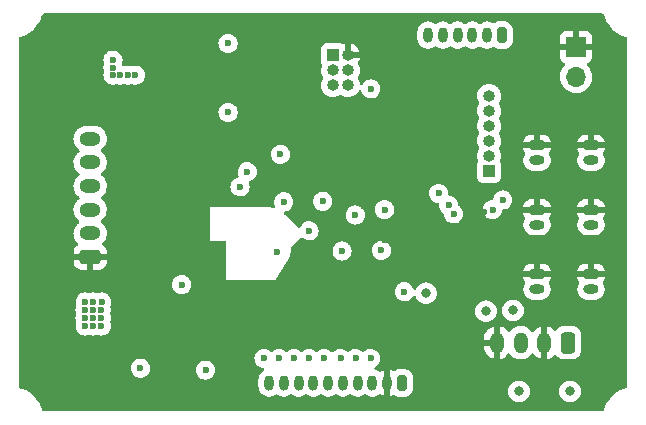
<source format=gbr>
%TF.GenerationSoftware,KiCad,Pcbnew,(6.0.8)*%
%TF.CreationDate,2023-03-18T00:57:18+01:00*%
%TF.ProjectId,WHEEL-07,57484545-4c2d-4303-972e-6b696361645f,rev?*%
%TF.SameCoordinates,Original*%
%TF.FileFunction,Copper,L2,Inr*%
%TF.FilePolarity,Positive*%
%FSLAX46Y46*%
G04 Gerber Fmt 4.6, Leading zero omitted, Abs format (unit mm)*
G04 Created by KiCad (PCBNEW (6.0.8)) date 2023-03-18 00:57:18*
%MOMM*%
%LPD*%
G01*
G04 APERTURE LIST*
G04 Aperture macros list*
%AMRoundRect*
0 Rectangle with rounded corners*
0 $1 Rounding radius*
0 $2 $3 $4 $5 $6 $7 $8 $9 X,Y pos of 4 corners*
0 Add a 4 corners polygon primitive as box body*
4,1,4,$2,$3,$4,$5,$6,$7,$8,$9,$2,$3,0*
0 Add four circle primitives for the rounded corners*
1,1,$1+$1,$2,$3*
1,1,$1+$1,$4,$5*
1,1,$1+$1,$6,$7*
1,1,$1+$1,$8,$9*
0 Add four rect primitives between the rounded corners*
20,1,$1+$1,$2,$3,$4,$5,0*
20,1,$1+$1,$4,$5,$6,$7,0*
20,1,$1+$1,$6,$7,$8,$9,0*
20,1,$1+$1,$8,$9,$2,$3,0*%
G04 Aperture macros list end*
%TA.AperFunction,ComponentPad*%
%ADD10O,1.200000X1.800000*%
%TD*%
%TA.AperFunction,ComponentPad*%
%ADD11RoundRect,0.250000X0.350000X0.650000X-0.350000X0.650000X-0.350000X-0.650000X0.350000X-0.650000X0*%
%TD*%
%TA.AperFunction,ComponentPad*%
%ADD12RoundRect,0.200000X-0.450000X0.200000X-0.450000X-0.200000X0.450000X-0.200000X0.450000X0.200000X0*%
%TD*%
%TA.AperFunction,ComponentPad*%
%ADD13O,1.300000X0.800000*%
%TD*%
%TA.AperFunction,ComponentPad*%
%ADD14RoundRect,0.200000X0.200000X0.450000X-0.200000X0.450000X-0.200000X-0.450000X0.200000X-0.450000X0*%
%TD*%
%TA.AperFunction,ComponentPad*%
%ADD15O,0.800000X1.300000*%
%TD*%
%TA.AperFunction,ComponentPad*%
%ADD16R,1.700000X1.700000*%
%TD*%
%TA.AperFunction,ComponentPad*%
%ADD17O,1.700000X1.700000*%
%TD*%
%TA.AperFunction,ComponentPad*%
%ADD18R,1.000000X1.000000*%
%TD*%
%TA.AperFunction,ComponentPad*%
%ADD19O,1.000000X1.000000*%
%TD*%
%TA.AperFunction,ComponentPad*%
%ADD20RoundRect,0.250000X0.650000X-0.350000X0.650000X0.350000X-0.650000X0.350000X-0.650000X-0.350000X0*%
%TD*%
%TA.AperFunction,ComponentPad*%
%ADD21O,1.800000X1.200000*%
%TD*%
%TA.AperFunction,ViaPad*%
%ADD22C,0.600000*%
%TD*%
%TA.AperFunction,ViaPad*%
%ADD23C,0.800000*%
%TD*%
G04 APERTURE END LIST*
D10*
%TO.N,GND*%
%TO.C,J5*%
X189405000Y-78930000D03*
%TO.N,PADDLE2_IN*%
X191405000Y-78930000D03*
%TO.N,GND*%
X193405000Y-78930000D03*
D11*
%TO.N,PADDLE1_IN*%
X195405000Y-78930000D03*
%TD*%
D12*
%TO.N,GND*%
%TO.C,J7*%
X197358000Y-73152000D03*
D13*
%TO.N,GPIO_3*%
X197358000Y-74402000D03*
%TD*%
D14*
%TO.N,TIM3_CH1*%
%TO.C,J17*%
X189815000Y-52890000D03*
D15*
%TO.N,TIM3_CH2*%
X188565000Y-52890000D03*
%TO.N,TIM3_CH3*%
X187315000Y-52890000D03*
%TO.N,TIM1_CH1*%
X186065000Y-52890000D03*
%TO.N,TIM1_CH2*%
X184815000Y-52890000D03*
%TO.N,TIM1_CH3*%
X183565000Y-52890000D03*
%TD*%
D16*
%TO.N,GND*%
%TO.C,J16*%
X196088000Y-53898800D03*
D17*
%TO.N,+3.3V*%
X196088000Y-56438800D03*
%TD*%
D12*
%TO.N,GND*%
%TO.C,J14*%
X197358000Y-62240000D03*
D13*
%TO.N,GPIO_7*%
X197358000Y-63490000D03*
%TD*%
D12*
%TO.N,GND*%
%TO.C,J10*%
X192786000Y-67701000D03*
D13*
%TO.N,GPIO_6*%
X192786000Y-68951000D03*
%TD*%
D14*
%TO.N,+3.3V*%
%TO.C,J12*%
X181357600Y-82346800D03*
D15*
%TO.N,GND*%
X180107600Y-82346800D03*
%TO.N,Net-(C31-Pad1)*%
X178857600Y-82346800D03*
%TO.N,Net-(C30-Pad1)*%
X177607600Y-82346800D03*
%TO.N,Net-(C29-Pad1)*%
X176357600Y-82346800D03*
%TO.N,Net-(C28-Pad1)*%
X175107600Y-82346800D03*
%TO.N,Net-(C32-Pad1)*%
X173857600Y-82346800D03*
%TO.N,Net-(C27-Pad1)*%
X172607600Y-82346800D03*
%TO.N,Net-(C26-Pad1)*%
X171357600Y-82346800D03*
%TO.N,Net-(C25-Pad1)*%
X170107600Y-82346800D03*
%TD*%
D18*
%TO.N,+3.3V*%
%TO.C,J11*%
X175524000Y-54605000D03*
D19*
%TO.N,GND*%
X176794000Y-54605000D03*
%TO.N,unconnected-(J11-Pad3)*%
X175524000Y-55875000D03*
%TO.N,NRST*%
X176794000Y-55875000D03*
%TO.N,SWCLK*%
X175524000Y-57145000D03*
%TO.N,SWDIO*%
X176794000Y-57145000D03*
%TD*%
D12*
%TO.N,GND*%
%TO.C,J8*%
X192786000Y-73152000D03*
D13*
%TO.N,GPIO_4*%
X192786000Y-74402000D03*
%TD*%
D12*
%TO.N,GND*%
%TO.C,J9*%
X197358000Y-67696000D03*
D13*
%TO.N,GPIO_5*%
X197358000Y-68946000D03*
%TD*%
D12*
%TO.N,GND*%
%TO.C,J15*%
X192786000Y-62230000D03*
D13*
%TO.N,GPIO_8*%
X192786000Y-63480000D03*
%TD*%
D18*
%TO.N,I2C2_SCL*%
%TO.C,J2*%
X188722000Y-64389000D03*
D19*
%TO.N,I2C2_SDA*%
X188722000Y-63119000D03*
%TO.N,SPI_CS*%
X188722000Y-61849000D03*
%TO.N,SPI2_SCK*%
X188722000Y-60579000D03*
%TO.N,SPI2_MISO*%
X188722000Y-59309000D03*
%TO.N,SPI2_MOSI*%
X188722000Y-58039000D03*
%TD*%
D20*
%TO.N,GND*%
%TO.C,J1*%
X154953200Y-71675000D03*
D21*
%TO.N,12V_CONN*%
X154953200Y-69675000D03*
%TO.N,/CAN_BUS/CAN1_H*%
X154953200Y-67675000D03*
%TO.N,/CAN_BUS/CAN1_L*%
X154953200Y-65675000D03*
%TO.N,/CAN_BUS/CAN2_H*%
X154953200Y-63675000D03*
%TO.N,/CAN_BUS/CAN2_L*%
X154953200Y-61675000D03*
%TD*%
D22*
%TO.N,GND*%
X169037000Y-66294000D03*
X168801700Y-77978000D03*
X166624000Y-55118000D03*
D23*
X188722000Y-83058000D03*
D22*
X152713400Y-52218000D03*
X154643800Y-52878400D03*
X159444500Y-82804000D03*
X158149000Y-52675200D03*
X161188400Y-65481200D03*
X152764200Y-52827600D03*
X153373800Y-52218000D03*
X172466000Y-60198000D03*
X164693600Y-79908400D03*
X165201600Y-71475600D03*
X154000332Y-52878399D03*
X164600000Y-56200000D03*
X153356866Y-52861466D03*
X154051132Y-52217999D03*
X160079500Y-82804000D03*
X179590539Y-77907639D03*
X154694600Y-52218000D03*
X158174500Y-82804000D03*
X163830000Y-69850000D03*
X181386517Y-57576683D03*
X179882800Y-70256400D03*
X161925000Y-77343000D03*
X170789600Y-71272400D03*
X166624000Y-60960000D03*
D23*
X193040000Y-83058000D03*
D22*
X164600000Y-62200000D03*
X180497517Y-56687683D03*
X151739600Y-75793600D03*
X188259800Y-67884800D03*
X169016717Y-63647283D03*
X167995600Y-73863200D03*
X187502800Y-67259200D03*
X151688800Y-77063600D03*
X158809500Y-82804000D03*
D23*
X169468800Y-55219600D03*
D22*
X176225200Y-67665600D03*
D23*
X188468000Y-74742000D03*
D22*
X175226422Y-71288273D03*
X160782000Y-78867000D03*
X180594000Y-75590400D03*
X174650400Y-70307200D03*
%TO.N,+3.3V*%
X154542066Y-75488800D03*
X162712400Y-74015600D03*
X155194000Y-77520800D03*
X155905200Y-77520800D03*
D23*
X195580000Y-83058000D03*
D22*
X154516668Y-76166133D03*
X181559200Y-74625200D03*
X154525134Y-76843466D03*
X155913666Y-75488800D03*
X177393600Y-68122800D03*
D23*
X183388000Y-74742000D03*
D22*
X155185534Y-76843466D03*
X179882800Y-67665600D03*
D23*
X191262000Y-83058000D03*
D22*
X189890400Y-66852800D03*
X174650400Y-66954400D03*
X178719517Y-57449683D03*
X155202466Y-75488800D03*
X185724800Y-68021200D03*
X155177068Y-76166133D03*
X168254717Y-64460083D03*
X155896734Y-76843466D03*
X154533600Y-77520800D03*
X184454800Y-66294000D03*
X155888268Y-76166133D03*
%TO.N,+3.3VA*%
X176276000Y-71170800D03*
%TO.N,+12V*%
X164719000Y-81254600D03*
X159198632Y-81090590D03*
%TO.N,+5V*%
X158784000Y-56282000D03*
X156879000Y-55647000D03*
X157514000Y-56282000D03*
X166624000Y-53594000D03*
X158149000Y-56282000D03*
X156879000Y-56282000D03*
X156879000Y-55012000D03*
X166624000Y-59436000D03*
D23*
%TO.N,Net-(C23-Pad1)*%
X188468000Y-76266000D03*
%TO.N,Net-(C24-Pad1)*%
X190754000Y-76200000D03*
D22*
%TO.N,I2C2_SCL*%
X189028333Y-67664435D03*
%TO.N,I2C2_SDA*%
X185318400Y-67310000D03*
%TO.N,GPIO_3*%
X179616817Y-71123922D03*
%TO.N,NRST*%
X173482000Y-69469000D03*
%TO.N,Net-(C31-Pad1)*%
X178689000Y-80264000D03*
%TO.N,Net-(C30-Pad1)*%
X177419000Y-80264000D03*
%TO.N,Net-(C29-Pad1)*%
X176149000Y-80264000D03*
%TO.N,Net-(C28-Pad1)*%
X174752000Y-80264000D03*
%TO.N,Net-(C32-Pad1)*%
X173482000Y-80264000D03*
%TO.N,Net-(C27-Pad1)*%
X172212000Y-80264000D03*
%TO.N,Net-(C26-Pad1)*%
X170942000Y-80264000D03*
%TO.N,Net-(C25-Pad1)*%
X169672000Y-80264000D03*
%TO.N,BOOT0*%
X171058500Y-62992000D03*
%TO.N,LED_STATUS*%
X171348400Y-67005200D03*
X167640000Y-65735200D03*
%TD*%
%TA.AperFunction,Conductor*%
%TO.N,GND*%
G36*
X198389932Y-51085343D02*
G01*
X198436425Y-51138999D01*
X198442886Y-51156458D01*
X198512261Y-51397248D01*
X198621461Y-51660869D01*
X198759491Y-51910607D01*
X198924614Y-52143320D01*
X199114754Y-52356082D01*
X199327520Y-52546218D01*
X199560236Y-52711337D01*
X199809977Y-52849361D01*
X199813240Y-52850713D01*
X199813243Y-52850714D01*
X199842246Y-52862727D01*
X200073601Y-52958556D01*
X200314382Y-53027923D01*
X200374302Y-53066002D01*
X200404124Y-53130431D01*
X200405500Y-53148999D01*
X200405500Y-82664644D01*
X200385498Y-82732765D01*
X200331842Y-82779258D01*
X200314382Y-82785719D01*
X200076999Y-82854109D01*
X200073594Y-82855090D01*
X200070326Y-82856444D01*
X200070325Y-82856444D01*
X199813236Y-82962934D01*
X199813231Y-82962936D01*
X199809968Y-82964288D01*
X199806874Y-82965998D01*
X199806872Y-82965999D01*
X199792253Y-82974079D01*
X199560227Y-83102317D01*
X199327511Y-83267441D01*
X199114747Y-83457583D01*
X198924609Y-83670351D01*
X198759490Y-83903071D01*
X198757782Y-83906161D01*
X198757781Y-83906163D01*
X198623177Y-84149718D01*
X198623173Y-84149726D01*
X198621466Y-84152815D01*
X198512273Y-84416442D01*
X198511292Y-84419846D01*
X198511291Y-84419850D01*
X198442910Y-84657220D01*
X198404832Y-84717142D01*
X198340403Y-84746965D01*
X198321834Y-84748341D01*
X174663862Y-84748342D01*
X151006122Y-84748342D01*
X150938001Y-84728340D01*
X150891508Y-84674684D01*
X150885046Y-84657221D01*
X150875463Y-84623953D01*
X150839636Y-84499586D01*
X150816670Y-84419865D01*
X150816665Y-84419850D01*
X150815688Y-84416457D01*
X150706496Y-84152833D01*
X150704789Y-84149744D01*
X150704785Y-84149736D01*
X150570183Y-83906185D01*
X150570182Y-83906183D01*
X150568474Y-83903093D01*
X150403358Y-83670378D01*
X150213224Y-83457613D01*
X150000463Y-83267474D01*
X149767750Y-83102353D01*
X149758058Y-83096996D01*
X149521100Y-82966032D01*
X149521098Y-82966031D01*
X149518013Y-82964326D01*
X149411483Y-82920199D01*
X149257662Y-82856483D01*
X149257654Y-82856480D01*
X149254392Y-82855129D01*
X149250987Y-82854148D01*
X149250984Y-82854147D01*
X149131735Y-82819792D01*
X149013617Y-82785762D01*
X148953696Y-82747684D01*
X148923875Y-82683254D01*
X148922499Y-82664687D01*
X148922499Y-81079230D01*
X158385095Y-81079230D01*
X158402795Y-81259750D01*
X158460050Y-81431863D01*
X158463697Y-81437885D01*
X158463698Y-81437887D01*
X158541028Y-81565574D01*
X158554012Y-81587014D01*
X158680014Y-81717492D01*
X158701465Y-81731529D01*
X158779267Y-81782441D01*
X158831791Y-81816812D01*
X158838395Y-81819268D01*
X158838397Y-81819269D01*
X158995190Y-81877580D01*
X158995192Y-81877580D01*
X159001800Y-81880038D01*
X159085627Y-81891223D01*
X159174612Y-81903097D01*
X159174616Y-81903097D01*
X159181593Y-81904028D01*
X159188604Y-81903390D01*
X159188608Y-81903390D01*
X159331091Y-81890422D01*
X159362232Y-81887588D01*
X159368934Y-81885410D01*
X159368936Y-81885410D01*
X159528041Y-81833714D01*
X159528044Y-81833713D01*
X159534740Y-81831537D01*
X159669802Y-81751024D01*
X159684492Y-81742267D01*
X159684494Y-81742266D01*
X159690544Y-81738659D01*
X159821898Y-81613572D01*
X159922275Y-81462492D01*
X159982863Y-81302995D01*
X159984187Y-81299510D01*
X159984188Y-81299508D01*
X159986687Y-81292928D01*
X159989438Y-81273357D01*
X159993671Y-81243240D01*
X163905463Y-81243240D01*
X163923163Y-81423760D01*
X163980418Y-81595873D01*
X163984065Y-81601895D01*
X163984066Y-81601897D01*
X164069077Y-81742267D01*
X164074380Y-81751024D01*
X164079269Y-81756087D01*
X164079270Y-81756088D01*
X164137911Y-81816812D01*
X164200382Y-81881502D01*
X164352159Y-81980822D01*
X164358763Y-81983278D01*
X164358765Y-81983279D01*
X164515558Y-82041590D01*
X164515560Y-82041590D01*
X164522168Y-82044048D01*
X164585362Y-82052480D01*
X164694980Y-82067107D01*
X164694984Y-82067107D01*
X164701961Y-82068038D01*
X164708972Y-82067400D01*
X164708976Y-82067400D01*
X164851459Y-82054432D01*
X164882600Y-82051598D01*
X164889302Y-82049420D01*
X164889304Y-82049420D01*
X165048409Y-81997724D01*
X165048412Y-81997723D01*
X165055108Y-81995547D01*
X165192852Y-81913435D01*
X165204860Y-81906277D01*
X165204862Y-81906276D01*
X165210912Y-81902669D01*
X165342266Y-81777582D01*
X165442643Y-81626502D01*
X165507055Y-81456938D01*
X165508035Y-81449966D01*
X165531748Y-81281239D01*
X165531748Y-81281236D01*
X165532299Y-81277317D01*
X165532616Y-81254600D01*
X165512397Y-81074345D01*
X165510080Y-81067691D01*
X165455064Y-80909706D01*
X165455062Y-80909703D01*
X165452745Y-80903048D01*
X165442662Y-80886912D01*
X165360359Y-80755198D01*
X165356626Y-80749224D01*
X165342941Y-80735443D01*
X165233778Y-80625515D01*
X165233774Y-80625512D01*
X165228815Y-80620518D01*
X165217697Y-80613462D01*
X165151469Y-80571433D01*
X165075666Y-80523327D01*
X165046463Y-80512928D01*
X164911425Y-80464843D01*
X164911420Y-80464842D01*
X164904790Y-80462481D01*
X164897802Y-80461648D01*
X164897799Y-80461647D01*
X164764531Y-80445756D01*
X164724680Y-80441004D01*
X164717677Y-80441740D01*
X164717676Y-80441740D01*
X164551288Y-80459228D01*
X164551286Y-80459229D01*
X164544288Y-80459964D01*
X164372579Y-80518418D01*
X164366575Y-80522112D01*
X164224095Y-80609766D01*
X164224092Y-80609768D01*
X164218088Y-80613462D01*
X164213053Y-80618393D01*
X164213050Y-80618395D01*
X164093525Y-80735443D01*
X164088493Y-80740371D01*
X163990235Y-80892838D01*
X163987826Y-80899458D01*
X163987824Y-80899461D01*
X163939305Y-81032765D01*
X163928197Y-81063285D01*
X163905463Y-81243240D01*
X159993671Y-81243240D01*
X160011380Y-81117229D01*
X160011380Y-81117226D01*
X160011931Y-81113307D01*
X160012084Y-81102328D01*
X160012193Y-81094552D01*
X160012193Y-81094547D01*
X160012248Y-81090590D01*
X159992029Y-80910335D01*
X159989712Y-80903681D01*
X159934696Y-80745696D01*
X159934694Y-80745693D01*
X159932377Y-80739038D01*
X159867931Y-80635902D01*
X159839991Y-80591188D01*
X159836258Y-80585214D01*
X159822573Y-80571433D01*
X159713410Y-80461505D01*
X159713406Y-80461502D01*
X159708447Y-80456508D01*
X159697329Y-80449452D01*
X159649170Y-80418890D01*
X159555298Y-80359317D01*
X159506484Y-80341935D01*
X159391057Y-80300833D01*
X159391052Y-80300832D01*
X159384422Y-80298471D01*
X159377434Y-80297638D01*
X159377431Y-80297637D01*
X159232808Y-80280392D01*
X159204312Y-80276994D01*
X159197309Y-80277730D01*
X159197308Y-80277730D01*
X159030920Y-80295218D01*
X159030918Y-80295219D01*
X159023920Y-80295954D01*
X158852211Y-80354408D01*
X158846207Y-80358102D01*
X158703727Y-80445756D01*
X158703724Y-80445758D01*
X158697720Y-80449452D01*
X158692685Y-80454383D01*
X158692682Y-80454385D01*
X158623522Y-80522112D01*
X158568125Y-80576361D01*
X158469867Y-80728828D01*
X158467458Y-80735448D01*
X158467456Y-80735451D01*
X158410238Y-80892656D01*
X158407829Y-80899275D01*
X158385095Y-81079230D01*
X148922499Y-81079230D01*
X148922499Y-80252640D01*
X168858463Y-80252640D01*
X168876163Y-80433160D01*
X168933418Y-80605273D01*
X168937065Y-80611295D01*
X168937066Y-80611297D01*
X169017571Y-80744227D01*
X169027380Y-80760424D01*
X169032269Y-80765487D01*
X169032270Y-80765488D01*
X169065805Y-80800214D01*
X169153382Y-80890902D01*
X169229271Y-80940562D01*
X169290295Y-80980495D01*
X169305159Y-80990222D01*
X169311763Y-80992678D01*
X169311765Y-80992679D01*
X169468558Y-81050990D01*
X169468560Y-81050990D01*
X169475168Y-81053448D01*
X169590741Y-81068869D01*
X169606989Y-81071037D01*
X169671865Y-81099873D01*
X169710854Y-81159206D01*
X169711574Y-81230199D01*
X169673799Y-81290312D01*
X169655035Y-81303818D01*
X169650848Y-81305682D01*
X169496347Y-81417934D01*
X169491926Y-81422844D01*
X169491925Y-81422845D01*
X169450941Y-81468363D01*
X169368560Y-81559856D01*
X169330082Y-81626502D01*
X169277549Y-81717492D01*
X169273073Y-81725244D01*
X169214058Y-81906872D01*
X169199100Y-82049190D01*
X169199100Y-82644410D01*
X169207771Y-82726911D01*
X169212945Y-82776135D01*
X169214058Y-82786728D01*
X169273073Y-82968356D01*
X169368560Y-83133744D01*
X169372978Y-83138651D01*
X169372979Y-83138652D01*
X169491092Y-83269830D01*
X169496347Y-83275666D01*
X169545956Y-83311709D01*
X169644908Y-83383602D01*
X169650848Y-83387918D01*
X169656876Y-83390602D01*
X169656878Y-83390603D01*
X169818212Y-83462433D01*
X169825312Y-83465594D01*
X169918712Y-83485447D01*
X170005656Y-83503928D01*
X170005661Y-83503928D01*
X170012113Y-83505300D01*
X170203087Y-83505300D01*
X170209539Y-83503928D01*
X170209544Y-83503928D01*
X170296487Y-83485447D01*
X170389888Y-83465594D01*
X170396988Y-83462433D01*
X170558322Y-83390603D01*
X170558324Y-83390602D01*
X170564352Y-83387918D01*
X170570293Y-83383602D01*
X170658539Y-83319487D01*
X170725407Y-83295628D01*
X170794558Y-83311709D01*
X170806661Y-83319487D01*
X170894908Y-83383602D01*
X170900848Y-83387918D01*
X170906876Y-83390602D01*
X170906878Y-83390603D01*
X171068212Y-83462433D01*
X171075312Y-83465594D01*
X171168712Y-83485447D01*
X171255656Y-83503928D01*
X171255661Y-83503928D01*
X171262113Y-83505300D01*
X171453087Y-83505300D01*
X171459539Y-83503928D01*
X171459544Y-83503928D01*
X171546487Y-83485447D01*
X171639888Y-83465594D01*
X171646988Y-83462433D01*
X171808322Y-83390603D01*
X171808324Y-83390602D01*
X171814352Y-83387918D01*
X171820293Y-83383602D01*
X171908539Y-83319487D01*
X171975407Y-83295628D01*
X172044558Y-83311709D01*
X172056661Y-83319487D01*
X172144908Y-83383602D01*
X172150848Y-83387918D01*
X172156876Y-83390602D01*
X172156878Y-83390603D01*
X172318212Y-83462433D01*
X172325312Y-83465594D01*
X172418712Y-83485447D01*
X172505656Y-83503928D01*
X172505661Y-83503928D01*
X172512113Y-83505300D01*
X172703087Y-83505300D01*
X172709539Y-83503928D01*
X172709544Y-83503928D01*
X172796487Y-83485447D01*
X172889888Y-83465594D01*
X172896988Y-83462433D01*
X173058322Y-83390603D01*
X173058324Y-83390602D01*
X173064352Y-83387918D01*
X173070293Y-83383602D01*
X173158539Y-83319487D01*
X173225407Y-83295628D01*
X173294558Y-83311709D01*
X173306661Y-83319487D01*
X173394908Y-83383602D01*
X173400848Y-83387918D01*
X173406876Y-83390602D01*
X173406878Y-83390603D01*
X173568212Y-83462433D01*
X173575312Y-83465594D01*
X173668712Y-83485447D01*
X173755656Y-83503928D01*
X173755661Y-83503928D01*
X173762113Y-83505300D01*
X173953087Y-83505300D01*
X173959539Y-83503928D01*
X173959544Y-83503928D01*
X174046487Y-83485447D01*
X174139888Y-83465594D01*
X174146988Y-83462433D01*
X174308322Y-83390603D01*
X174308324Y-83390602D01*
X174314352Y-83387918D01*
X174320293Y-83383602D01*
X174408539Y-83319487D01*
X174475407Y-83295628D01*
X174544558Y-83311709D01*
X174556661Y-83319487D01*
X174644908Y-83383602D01*
X174650848Y-83387918D01*
X174656876Y-83390602D01*
X174656878Y-83390603D01*
X174818212Y-83462433D01*
X174825312Y-83465594D01*
X174918712Y-83485447D01*
X175005656Y-83503928D01*
X175005661Y-83503928D01*
X175012113Y-83505300D01*
X175203087Y-83505300D01*
X175209539Y-83503928D01*
X175209544Y-83503928D01*
X175296487Y-83485447D01*
X175389888Y-83465594D01*
X175396988Y-83462433D01*
X175558322Y-83390603D01*
X175558324Y-83390602D01*
X175564352Y-83387918D01*
X175570293Y-83383602D01*
X175658539Y-83319487D01*
X175725407Y-83295628D01*
X175794558Y-83311709D01*
X175806661Y-83319487D01*
X175894908Y-83383602D01*
X175900848Y-83387918D01*
X175906876Y-83390602D01*
X175906878Y-83390603D01*
X176068212Y-83462433D01*
X176075312Y-83465594D01*
X176168712Y-83485447D01*
X176255656Y-83503928D01*
X176255661Y-83503928D01*
X176262113Y-83505300D01*
X176453087Y-83505300D01*
X176459539Y-83503928D01*
X176459544Y-83503928D01*
X176546487Y-83485447D01*
X176639888Y-83465594D01*
X176646988Y-83462433D01*
X176808322Y-83390603D01*
X176808324Y-83390602D01*
X176814352Y-83387918D01*
X176820293Y-83383602D01*
X176908539Y-83319487D01*
X176975407Y-83295628D01*
X177044558Y-83311709D01*
X177056661Y-83319487D01*
X177144908Y-83383602D01*
X177150848Y-83387918D01*
X177156876Y-83390602D01*
X177156878Y-83390603D01*
X177318212Y-83462433D01*
X177325312Y-83465594D01*
X177418712Y-83485447D01*
X177505656Y-83503928D01*
X177505661Y-83503928D01*
X177512113Y-83505300D01*
X177703087Y-83505300D01*
X177709539Y-83503928D01*
X177709544Y-83503928D01*
X177796487Y-83485447D01*
X177889888Y-83465594D01*
X177896988Y-83462433D01*
X178058322Y-83390603D01*
X178058324Y-83390602D01*
X178064352Y-83387918D01*
X178070293Y-83383602D01*
X178158539Y-83319487D01*
X178225407Y-83295628D01*
X178294558Y-83311709D01*
X178306661Y-83319487D01*
X178394908Y-83383602D01*
X178400848Y-83387918D01*
X178406876Y-83390602D01*
X178406878Y-83390603D01*
X178568212Y-83462433D01*
X178575312Y-83465594D01*
X178668712Y-83485447D01*
X178755656Y-83503928D01*
X178755661Y-83503928D01*
X178762113Y-83505300D01*
X178953087Y-83505300D01*
X178959539Y-83503928D01*
X178959544Y-83503928D01*
X179046487Y-83485447D01*
X179139888Y-83465594D01*
X179146988Y-83462433D01*
X179308322Y-83390603D01*
X179308324Y-83390602D01*
X179314352Y-83387918D01*
X179408966Y-83319177D01*
X179475830Y-83295320D01*
X179544982Y-83311400D01*
X179557085Y-83319178D01*
X179645757Y-83383602D01*
X179657129Y-83390168D01*
X179819439Y-83462433D01*
X179831925Y-83466490D01*
X179835878Y-83467330D01*
X179849941Y-83466257D01*
X179853600Y-83456303D01*
X179853600Y-83452982D01*
X180361600Y-83452982D01*
X180365573Y-83466513D01*
X180376068Y-83468022D01*
X180383275Y-83466490D01*
X180395761Y-83462433D01*
X180558071Y-83390168D01*
X180569443Y-83383602D01*
X180587787Y-83370274D01*
X180654654Y-83346416D01*
X180727117Y-83364434D01*
X180863901Y-83447272D01*
X180871148Y-83449543D01*
X180871150Y-83449544D01*
X180926744Y-83466966D01*
X181027538Y-83498553D01*
X181100965Y-83505300D01*
X181103863Y-83505300D01*
X181358265Y-83505299D01*
X181614234Y-83505299D01*
X181617092Y-83505036D01*
X181617101Y-83505036D01*
X181654235Y-83501624D01*
X181687662Y-83498553D01*
X181762261Y-83475175D01*
X181844050Y-83449544D01*
X181844052Y-83449543D01*
X181851299Y-83447272D01*
X181997981Y-83358439D01*
X182119239Y-83237181D01*
X182208072Y-83090499D01*
X182218257Y-83058000D01*
X190348496Y-83058000D01*
X190368458Y-83247928D01*
X190427473Y-83429556D01*
X190430776Y-83435278D01*
X190430777Y-83435279D01*
X190446729Y-83462909D01*
X190522960Y-83594944D01*
X190527378Y-83599851D01*
X190527379Y-83599852D01*
X190646325Y-83731955D01*
X190650747Y-83736866D01*
X190805248Y-83849118D01*
X190811276Y-83851802D01*
X190811278Y-83851803D01*
X190933423Y-83906185D01*
X190979712Y-83926794D01*
X191073112Y-83946647D01*
X191160056Y-83965128D01*
X191160061Y-83965128D01*
X191166513Y-83966500D01*
X191357487Y-83966500D01*
X191363939Y-83965128D01*
X191363944Y-83965128D01*
X191450887Y-83946647D01*
X191544288Y-83926794D01*
X191590577Y-83906185D01*
X191712722Y-83851803D01*
X191712724Y-83851802D01*
X191718752Y-83849118D01*
X191873253Y-83736866D01*
X191877675Y-83731955D01*
X191996621Y-83599852D01*
X191996622Y-83599851D01*
X192001040Y-83594944D01*
X192077271Y-83462909D01*
X192093223Y-83435279D01*
X192093224Y-83435278D01*
X192096527Y-83429556D01*
X192155542Y-83247928D01*
X192175504Y-83058000D01*
X194666496Y-83058000D01*
X194686458Y-83247928D01*
X194745473Y-83429556D01*
X194748776Y-83435278D01*
X194748777Y-83435279D01*
X194764729Y-83462909D01*
X194840960Y-83594944D01*
X194845378Y-83599851D01*
X194845379Y-83599852D01*
X194964325Y-83731955D01*
X194968747Y-83736866D01*
X195123248Y-83849118D01*
X195129276Y-83851802D01*
X195129278Y-83851803D01*
X195251423Y-83906185D01*
X195297712Y-83926794D01*
X195391112Y-83946647D01*
X195478056Y-83965128D01*
X195478061Y-83965128D01*
X195484513Y-83966500D01*
X195675487Y-83966500D01*
X195681939Y-83965128D01*
X195681944Y-83965128D01*
X195768887Y-83946647D01*
X195862288Y-83926794D01*
X195908577Y-83906185D01*
X196030722Y-83851803D01*
X196030724Y-83851802D01*
X196036752Y-83849118D01*
X196191253Y-83736866D01*
X196195675Y-83731955D01*
X196314621Y-83599852D01*
X196314622Y-83599851D01*
X196319040Y-83594944D01*
X196395271Y-83462909D01*
X196411223Y-83435279D01*
X196411224Y-83435278D01*
X196414527Y-83429556D01*
X196473542Y-83247928D01*
X196493504Y-83058000D01*
X196483838Y-82966032D01*
X196474232Y-82874635D01*
X196474232Y-82874633D01*
X196473542Y-82868072D01*
X196414527Y-82686444D01*
X196319040Y-82521056D01*
X196191253Y-82379134D01*
X196036752Y-82266882D01*
X196030724Y-82264198D01*
X196030722Y-82264197D01*
X195868319Y-82191891D01*
X195868318Y-82191891D01*
X195862288Y-82189206D01*
X195768888Y-82169353D01*
X195681944Y-82150872D01*
X195681939Y-82150872D01*
X195675487Y-82149500D01*
X195484513Y-82149500D01*
X195478061Y-82150872D01*
X195478056Y-82150872D01*
X195391112Y-82169353D01*
X195297712Y-82189206D01*
X195291682Y-82191891D01*
X195291681Y-82191891D01*
X195129278Y-82264197D01*
X195129276Y-82264198D01*
X195123248Y-82266882D01*
X194968747Y-82379134D01*
X194840960Y-82521056D01*
X194745473Y-82686444D01*
X194686458Y-82868072D01*
X194685768Y-82874633D01*
X194685768Y-82874635D01*
X194676162Y-82966032D01*
X194666496Y-83058000D01*
X192175504Y-83058000D01*
X192165838Y-82966032D01*
X192156232Y-82874635D01*
X192156232Y-82874633D01*
X192155542Y-82868072D01*
X192096527Y-82686444D01*
X192001040Y-82521056D01*
X191873253Y-82379134D01*
X191718752Y-82266882D01*
X191712724Y-82264198D01*
X191712722Y-82264197D01*
X191550319Y-82191891D01*
X191550318Y-82191891D01*
X191544288Y-82189206D01*
X191450888Y-82169353D01*
X191363944Y-82150872D01*
X191363939Y-82150872D01*
X191357487Y-82149500D01*
X191166513Y-82149500D01*
X191160061Y-82150872D01*
X191160056Y-82150872D01*
X191073112Y-82169353D01*
X190979712Y-82189206D01*
X190973682Y-82191891D01*
X190973681Y-82191891D01*
X190811278Y-82264197D01*
X190811276Y-82264198D01*
X190805248Y-82266882D01*
X190650747Y-82379134D01*
X190522960Y-82521056D01*
X190427473Y-82686444D01*
X190368458Y-82868072D01*
X190367768Y-82874633D01*
X190367768Y-82874635D01*
X190358162Y-82966032D01*
X190348496Y-83058000D01*
X182218257Y-83058000D01*
X182259353Y-82926862D01*
X182266100Y-82853435D01*
X182266099Y-81840166D01*
X182265507Y-81833714D01*
X182262574Y-81801796D01*
X182259353Y-81766738D01*
X182257354Y-81760359D01*
X182210344Y-81610350D01*
X182210343Y-81610348D01*
X182208072Y-81603101D01*
X182119239Y-81456419D01*
X181997981Y-81335161D01*
X181851299Y-81246328D01*
X181844052Y-81244057D01*
X181844050Y-81244056D01*
X181741666Y-81211971D01*
X181687662Y-81195047D01*
X181614235Y-81188300D01*
X181611337Y-81188300D01*
X181356935Y-81188301D01*
X181100966Y-81188301D01*
X181098108Y-81188564D01*
X181098099Y-81188564D01*
X181062596Y-81191826D01*
X181027538Y-81195047D01*
X181021160Y-81197046D01*
X181021159Y-81197046D01*
X180871150Y-81244056D01*
X180871148Y-81244057D01*
X180863901Y-81246328D01*
X180727117Y-81329166D01*
X180658490Y-81347345D01*
X180587787Y-81323326D01*
X180569443Y-81309998D01*
X180558071Y-81303432D01*
X180395761Y-81231167D01*
X180383275Y-81227110D01*
X180379322Y-81226270D01*
X180365259Y-81227343D01*
X180361600Y-81237297D01*
X180361600Y-83452982D01*
X179853600Y-83452982D01*
X179853600Y-81240618D01*
X179849627Y-81227087D01*
X179839132Y-81225578D01*
X179831925Y-81227110D01*
X179819439Y-81231167D01*
X179657129Y-81303432D01*
X179645757Y-81309998D01*
X179557085Y-81374422D01*
X179490217Y-81398281D01*
X179421066Y-81382200D01*
X179408980Y-81374434D01*
X179314352Y-81305682D01*
X179308324Y-81302998D01*
X179308322Y-81302997D01*
X179145919Y-81230691D01*
X179145918Y-81230691D01*
X179139888Y-81228006D01*
X179133436Y-81226634D01*
X179133431Y-81226633D01*
X179093934Y-81218238D01*
X179031460Y-81184509D01*
X178997139Y-81122360D01*
X179001867Y-81051521D01*
X179044143Y-80994483D01*
X179055609Y-80986765D01*
X179180912Y-80912069D01*
X179312266Y-80786982D01*
X179412643Y-80635902D01*
X179477055Y-80466338D01*
X179480512Y-80441740D01*
X179501748Y-80290639D01*
X179501748Y-80290636D01*
X179502299Y-80286717D01*
X179502511Y-80271550D01*
X179502561Y-80267962D01*
X179502561Y-80267957D01*
X179502616Y-80264000D01*
X179482397Y-80083745D01*
X179480080Y-80077091D01*
X179425064Y-79919106D01*
X179425062Y-79919103D01*
X179422745Y-79912448D01*
X179371908Y-79831091D01*
X179330359Y-79764598D01*
X179326626Y-79758624D01*
X179312941Y-79744843D01*
X179203778Y-79634915D01*
X179203774Y-79634912D01*
X179198815Y-79629918D01*
X179187697Y-79622862D01*
X179066995Y-79546263D01*
X179045666Y-79532727D01*
X179016463Y-79522328D01*
X178881425Y-79474243D01*
X178881420Y-79474242D01*
X178874790Y-79471881D01*
X178867802Y-79471048D01*
X178867799Y-79471047D01*
X178744698Y-79456368D01*
X178694680Y-79450404D01*
X178687677Y-79451140D01*
X178687676Y-79451140D01*
X178521288Y-79468628D01*
X178521286Y-79468629D01*
X178514288Y-79469364D01*
X178342579Y-79527818D01*
X178280109Y-79566250D01*
X178194095Y-79619166D01*
X178194092Y-79619168D01*
X178188088Y-79622862D01*
X178183053Y-79627793D01*
X178183050Y-79627795D01*
X178142487Y-79667518D01*
X178079822Y-79700889D01*
X178009063Y-79695083D01*
X177964923Y-79666279D01*
X177928815Y-79629918D01*
X177917697Y-79622862D01*
X177796995Y-79546263D01*
X177775666Y-79532727D01*
X177746463Y-79522328D01*
X177611425Y-79474243D01*
X177611420Y-79474242D01*
X177604790Y-79471881D01*
X177597802Y-79471048D01*
X177597799Y-79471047D01*
X177474698Y-79456368D01*
X177424680Y-79450404D01*
X177417677Y-79451140D01*
X177417676Y-79451140D01*
X177251288Y-79468628D01*
X177251286Y-79468629D01*
X177244288Y-79469364D01*
X177072579Y-79527818D01*
X177010109Y-79566250D01*
X176924095Y-79619166D01*
X176924092Y-79619168D01*
X176918088Y-79622862D01*
X176913053Y-79627793D01*
X176913050Y-79627795D01*
X176872487Y-79667518D01*
X176809822Y-79700889D01*
X176739063Y-79695083D01*
X176694923Y-79666279D01*
X176658815Y-79629918D01*
X176647697Y-79622862D01*
X176526995Y-79546263D01*
X176505666Y-79532727D01*
X176476463Y-79522328D01*
X176341425Y-79474243D01*
X176341420Y-79474242D01*
X176334790Y-79471881D01*
X176327802Y-79471048D01*
X176327799Y-79471047D01*
X176204698Y-79456368D01*
X176154680Y-79450404D01*
X176147677Y-79451140D01*
X176147676Y-79451140D01*
X175981288Y-79468628D01*
X175981286Y-79468629D01*
X175974288Y-79469364D01*
X175802579Y-79527818D01*
X175740109Y-79566250D01*
X175654095Y-79619166D01*
X175654092Y-79619168D01*
X175648088Y-79622862D01*
X175643053Y-79627793D01*
X175643050Y-79627795D01*
X175603752Y-79666279D01*
X175538100Y-79730571D01*
X175475436Y-79763941D01*
X175404677Y-79758135D01*
X175360537Y-79729331D01*
X175266778Y-79634915D01*
X175266774Y-79634912D01*
X175261815Y-79629918D01*
X175250697Y-79622862D01*
X175129995Y-79546263D01*
X175108666Y-79532727D01*
X175079463Y-79522328D01*
X174944425Y-79474243D01*
X174944420Y-79474242D01*
X174937790Y-79471881D01*
X174930802Y-79471048D01*
X174930799Y-79471047D01*
X174807698Y-79456368D01*
X174757680Y-79450404D01*
X174750677Y-79451140D01*
X174750676Y-79451140D01*
X174584288Y-79468628D01*
X174584286Y-79468629D01*
X174577288Y-79469364D01*
X174405579Y-79527818D01*
X174343109Y-79566250D01*
X174257095Y-79619166D01*
X174257092Y-79619168D01*
X174251088Y-79622862D01*
X174246053Y-79627793D01*
X174246050Y-79627795D01*
X174205487Y-79667518D01*
X174142822Y-79700889D01*
X174072063Y-79695083D01*
X174027923Y-79666279D01*
X173991815Y-79629918D01*
X173980697Y-79622862D01*
X173859995Y-79546263D01*
X173838666Y-79532727D01*
X173809463Y-79522328D01*
X173674425Y-79474243D01*
X173674420Y-79474242D01*
X173667790Y-79471881D01*
X173660802Y-79471048D01*
X173660799Y-79471047D01*
X173537698Y-79456368D01*
X173487680Y-79450404D01*
X173480677Y-79451140D01*
X173480676Y-79451140D01*
X173314288Y-79468628D01*
X173314286Y-79468629D01*
X173307288Y-79469364D01*
X173135579Y-79527818D01*
X173073109Y-79566250D01*
X172987095Y-79619166D01*
X172987092Y-79619168D01*
X172981088Y-79622862D01*
X172976053Y-79627793D01*
X172976050Y-79627795D01*
X172935487Y-79667518D01*
X172872822Y-79700889D01*
X172802063Y-79695083D01*
X172757923Y-79666279D01*
X172721815Y-79629918D01*
X172710697Y-79622862D01*
X172589995Y-79546263D01*
X172568666Y-79532727D01*
X172539463Y-79522328D01*
X172404425Y-79474243D01*
X172404420Y-79474242D01*
X172397790Y-79471881D01*
X172390802Y-79471048D01*
X172390799Y-79471047D01*
X172267698Y-79456368D01*
X172217680Y-79450404D01*
X172210677Y-79451140D01*
X172210676Y-79451140D01*
X172044288Y-79468628D01*
X172044286Y-79468629D01*
X172037288Y-79469364D01*
X171865579Y-79527818D01*
X171803109Y-79566250D01*
X171717095Y-79619166D01*
X171717092Y-79619168D01*
X171711088Y-79622862D01*
X171706053Y-79627793D01*
X171706050Y-79627795D01*
X171665487Y-79667518D01*
X171602822Y-79700889D01*
X171532063Y-79695083D01*
X171487923Y-79666279D01*
X171451815Y-79629918D01*
X171440697Y-79622862D01*
X171319995Y-79546263D01*
X171298666Y-79532727D01*
X171269463Y-79522328D01*
X171134425Y-79474243D01*
X171134420Y-79474242D01*
X171127790Y-79471881D01*
X171120802Y-79471048D01*
X171120799Y-79471047D01*
X170997698Y-79456368D01*
X170947680Y-79450404D01*
X170940677Y-79451140D01*
X170940676Y-79451140D01*
X170774288Y-79468628D01*
X170774286Y-79468629D01*
X170767288Y-79469364D01*
X170595579Y-79527818D01*
X170533109Y-79566250D01*
X170447095Y-79619166D01*
X170447092Y-79619168D01*
X170441088Y-79622862D01*
X170436053Y-79627793D01*
X170436050Y-79627795D01*
X170395487Y-79667518D01*
X170332822Y-79700889D01*
X170262063Y-79695083D01*
X170217923Y-79666279D01*
X170181815Y-79629918D01*
X170170697Y-79622862D01*
X170049995Y-79546263D01*
X170028666Y-79532727D01*
X169999463Y-79522328D01*
X169864425Y-79474243D01*
X169864420Y-79474242D01*
X169857790Y-79471881D01*
X169850802Y-79471048D01*
X169850799Y-79471047D01*
X169727698Y-79456368D01*
X169677680Y-79450404D01*
X169670677Y-79451140D01*
X169670676Y-79451140D01*
X169504288Y-79468628D01*
X169504286Y-79468629D01*
X169497288Y-79469364D01*
X169325579Y-79527818D01*
X169263109Y-79566250D01*
X169177095Y-79619166D01*
X169177092Y-79619168D01*
X169171088Y-79622862D01*
X169166053Y-79627793D01*
X169166050Y-79627795D01*
X169055386Y-79736166D01*
X169041493Y-79749771D01*
X168943235Y-79902238D01*
X168940826Y-79908858D01*
X168940824Y-79908861D01*
X168887871Y-80054348D01*
X168881197Y-80072685D01*
X168858463Y-80252640D01*
X148922499Y-80252640D01*
X148922499Y-79279832D01*
X188297000Y-79279832D01*
X188297285Y-79285808D01*
X188311471Y-79434494D01*
X188313730Y-79446228D01*
X188369872Y-79637599D01*
X188374302Y-79648675D01*
X188465619Y-79825978D01*
X188472069Y-79836024D01*
X188595262Y-79992857D01*
X188603499Y-80001506D01*
X188754123Y-80132212D01*
X188763847Y-80139147D01*
X188936467Y-80239010D01*
X188947331Y-80243984D01*
X189135727Y-80309407D01*
X189136716Y-80309648D01*
X189147008Y-80308180D01*
X189151000Y-80294615D01*
X189151000Y-80290402D01*
X189659000Y-80290402D01*
X189662973Y-80303933D01*
X189672399Y-80305288D01*
X189761537Y-80283806D01*
X189772832Y-80279917D01*
X189954382Y-80197371D01*
X189964724Y-80191424D01*
X190127397Y-80076032D01*
X190136425Y-80068239D01*
X190274342Y-79924169D01*
X190281741Y-79914800D01*
X190299418Y-79887423D01*
X190353172Y-79841045D01*
X190423468Y-79831091D01*
X190487985Y-79860722D01*
X190504356Y-79877937D01*
X190598604Y-79997920D01*
X190603135Y-80001852D01*
X190603138Y-80001855D01*
X190688620Y-80076032D01*
X190758363Y-80136552D01*
X190763549Y-80139552D01*
X190763553Y-80139555D01*
X190859957Y-80195326D01*
X190941454Y-80242473D01*
X191141271Y-80311861D01*
X191147206Y-80312722D01*
X191147208Y-80312722D01*
X191344664Y-80341352D01*
X191344667Y-80341352D01*
X191350604Y-80342213D01*
X191561899Y-80332433D01*
X191706281Y-80297637D01*
X191761701Y-80284281D01*
X191761703Y-80284280D01*
X191767534Y-80282875D01*
X191772992Y-80280393D01*
X191772996Y-80280392D01*
X191888041Y-80228084D01*
X191960087Y-80195326D01*
X192092120Y-80101669D01*
X192127725Y-80076412D01*
X192127726Y-80076411D01*
X192132611Y-80072946D01*
X192278881Y-79920150D01*
X192282130Y-79915119D01*
X192282135Y-79915112D01*
X192300033Y-79887393D01*
X192353789Y-79841016D01*
X192424085Y-79831063D01*
X192488602Y-79860696D01*
X192504970Y-79877909D01*
X192595262Y-79992857D01*
X192603499Y-80001506D01*
X192754123Y-80132212D01*
X192763847Y-80139147D01*
X192936467Y-80239010D01*
X192947331Y-80243984D01*
X193135727Y-80309407D01*
X193136716Y-80309648D01*
X193147008Y-80308180D01*
X193151000Y-80294615D01*
X193151000Y-80290402D01*
X193659000Y-80290402D01*
X193662973Y-80303933D01*
X193672399Y-80305288D01*
X193761537Y-80283806D01*
X193772832Y-80279917D01*
X193954382Y-80197371D01*
X193964724Y-80191424D01*
X194127397Y-80076032D01*
X194136425Y-80068239D01*
X194223535Y-79977243D01*
X194285090Y-79941867D01*
X194356000Y-79945386D01*
X194413750Y-79986683D01*
X194421685Y-79998053D01*
X194456522Y-80054348D01*
X194581697Y-80179305D01*
X194587927Y-80183145D01*
X194587928Y-80183146D01*
X194725525Y-80267962D01*
X194732262Y-80272115D01*
X194800098Y-80294615D01*
X194893611Y-80325632D01*
X194893613Y-80325632D01*
X194900139Y-80327797D01*
X194906975Y-80328497D01*
X194906978Y-80328498D01*
X194945386Y-80332433D01*
X195004600Y-80338500D01*
X195805400Y-80338500D01*
X195808646Y-80338163D01*
X195808650Y-80338163D01*
X195904308Y-80328238D01*
X195904312Y-80328237D01*
X195911166Y-80327526D01*
X195917702Y-80325345D01*
X195917704Y-80325345D01*
X196062628Y-80276994D01*
X196078946Y-80271550D01*
X196229348Y-80178478D01*
X196354305Y-80053303D01*
X196391565Y-79992857D01*
X196443275Y-79908968D01*
X196443276Y-79908966D01*
X196447115Y-79902738D01*
X196494915Y-79758624D01*
X196500632Y-79741389D01*
X196500632Y-79741387D01*
X196502797Y-79734861D01*
X196513500Y-79630400D01*
X196513500Y-78229600D01*
X196505403Y-78151560D01*
X196503238Y-78130692D01*
X196503237Y-78130688D01*
X196502526Y-78123834D01*
X196475819Y-78043782D01*
X196448868Y-77963002D01*
X196446550Y-77956054D01*
X196353478Y-77805652D01*
X196228303Y-77680695D01*
X196222072Y-77676854D01*
X196083968Y-77591725D01*
X196083966Y-77591724D01*
X196077738Y-77587885D01*
X195969005Y-77551820D01*
X195916389Y-77534368D01*
X195916387Y-77534368D01*
X195909861Y-77532203D01*
X195903025Y-77531503D01*
X195903022Y-77531502D01*
X195859969Y-77527091D01*
X195805400Y-77521500D01*
X195004600Y-77521500D01*
X195001354Y-77521837D01*
X195001350Y-77521837D01*
X194905692Y-77531762D01*
X194905688Y-77531763D01*
X194898834Y-77532474D01*
X194892298Y-77534655D01*
X194892296Y-77534655D01*
X194828117Y-77556067D01*
X194731054Y-77588450D01*
X194580652Y-77681522D01*
X194455695Y-77806697D01*
X194451853Y-77812929D01*
X194451852Y-77812931D01*
X194423645Y-77858690D01*
X194370873Y-77906183D01*
X194300801Y-77917605D01*
X194235677Y-77889331D01*
X194217298Y-77870403D01*
X194214738Y-77867144D01*
X194206501Y-77858494D01*
X194055877Y-77727788D01*
X194046153Y-77720853D01*
X193873533Y-77620990D01*
X193862669Y-77616016D01*
X193674273Y-77550593D01*
X193673284Y-77550352D01*
X193662992Y-77551820D01*
X193659000Y-77565385D01*
X193659000Y-80290402D01*
X193151000Y-80290402D01*
X193151000Y-77569598D01*
X193147027Y-77556067D01*
X193137601Y-77554712D01*
X193048463Y-77576194D01*
X193037168Y-77580083D01*
X192855618Y-77662629D01*
X192845276Y-77668576D01*
X192682603Y-77783968D01*
X192673575Y-77791761D01*
X192535658Y-77935831D01*
X192528259Y-77945200D01*
X192510582Y-77972577D01*
X192456828Y-78018955D01*
X192386532Y-78028909D01*
X192322015Y-77999278D01*
X192305644Y-77982063D01*
X192269084Y-77935520D01*
X192211396Y-77862080D01*
X192206865Y-77858148D01*
X192206862Y-77858145D01*
X192056167Y-77727379D01*
X192051637Y-77723448D01*
X192046451Y-77720448D01*
X192046447Y-77720445D01*
X191873742Y-77620533D01*
X191868546Y-77617527D01*
X191668729Y-77548139D01*
X191662794Y-77547278D01*
X191662792Y-77547278D01*
X191465336Y-77518648D01*
X191465333Y-77518648D01*
X191459396Y-77517787D01*
X191248101Y-77527567D01*
X191135466Y-77554712D01*
X191048299Y-77575719D01*
X191048297Y-77575720D01*
X191042466Y-77577125D01*
X191037008Y-77579607D01*
X191037004Y-77579608D01*
X190945990Y-77620990D01*
X190849913Y-77664674D01*
X190677389Y-77787054D01*
X190531119Y-77939850D01*
X190527870Y-77944881D01*
X190527865Y-77944888D01*
X190509967Y-77972607D01*
X190456211Y-78018984D01*
X190385915Y-78028937D01*
X190321398Y-77999304D01*
X190305030Y-77982091D01*
X190214738Y-77867143D01*
X190206501Y-77858494D01*
X190055877Y-77727788D01*
X190046153Y-77720853D01*
X189873533Y-77620990D01*
X189862669Y-77616016D01*
X189674273Y-77550593D01*
X189673284Y-77550352D01*
X189662992Y-77551820D01*
X189659000Y-77565385D01*
X189659000Y-80290402D01*
X189151000Y-80290402D01*
X189151000Y-79202115D01*
X189146525Y-79186876D01*
X189145135Y-79185671D01*
X189137452Y-79184000D01*
X188315115Y-79184000D01*
X188299876Y-79188475D01*
X188298671Y-79189865D01*
X188297000Y-79197548D01*
X188297000Y-79279832D01*
X148922499Y-79279832D01*
X148922499Y-78657885D01*
X188297000Y-78657885D01*
X188301475Y-78673124D01*
X188302865Y-78674329D01*
X188310548Y-78676000D01*
X189132885Y-78676000D01*
X189148124Y-78671525D01*
X189149329Y-78670135D01*
X189151000Y-78662452D01*
X189151000Y-77569598D01*
X189147027Y-77556067D01*
X189137601Y-77554712D01*
X189048463Y-77576194D01*
X189037168Y-77580083D01*
X188855618Y-77662629D01*
X188845276Y-77668576D01*
X188682603Y-77783968D01*
X188673575Y-77791761D01*
X188535658Y-77935831D01*
X188528262Y-77945196D01*
X188420079Y-78112741D01*
X188414583Y-78123345D01*
X188340039Y-78308312D01*
X188336645Y-78319770D01*
X188298143Y-78516928D01*
X188297066Y-78525791D01*
X188297000Y-78528500D01*
X188297000Y-78657885D01*
X148922499Y-78657885D01*
X148922499Y-76154773D01*
X153703131Y-76154773D01*
X153720831Y-76335293D01*
X153723055Y-76341978D01*
X153768499Y-76478587D01*
X153771022Y-76549539D01*
X153767342Y-76561454D01*
X153761582Y-76577279D01*
X153734331Y-76652151D01*
X153711597Y-76832106D01*
X153729297Y-77012626D01*
X153731521Y-77019311D01*
X153776965Y-77155921D01*
X153779488Y-77226873D01*
X153775808Y-77238788D01*
X153742797Y-77329485D01*
X153720063Y-77509440D01*
X153737763Y-77689960D01*
X153795018Y-77862073D01*
X153798665Y-77868095D01*
X153798666Y-77868097D01*
X153878112Y-77999278D01*
X153888980Y-78017224D01*
X154014982Y-78147702D01*
X154166759Y-78247022D01*
X154173363Y-78249478D01*
X154173365Y-78249479D01*
X154330158Y-78307790D01*
X154330160Y-78307790D01*
X154336768Y-78310248D01*
X154408131Y-78319770D01*
X154509580Y-78333307D01*
X154509584Y-78333307D01*
X154516561Y-78334238D01*
X154523572Y-78333600D01*
X154523576Y-78333600D01*
X154675532Y-78319770D01*
X154697200Y-78317798D01*
X154703902Y-78315620D01*
X154703904Y-78315620D01*
X154826401Y-78275818D01*
X154897368Y-78273790D01*
X154909255Y-78277553D01*
X154997168Y-78310248D01*
X155004149Y-78311179D01*
X155004151Y-78311180D01*
X155169980Y-78333307D01*
X155169984Y-78333307D01*
X155176961Y-78334238D01*
X155183972Y-78333600D01*
X155183976Y-78333600D01*
X155335932Y-78319770D01*
X155357600Y-78317798D01*
X155364300Y-78315621D01*
X155364305Y-78315620D01*
X155513914Y-78267009D01*
X155584882Y-78264982D01*
X155596757Y-78268740D01*
X155708368Y-78310248D01*
X155779731Y-78319770D01*
X155881180Y-78333307D01*
X155881184Y-78333307D01*
X155888161Y-78334238D01*
X155895172Y-78333600D01*
X155895176Y-78333600D01*
X156047132Y-78319770D01*
X156068800Y-78317798D01*
X156075502Y-78315620D01*
X156075504Y-78315620D01*
X156234609Y-78263924D01*
X156234612Y-78263923D01*
X156241308Y-78261747D01*
X156397112Y-78168869D01*
X156528466Y-78043782D01*
X156628843Y-77892702D01*
X156693255Y-77723138D01*
X156694235Y-77716166D01*
X156717948Y-77547439D01*
X156717948Y-77547436D01*
X156718499Y-77543517D01*
X156718722Y-77527567D01*
X156718761Y-77524762D01*
X156718761Y-77524757D01*
X156718816Y-77520800D01*
X156698597Y-77340545D01*
X156696280Y-77333891D01*
X156653526Y-77211118D01*
X156650012Y-77140208D01*
X156654729Y-77124937D01*
X156682289Y-77052386D01*
X156682290Y-77052384D01*
X156684789Y-77045804D01*
X156710033Y-76866183D01*
X156710350Y-76843466D01*
X156690131Y-76663211D01*
X156686280Y-76652151D01*
X156645060Y-76533785D01*
X156641546Y-76462876D01*
X156646263Y-76447604D01*
X156673823Y-76375053D01*
X156673824Y-76375051D01*
X156676323Y-76368471D01*
X156690724Y-76266000D01*
X187554496Y-76266000D01*
X187555186Y-76272565D01*
X187562482Y-76341978D01*
X187574458Y-76455928D01*
X187633473Y-76637556D01*
X187728960Y-76802944D01*
X187733378Y-76807851D01*
X187733379Y-76807852D01*
X187797320Y-76878866D01*
X187856747Y-76944866D01*
X187920407Y-76991118D01*
X187995676Y-77045804D01*
X188011248Y-77057118D01*
X188017276Y-77059802D01*
X188017278Y-77059803D01*
X188179681Y-77132109D01*
X188185712Y-77134794D01*
X188279112Y-77154647D01*
X188366056Y-77173128D01*
X188366061Y-77173128D01*
X188372513Y-77174500D01*
X188563487Y-77174500D01*
X188569939Y-77173128D01*
X188569944Y-77173128D01*
X188656888Y-77154647D01*
X188750288Y-77134794D01*
X188756319Y-77132109D01*
X188918722Y-77059803D01*
X188918724Y-77059802D01*
X188924752Y-77057118D01*
X188940325Y-77045804D01*
X189015593Y-76991118D01*
X189079253Y-76944866D01*
X189138680Y-76878866D01*
X189202621Y-76807852D01*
X189202622Y-76807851D01*
X189207040Y-76802944D01*
X189302527Y-76637556D01*
X189361542Y-76455928D01*
X189373519Y-76341978D01*
X189380814Y-76272565D01*
X189381504Y-76266000D01*
X189374567Y-76200000D01*
X189840496Y-76200000D01*
X189841186Y-76206565D01*
X189858895Y-76375053D01*
X189860458Y-76389928D01*
X189919473Y-76571556D01*
X190014960Y-76736944D01*
X190019378Y-76741851D01*
X190019379Y-76741852D01*
X190138325Y-76873955D01*
X190142747Y-76878866D01*
X190297248Y-76991118D01*
X190303276Y-76993802D01*
X190303278Y-76993803D01*
X190465681Y-77066109D01*
X190471712Y-77068794D01*
X190565113Y-77088647D01*
X190652056Y-77107128D01*
X190652061Y-77107128D01*
X190658513Y-77108500D01*
X190849487Y-77108500D01*
X190855939Y-77107128D01*
X190855944Y-77107128D01*
X190942887Y-77088647D01*
X191036288Y-77068794D01*
X191042319Y-77066109D01*
X191204722Y-76993803D01*
X191204724Y-76993802D01*
X191210752Y-76991118D01*
X191365253Y-76878866D01*
X191369675Y-76873955D01*
X191488621Y-76741852D01*
X191488622Y-76741851D01*
X191493040Y-76736944D01*
X191588527Y-76571556D01*
X191647542Y-76389928D01*
X191649106Y-76375053D01*
X191666814Y-76206565D01*
X191667504Y-76200000D01*
X191664361Y-76170095D01*
X191648232Y-76016635D01*
X191648232Y-76016633D01*
X191647542Y-76010072D01*
X191588527Y-75828444D01*
X191574629Y-75804371D01*
X191531145Y-75729056D01*
X191493040Y-75663056D01*
X191447219Y-75612166D01*
X191369675Y-75526045D01*
X191369674Y-75526044D01*
X191365253Y-75521134D01*
X191266157Y-75449136D01*
X191216094Y-75412763D01*
X191216093Y-75412762D01*
X191210752Y-75408882D01*
X191204724Y-75406198D01*
X191204722Y-75406197D01*
X191042319Y-75333891D01*
X191042318Y-75333891D01*
X191036288Y-75331206D01*
X190942887Y-75311353D01*
X190855944Y-75292872D01*
X190855939Y-75292872D01*
X190849487Y-75291500D01*
X190658513Y-75291500D01*
X190652061Y-75292872D01*
X190652056Y-75292872D01*
X190565113Y-75311353D01*
X190471712Y-75331206D01*
X190465682Y-75333891D01*
X190465681Y-75333891D01*
X190303278Y-75406197D01*
X190303276Y-75406198D01*
X190297248Y-75408882D01*
X190291907Y-75412762D01*
X190291906Y-75412763D01*
X190241843Y-75449136D01*
X190142747Y-75521134D01*
X190138326Y-75526044D01*
X190138325Y-75526045D01*
X190060782Y-75612166D01*
X190014960Y-75663056D01*
X189976855Y-75729056D01*
X189933372Y-75804371D01*
X189919473Y-75828444D01*
X189860458Y-76010072D01*
X189859768Y-76016633D01*
X189859768Y-76016635D01*
X189843639Y-76170095D01*
X189840496Y-76200000D01*
X189374567Y-76200000D01*
X189361542Y-76076072D01*
X189302527Y-75894444D01*
X189207040Y-75729056D01*
X189147614Y-75663056D01*
X189083675Y-75592045D01*
X189083674Y-75592044D01*
X189079253Y-75587134D01*
X188949362Y-75492762D01*
X188930094Y-75478763D01*
X188930093Y-75478762D01*
X188924752Y-75474882D01*
X188918724Y-75472198D01*
X188918722Y-75472197D01*
X188756319Y-75399891D01*
X188756318Y-75399891D01*
X188750288Y-75397206D01*
X188656888Y-75377353D01*
X188569944Y-75358872D01*
X188569939Y-75358872D01*
X188563487Y-75357500D01*
X188372513Y-75357500D01*
X188366061Y-75358872D01*
X188366056Y-75358872D01*
X188279112Y-75377353D01*
X188185712Y-75397206D01*
X188179682Y-75399891D01*
X188179681Y-75399891D01*
X188017278Y-75472197D01*
X188017276Y-75472198D01*
X188011248Y-75474882D01*
X188005907Y-75478762D01*
X188005906Y-75478763D01*
X187986638Y-75492762D01*
X187856747Y-75587134D01*
X187852326Y-75592044D01*
X187852325Y-75592045D01*
X187788387Y-75663056D01*
X187728960Y-75729056D01*
X187633473Y-75894444D01*
X187574458Y-76076072D01*
X187554496Y-76266000D01*
X156690724Y-76266000D01*
X156691647Y-76259435D01*
X156701016Y-76192772D01*
X156701016Y-76192769D01*
X156701567Y-76188850D01*
X156701884Y-76166133D01*
X156681665Y-75985878D01*
X156677814Y-75974818D01*
X156674096Y-75964143D01*
X156652790Y-75902960D01*
X156649276Y-75832052D01*
X156653993Y-75816780D01*
X156661441Y-75797175D01*
X156687317Y-75729056D01*
X156699221Y-75697720D01*
X156699222Y-75697718D01*
X156701721Y-75691138D01*
X156705668Y-75663056D01*
X156726414Y-75515439D01*
X156726414Y-75515436D01*
X156726965Y-75511517D01*
X156727282Y-75488800D01*
X156707063Y-75308545D01*
X156704746Y-75301891D01*
X156649730Y-75143906D01*
X156649728Y-75143903D01*
X156647411Y-75137248D01*
X156641031Y-75127038D01*
X156555025Y-74989398D01*
X156551292Y-74983424D01*
X156534459Y-74966473D01*
X156428444Y-74859715D01*
X156428440Y-74859712D01*
X156423481Y-74854718D01*
X156412363Y-74847662D01*
X156338904Y-74801044D01*
X156270332Y-74757527D01*
X156211186Y-74736466D01*
X156106091Y-74699043D01*
X156106086Y-74699042D01*
X156099456Y-74696681D01*
X156092468Y-74695848D01*
X156092465Y-74695847D01*
X155941376Y-74677831D01*
X155919346Y-74675204D01*
X155912343Y-74675940D01*
X155912342Y-74675940D01*
X155745954Y-74693428D01*
X155745952Y-74693429D01*
X155738954Y-74694164D01*
X155637367Y-74728747D01*
X155597586Y-74742289D01*
X155526654Y-74745307D01*
X155514715Y-74741710D01*
X155394894Y-74699044D01*
X155394888Y-74699043D01*
X155388256Y-74696681D01*
X155381268Y-74695848D01*
X155381265Y-74695847D01*
X155230176Y-74677831D01*
X155208146Y-74675204D01*
X155201143Y-74675940D01*
X155201142Y-74675940D01*
X155034754Y-74693428D01*
X155034752Y-74693429D01*
X155027754Y-74694164D01*
X154944433Y-74722528D01*
X154912356Y-74733448D01*
X154841423Y-74736466D01*
X154829484Y-74732869D01*
X154734491Y-74699043D01*
X154734486Y-74699042D01*
X154727856Y-74696681D01*
X154720868Y-74695848D01*
X154720865Y-74695847D01*
X154569776Y-74677831D01*
X154547746Y-74675204D01*
X154540743Y-74675940D01*
X154540742Y-74675940D01*
X154374354Y-74693428D01*
X154374352Y-74693429D01*
X154367354Y-74694164D01*
X154195645Y-74752618D01*
X154185720Y-74758724D01*
X154047161Y-74843966D01*
X154047158Y-74843968D01*
X154041154Y-74847662D01*
X154036119Y-74852593D01*
X154036116Y-74852595D01*
X153944180Y-74942626D01*
X153911559Y-74974571D01*
X153813301Y-75127038D01*
X153810892Y-75133658D01*
X153810890Y-75133661D01*
X153760077Y-75273269D01*
X153751263Y-75297485D01*
X153728529Y-75477440D01*
X153746229Y-75657960D01*
X153768247Y-75724148D01*
X153777726Y-75752643D01*
X153780249Y-75823595D01*
X153776569Y-75835510D01*
X153728274Y-75968199D01*
X153725865Y-75974818D01*
X153703131Y-76154773D01*
X148922499Y-76154773D01*
X148922499Y-74004240D01*
X161898863Y-74004240D01*
X161916563Y-74184760D01*
X161973818Y-74356873D01*
X161977465Y-74362895D01*
X161977466Y-74362897D01*
X162062887Y-74503944D01*
X162067780Y-74512024D01*
X162072669Y-74517087D01*
X162072670Y-74517088D01*
X162106454Y-74552072D01*
X162193782Y-74642502D01*
X162257638Y-74684288D01*
X162335799Y-74735435D01*
X162345559Y-74741822D01*
X162352163Y-74744278D01*
X162352165Y-74744279D01*
X162508958Y-74802590D01*
X162508960Y-74802590D01*
X162515568Y-74805048D01*
X162599395Y-74816233D01*
X162688380Y-74828107D01*
X162688384Y-74828107D01*
X162695361Y-74829038D01*
X162702372Y-74828400D01*
X162702376Y-74828400D01*
X162844859Y-74815432D01*
X162876000Y-74812598D01*
X162882702Y-74810420D01*
X162882704Y-74810420D01*
X163041809Y-74758724D01*
X163041812Y-74758723D01*
X163048508Y-74756547D01*
X163159606Y-74690319D01*
X163198260Y-74667277D01*
X163198262Y-74667276D01*
X163204312Y-74663669D01*
X163256637Y-74613840D01*
X180745663Y-74613840D01*
X180763363Y-74794360D01*
X180820618Y-74966473D01*
X180824265Y-74972495D01*
X180824266Y-74972497D01*
X180905888Y-75107271D01*
X180914580Y-75121624D01*
X180919469Y-75126687D01*
X180919470Y-75126688D01*
X180940227Y-75148182D01*
X181040582Y-75252102D01*
X181046478Y-75255960D01*
X181161466Y-75331206D01*
X181192359Y-75351422D01*
X181198963Y-75353878D01*
X181198965Y-75353879D01*
X181355758Y-75412190D01*
X181355760Y-75412190D01*
X181362368Y-75414648D01*
X181438070Y-75424749D01*
X181535180Y-75437707D01*
X181535184Y-75437707D01*
X181542161Y-75438638D01*
X181549172Y-75438000D01*
X181549176Y-75438000D01*
X181694770Y-75424749D01*
X181722800Y-75422198D01*
X181729502Y-75420020D01*
X181729504Y-75420020D01*
X181888609Y-75368324D01*
X181888612Y-75368323D01*
X181895308Y-75366147D01*
X182003098Y-75301891D01*
X182045060Y-75276877D01*
X182045062Y-75276876D01*
X182051112Y-75273269D01*
X182182466Y-75148182D01*
X182282843Y-74997102D01*
X182285346Y-74990514D01*
X182286762Y-74987758D01*
X182335691Y-74936314D01*
X182404665Y-74919489D01*
X182471786Y-74942626D01*
X182515743Y-74998378D01*
X182518661Y-75006417D01*
X182520882Y-75013253D01*
X182553473Y-75113556D01*
X182556776Y-75119278D01*
X182556777Y-75119279D01*
X182569341Y-75141040D01*
X182648960Y-75278944D01*
X182653378Y-75283851D01*
X182653379Y-75283852D01*
X182768935Y-75412190D01*
X182776747Y-75420866D01*
X182799927Y-75437707D01*
X182914754Y-75521134D01*
X182931248Y-75533118D01*
X182937276Y-75535802D01*
X182937278Y-75535803D01*
X183099681Y-75608109D01*
X183105712Y-75610794D01*
X183199112Y-75630647D01*
X183286056Y-75649128D01*
X183286061Y-75649128D01*
X183292513Y-75650500D01*
X183483487Y-75650500D01*
X183489939Y-75649128D01*
X183489944Y-75649128D01*
X183576888Y-75630647D01*
X183670288Y-75610794D01*
X183676319Y-75608109D01*
X183838722Y-75535803D01*
X183838724Y-75535802D01*
X183844752Y-75533118D01*
X183861247Y-75521134D01*
X183976073Y-75437707D01*
X183999253Y-75420866D01*
X184007065Y-75412190D01*
X184122621Y-75283852D01*
X184122622Y-75283851D01*
X184127040Y-75278944D01*
X184206659Y-75141040D01*
X184219223Y-75119279D01*
X184219224Y-75119278D01*
X184222527Y-75113556D01*
X184281542Y-74931928D01*
X184282850Y-74919489D01*
X184300814Y-74748565D01*
X184301504Y-74742000D01*
X184291452Y-74646360D01*
X184282232Y-74558635D01*
X184282232Y-74558633D01*
X184281542Y-74552072D01*
X184263806Y-74497487D01*
X191627500Y-74497487D01*
X191628872Y-74503939D01*
X191628872Y-74503944D01*
X191630590Y-74512024D01*
X191667206Y-74684288D01*
X191669891Y-74690318D01*
X191669891Y-74690319D01*
X191742141Y-74852595D01*
X191744882Y-74858752D01*
X191857134Y-75013253D01*
X191862044Y-75017674D01*
X191862045Y-75017675D01*
X191976924Y-75121112D01*
X191999056Y-75141040D01*
X192164444Y-75236527D01*
X192346072Y-75295542D01*
X192352633Y-75296232D01*
X192352635Y-75296232D01*
X192405889Y-75301829D01*
X192488390Y-75310500D01*
X193083610Y-75310500D01*
X193166111Y-75301829D01*
X193219365Y-75296232D01*
X193219367Y-75296232D01*
X193225928Y-75295542D01*
X193407556Y-75236527D01*
X193572944Y-75141040D01*
X193595077Y-75121112D01*
X193709955Y-75017675D01*
X193709956Y-75017674D01*
X193714866Y-75013253D01*
X193827118Y-74858752D01*
X193829860Y-74852595D01*
X193902109Y-74690319D01*
X193902109Y-74690318D01*
X193904794Y-74684288D01*
X193941410Y-74512024D01*
X193943128Y-74503944D01*
X193943128Y-74503939D01*
X193944500Y-74497487D01*
X196199500Y-74497487D01*
X196200872Y-74503939D01*
X196200872Y-74503944D01*
X196202590Y-74512024D01*
X196239206Y-74684288D01*
X196241891Y-74690318D01*
X196241891Y-74690319D01*
X196314141Y-74852595D01*
X196316882Y-74858752D01*
X196429134Y-75013253D01*
X196434044Y-75017674D01*
X196434045Y-75017675D01*
X196548924Y-75121112D01*
X196571056Y-75141040D01*
X196736444Y-75236527D01*
X196918072Y-75295542D01*
X196924633Y-75296232D01*
X196924635Y-75296232D01*
X196977889Y-75301829D01*
X197060390Y-75310500D01*
X197655610Y-75310500D01*
X197738111Y-75301829D01*
X197791365Y-75296232D01*
X197791367Y-75296232D01*
X197797928Y-75295542D01*
X197979556Y-75236527D01*
X198144944Y-75141040D01*
X198167077Y-75121112D01*
X198281955Y-75017675D01*
X198281956Y-75017674D01*
X198286866Y-75013253D01*
X198399118Y-74858752D01*
X198401860Y-74852595D01*
X198474109Y-74690319D01*
X198474109Y-74690318D01*
X198476794Y-74684288D01*
X198513410Y-74512024D01*
X198515128Y-74503944D01*
X198515128Y-74503939D01*
X198516500Y-74497487D01*
X198516500Y-74306513D01*
X198509515Y-74273648D01*
X198496150Y-74210774D01*
X198476794Y-74119712D01*
X198470708Y-74106043D01*
X198401803Y-73951278D01*
X198401802Y-73951276D01*
X198399118Y-73945248D01*
X198381436Y-73920911D01*
X198357578Y-73854044D01*
X198375596Y-73781578D01*
X198454079Y-73651988D01*
X198460285Y-73638243D01*
X198507256Y-73488356D01*
X198509869Y-73475306D01*
X198514913Y-73420414D01*
X198511525Y-73408876D01*
X198510135Y-73407671D01*
X198502452Y-73406000D01*
X196218116Y-73406000D01*
X196202877Y-73410475D01*
X196201672Y-73411865D01*
X196200709Y-73416294D01*
X196206132Y-73475315D01*
X196208743Y-73488351D01*
X196255715Y-73638243D01*
X196261921Y-73651988D01*
X196340404Y-73781578D01*
X196358583Y-73850208D01*
X196334564Y-73920911D01*
X196316882Y-73945248D01*
X196314198Y-73951276D01*
X196314197Y-73951278D01*
X196245292Y-74106043D01*
X196239206Y-74119712D01*
X196219850Y-74210774D01*
X196206486Y-74273648D01*
X196199500Y-74306513D01*
X196199500Y-74497487D01*
X193944500Y-74497487D01*
X193944500Y-74306513D01*
X193937515Y-74273648D01*
X193924150Y-74210774D01*
X193904794Y-74119712D01*
X193898708Y-74106043D01*
X193829803Y-73951278D01*
X193829802Y-73951276D01*
X193827118Y-73945248D01*
X193809436Y-73920911D01*
X193785578Y-73854044D01*
X193803596Y-73781578D01*
X193882079Y-73651988D01*
X193888285Y-73638243D01*
X193935256Y-73488356D01*
X193937869Y-73475306D01*
X193942913Y-73420414D01*
X193939525Y-73408876D01*
X193938135Y-73407671D01*
X193930452Y-73406000D01*
X191646116Y-73406000D01*
X191630877Y-73410475D01*
X191629672Y-73411865D01*
X191628709Y-73416294D01*
X191634132Y-73475315D01*
X191636743Y-73488351D01*
X191683715Y-73638243D01*
X191689921Y-73651988D01*
X191768404Y-73781578D01*
X191786583Y-73850208D01*
X191762564Y-73920911D01*
X191744882Y-73945248D01*
X191742198Y-73951276D01*
X191742197Y-73951278D01*
X191673292Y-74106043D01*
X191667206Y-74119712D01*
X191647850Y-74210774D01*
X191634486Y-74273648D01*
X191627500Y-74306513D01*
X191627500Y-74497487D01*
X184263806Y-74497487D01*
X184222527Y-74370444D01*
X184127040Y-74205056D01*
X184108766Y-74184760D01*
X184003675Y-74068045D01*
X184003674Y-74068044D01*
X183999253Y-74063134D01*
X183844752Y-73950882D01*
X183838724Y-73948198D01*
X183838722Y-73948197D01*
X183676319Y-73875891D01*
X183676318Y-73875891D01*
X183670288Y-73873206D01*
X183562092Y-73850208D01*
X183489944Y-73834872D01*
X183489939Y-73834872D01*
X183483487Y-73833500D01*
X183292513Y-73833500D01*
X183286061Y-73834872D01*
X183286056Y-73834872D01*
X183213908Y-73850208D01*
X183105712Y-73873206D01*
X183099682Y-73875891D01*
X183099681Y-73875891D01*
X182937278Y-73948197D01*
X182937276Y-73948198D01*
X182931248Y-73950882D01*
X182776747Y-74063134D01*
X182772326Y-74068044D01*
X182772325Y-74068045D01*
X182667235Y-74184760D01*
X182648960Y-74205056D01*
X182553473Y-74370444D01*
X182552918Y-74370123D01*
X182509987Y-74420629D01*
X182442060Y-74441276D01*
X182373752Y-74421922D01*
X182326752Y-74368709D01*
X182321882Y-74356743D01*
X182292945Y-74273648D01*
X182237402Y-74184760D01*
X182200559Y-74125798D01*
X182196826Y-74119824D01*
X182183141Y-74106043D01*
X182073978Y-73996115D01*
X182073974Y-73996112D01*
X182069015Y-73991118D01*
X182057897Y-73984062D01*
X181996735Y-73945248D01*
X181915866Y-73893927D01*
X181865215Y-73875891D01*
X181751625Y-73835443D01*
X181751620Y-73835442D01*
X181744990Y-73833081D01*
X181738002Y-73832248D01*
X181737999Y-73832247D01*
X181614898Y-73817568D01*
X181564880Y-73811604D01*
X181557877Y-73812340D01*
X181557876Y-73812340D01*
X181391488Y-73829828D01*
X181391486Y-73829829D01*
X181384488Y-73830564D01*
X181212779Y-73889018D01*
X181206775Y-73892712D01*
X181064295Y-73980366D01*
X181064292Y-73980368D01*
X181058288Y-73984062D01*
X181053253Y-73988993D01*
X181053250Y-73988995D01*
X180933725Y-74106043D01*
X180928693Y-74110971D01*
X180830435Y-74263438D01*
X180828026Y-74270058D01*
X180828024Y-74270061D01*
X180791488Y-74370444D01*
X180768397Y-74433885D01*
X180745663Y-74613840D01*
X163256637Y-74613840D01*
X163335666Y-74538582D01*
X163436043Y-74387502D01*
X163500455Y-74217938D01*
X163501462Y-74210774D01*
X163525148Y-74042239D01*
X163525148Y-74042236D01*
X163525699Y-74038317D01*
X163526016Y-74015600D01*
X163505797Y-73835345D01*
X163503480Y-73828691D01*
X163448464Y-73670706D01*
X163448462Y-73670703D01*
X163446145Y-73664048D01*
X163436062Y-73647912D01*
X163353759Y-73516198D01*
X163350026Y-73510224D01*
X163336341Y-73496443D01*
X163227178Y-73386515D01*
X163227174Y-73386512D01*
X163222215Y-73381518D01*
X163211097Y-73374462D01*
X163162938Y-73343900D01*
X163069066Y-73284327D01*
X163039863Y-73273928D01*
X162904825Y-73225843D01*
X162904820Y-73225842D01*
X162898190Y-73223481D01*
X162891202Y-73222648D01*
X162891199Y-73222647D01*
X162768098Y-73207968D01*
X162718080Y-73202004D01*
X162711077Y-73202740D01*
X162711076Y-73202740D01*
X162544688Y-73220228D01*
X162544686Y-73220229D01*
X162537688Y-73220964D01*
X162365979Y-73279418D01*
X162359975Y-73283112D01*
X162217495Y-73370766D01*
X162217492Y-73370768D01*
X162211488Y-73374462D01*
X162206453Y-73379393D01*
X162206450Y-73379395D01*
X162086925Y-73496443D01*
X162081893Y-73501371D01*
X161983635Y-73653838D01*
X161981226Y-73660458D01*
X161981224Y-73660461D01*
X161925945Y-73812340D01*
X161921597Y-73824285D01*
X161898863Y-74004240D01*
X148922499Y-74004240D01*
X148922499Y-72072095D01*
X153545201Y-72072095D01*
X153545538Y-72078614D01*
X153555457Y-72174206D01*
X153558349Y-72187600D01*
X153609788Y-72341784D01*
X153615961Y-72354962D01*
X153701263Y-72492807D01*
X153710299Y-72504208D01*
X153825029Y-72618739D01*
X153836440Y-72627751D01*
X153974443Y-72712816D01*
X153987624Y-72718963D01*
X154141910Y-72770138D01*
X154155286Y-72773005D01*
X154249638Y-72782672D01*
X154256054Y-72783000D01*
X154681085Y-72783000D01*
X154696324Y-72778525D01*
X154697529Y-72777135D01*
X154699200Y-72769452D01*
X154699200Y-72764884D01*
X155207200Y-72764884D01*
X155211675Y-72780123D01*
X155213065Y-72781328D01*
X155220748Y-72782999D01*
X155650295Y-72782999D01*
X155656814Y-72782662D01*
X155752406Y-72772743D01*
X155765800Y-72769851D01*
X155919984Y-72718412D01*
X155933162Y-72712239D01*
X156071007Y-72626937D01*
X156082408Y-72617901D01*
X156196939Y-72503171D01*
X156205951Y-72491760D01*
X156291016Y-72353757D01*
X156297163Y-72340576D01*
X156348338Y-72186290D01*
X156351205Y-72172914D01*
X156360872Y-72078562D01*
X156361200Y-72072146D01*
X156361200Y-71947115D01*
X156356725Y-71931876D01*
X156355335Y-71930671D01*
X156347652Y-71929000D01*
X155225315Y-71929000D01*
X155210076Y-71933475D01*
X155208871Y-71934865D01*
X155207200Y-71942548D01*
X155207200Y-72764884D01*
X154699200Y-72764884D01*
X154699200Y-71947115D01*
X154694725Y-71931876D01*
X154693335Y-71930671D01*
X154685652Y-71929000D01*
X153563316Y-71929000D01*
X153548077Y-71933475D01*
X153546872Y-71934865D01*
X153545201Y-71942548D01*
X153545201Y-72072095D01*
X148922499Y-72072095D01*
X148922499Y-69620604D01*
X153540987Y-69620604D01*
X153550767Y-69831899D01*
X153600325Y-70037534D01*
X153602807Y-70042992D01*
X153602808Y-70042996D01*
X153646253Y-70138546D01*
X153687874Y-70230087D01*
X153757719Y-70328550D01*
X153802326Y-70391434D01*
X153810254Y-70402611D01*
X153814577Y-70406749D01*
X153814581Y-70406754D01*
X153905891Y-70494164D01*
X153941267Y-70555720D01*
X153937748Y-70626629D01*
X153896451Y-70684379D01*
X153885063Y-70692326D01*
X153835393Y-70723063D01*
X153823992Y-70732099D01*
X153709461Y-70846829D01*
X153700449Y-70858240D01*
X153615384Y-70996243D01*
X153609237Y-71009424D01*
X153558062Y-71163710D01*
X153555195Y-71177086D01*
X153545528Y-71271438D01*
X153545200Y-71277855D01*
X153545200Y-71402885D01*
X153549675Y-71418124D01*
X153551065Y-71419329D01*
X153558748Y-71421000D01*
X156343084Y-71421000D01*
X156358323Y-71416525D01*
X156359528Y-71415135D01*
X156361199Y-71407452D01*
X156361199Y-71277905D01*
X156360862Y-71271386D01*
X156350943Y-71175794D01*
X156348051Y-71162400D01*
X156296612Y-71008216D01*
X156290439Y-70995038D01*
X156205137Y-70857193D01*
X156196101Y-70845792D01*
X156081371Y-70731261D01*
X156069960Y-70722249D01*
X156024545Y-70694255D01*
X155977052Y-70641483D01*
X155965628Y-70571411D01*
X155993902Y-70506287D01*
X156012825Y-70487912D01*
X156021120Y-70481396D01*
X156025052Y-70476865D01*
X156025055Y-70476862D01*
X156150353Y-70332468D01*
X165099603Y-70332468D01*
X165113234Y-70332433D01*
X165113236Y-70332433D01*
X166351229Y-70329214D01*
X166419402Y-70349039D01*
X166466034Y-70402574D01*
X166477557Y-70455001D01*
X166482940Y-73659618D01*
X166496814Y-73659450D01*
X166496816Y-73659450D01*
X170619086Y-73609420D01*
X170619087Y-73609420D01*
X170637200Y-73609200D01*
X170697385Y-73510224D01*
X171078424Y-72883586D01*
X191629087Y-72883586D01*
X191632475Y-72895124D01*
X191633865Y-72896329D01*
X191641548Y-72898000D01*
X192513885Y-72898000D01*
X192529124Y-72893525D01*
X192530329Y-72892135D01*
X192532000Y-72884452D01*
X192532000Y-72879885D01*
X193040000Y-72879885D01*
X193044475Y-72895124D01*
X193045865Y-72896329D01*
X193053548Y-72898000D01*
X193925884Y-72898000D01*
X193941123Y-72893525D01*
X193942328Y-72892135D01*
X193943291Y-72887706D01*
X193942912Y-72883586D01*
X196201087Y-72883586D01*
X196204475Y-72895124D01*
X196205865Y-72896329D01*
X196213548Y-72898000D01*
X197085885Y-72898000D01*
X197101124Y-72893525D01*
X197102329Y-72892135D01*
X197104000Y-72884452D01*
X197104000Y-72879885D01*
X197612000Y-72879885D01*
X197616475Y-72895124D01*
X197617865Y-72896329D01*
X197625548Y-72898000D01*
X198497884Y-72898000D01*
X198513123Y-72893525D01*
X198514328Y-72892135D01*
X198515291Y-72887706D01*
X198509868Y-72828685D01*
X198507257Y-72815649D01*
X198460285Y-72665757D01*
X198454079Y-72652012D01*
X198373176Y-72518426D01*
X198363869Y-72506557D01*
X198253443Y-72396131D01*
X198241574Y-72386824D01*
X198107988Y-72305921D01*
X198094243Y-72299715D01*
X197944356Y-72252744D01*
X197931306Y-72250131D01*
X197867479Y-72244266D01*
X197861691Y-72244000D01*
X197630115Y-72244000D01*
X197614876Y-72248475D01*
X197613671Y-72249865D01*
X197612000Y-72257548D01*
X197612000Y-72879885D01*
X197104000Y-72879885D01*
X197104000Y-72262116D01*
X197099525Y-72246877D01*
X197098135Y-72245672D01*
X197090452Y-72244001D01*
X196854295Y-72244001D01*
X196848546Y-72244264D01*
X196784685Y-72250132D01*
X196771649Y-72252743D01*
X196621757Y-72299715D01*
X196608012Y-72305921D01*
X196474426Y-72386824D01*
X196462557Y-72396131D01*
X196352131Y-72506557D01*
X196342824Y-72518426D01*
X196261921Y-72652012D01*
X196255715Y-72665757D01*
X196208744Y-72815644D01*
X196206131Y-72828694D01*
X196201087Y-72883586D01*
X193942912Y-72883586D01*
X193937868Y-72828685D01*
X193935257Y-72815649D01*
X193888285Y-72665757D01*
X193882079Y-72652012D01*
X193801176Y-72518426D01*
X193791869Y-72506557D01*
X193681443Y-72396131D01*
X193669574Y-72386824D01*
X193535988Y-72305921D01*
X193522243Y-72299715D01*
X193372356Y-72252744D01*
X193359306Y-72250131D01*
X193295479Y-72244266D01*
X193289691Y-72244000D01*
X193058115Y-72244000D01*
X193042876Y-72248475D01*
X193041671Y-72249865D01*
X193040000Y-72257548D01*
X193040000Y-72879885D01*
X192532000Y-72879885D01*
X192532000Y-72262116D01*
X192527525Y-72246877D01*
X192526135Y-72245672D01*
X192518452Y-72244001D01*
X192282295Y-72244001D01*
X192276546Y-72244264D01*
X192212685Y-72250132D01*
X192199649Y-72252743D01*
X192049757Y-72299715D01*
X192036012Y-72305921D01*
X191902426Y-72386824D01*
X191890557Y-72396131D01*
X191780131Y-72506557D01*
X191770824Y-72518426D01*
X191689921Y-72652012D01*
X191683715Y-72665757D01*
X191636744Y-72815644D01*
X191634131Y-72828694D01*
X191629087Y-72883586D01*
X171078424Y-72883586D01*
X171663792Y-71920920D01*
X171877764Y-71569033D01*
X171883578Y-71518097D01*
X171924510Y-71159440D01*
X175462463Y-71159440D01*
X175480163Y-71339960D01*
X175537418Y-71512073D01*
X175541065Y-71518095D01*
X175541066Y-71518097D01*
X175622017Y-71651763D01*
X175631380Y-71667224D01*
X175757382Y-71797702D01*
X175763278Y-71801560D01*
X175841277Y-71852601D01*
X175909159Y-71897022D01*
X175915763Y-71899478D01*
X175915765Y-71899479D01*
X176072558Y-71957790D01*
X176072560Y-71957790D01*
X176079168Y-71960248D01*
X176162995Y-71971433D01*
X176251980Y-71983307D01*
X176251984Y-71983307D01*
X176258961Y-71984238D01*
X176265972Y-71983600D01*
X176265976Y-71983600D01*
X176408459Y-71970632D01*
X176439600Y-71967798D01*
X176446302Y-71965620D01*
X176446304Y-71965620D01*
X176605409Y-71913924D01*
X176605412Y-71913923D01*
X176612108Y-71911747D01*
X176767912Y-71818869D01*
X176899266Y-71693782D01*
X176999643Y-71542702D01*
X177064055Y-71373138D01*
X177065035Y-71366166D01*
X177088748Y-71197439D01*
X177088748Y-71197436D01*
X177089299Y-71193517D01*
X177089528Y-71177086D01*
X177089561Y-71174762D01*
X177089561Y-71174757D01*
X177089616Y-71170800D01*
X177083084Y-71112562D01*
X178803280Y-71112562D01*
X178820980Y-71293082D01*
X178878235Y-71465195D01*
X178881882Y-71471217D01*
X178881883Y-71471219D01*
X178925175Y-71542702D01*
X178972197Y-71620346D01*
X179098199Y-71750824D01*
X179249976Y-71850144D01*
X179256580Y-71852600D01*
X179256582Y-71852601D01*
X179413375Y-71910912D01*
X179413377Y-71910912D01*
X179419985Y-71913370D01*
X179503812Y-71924555D01*
X179592797Y-71936429D01*
X179592801Y-71936429D01*
X179599778Y-71937360D01*
X179606789Y-71936722D01*
X179606793Y-71936722D01*
X179749276Y-71923754D01*
X179780417Y-71920920D01*
X179787119Y-71918742D01*
X179787121Y-71918742D01*
X179946226Y-71867046D01*
X179946229Y-71867045D01*
X179952925Y-71864869D01*
X180059127Y-71801560D01*
X180102677Y-71775599D01*
X180102679Y-71775598D01*
X180108729Y-71771991D01*
X180240083Y-71646904D01*
X180340460Y-71495824D01*
X180399668Y-71339960D01*
X180402372Y-71332842D01*
X180402373Y-71332840D01*
X180404872Y-71326260D01*
X180405852Y-71319288D01*
X180429565Y-71150561D01*
X180429565Y-71150558D01*
X180430116Y-71146639D01*
X180430433Y-71123922D01*
X180410214Y-70943667D01*
X180407897Y-70937013D01*
X180352881Y-70779028D01*
X180352879Y-70779025D01*
X180350562Y-70772370D01*
X180325398Y-70732099D01*
X180258176Y-70624520D01*
X180254443Y-70618546D01*
X180192054Y-70555720D01*
X180131595Y-70494837D01*
X180131591Y-70494834D01*
X180126632Y-70489840D01*
X180119159Y-70485097D01*
X180047351Y-70439527D01*
X179973483Y-70392649D01*
X179925121Y-70375428D01*
X179809242Y-70334165D01*
X179809237Y-70334164D01*
X179802607Y-70331803D01*
X179795619Y-70330970D01*
X179795616Y-70330969D01*
X179672515Y-70316290D01*
X179622497Y-70310326D01*
X179615494Y-70311062D01*
X179615493Y-70311062D01*
X179449105Y-70328550D01*
X179449103Y-70328551D01*
X179442105Y-70329286D01*
X179270396Y-70387740D01*
X179207926Y-70426172D01*
X179121912Y-70479088D01*
X179121909Y-70479090D01*
X179115905Y-70482784D01*
X179110870Y-70487715D01*
X179110867Y-70487717D01*
X179048409Y-70548881D01*
X178986310Y-70609693D01*
X178888052Y-70762160D01*
X178885643Y-70768780D01*
X178885641Y-70768783D01*
X178850257Y-70866000D01*
X178826014Y-70932607D01*
X178803280Y-71112562D01*
X177083084Y-71112562D01*
X177069397Y-70990545D01*
X177067080Y-70983891D01*
X177012064Y-70825906D01*
X177012062Y-70825903D01*
X177009745Y-70819248D01*
X176940798Y-70708908D01*
X176917359Y-70671398D01*
X176913626Y-70665424D01*
X176899941Y-70651643D01*
X176790778Y-70541715D01*
X176790774Y-70541712D01*
X176785815Y-70536718D01*
X176774697Y-70529662D01*
X176708899Y-70487906D01*
X176632666Y-70439527D01*
X176603463Y-70429128D01*
X176468425Y-70381043D01*
X176468420Y-70381042D01*
X176461790Y-70378681D01*
X176454802Y-70377848D01*
X176454799Y-70377847D01*
X176331698Y-70363168D01*
X176281680Y-70357204D01*
X176274677Y-70357940D01*
X176274676Y-70357940D01*
X176108288Y-70375428D01*
X176108286Y-70375429D01*
X176101288Y-70376164D01*
X175929579Y-70434618D01*
X175867109Y-70473050D01*
X175781095Y-70525966D01*
X175781092Y-70525968D01*
X175775088Y-70529662D01*
X175770053Y-70534593D01*
X175770050Y-70534595D01*
X175660900Y-70641483D01*
X175645493Y-70656571D01*
X175547235Y-70809038D01*
X175544826Y-70815658D01*
X175544824Y-70815661D01*
X175499715Y-70939597D01*
X175485197Y-70979485D01*
X175462463Y-71159440D01*
X171924510Y-71159440D01*
X171945048Y-70979485D01*
X171953012Y-70909704D01*
X171980609Y-70844290D01*
X171989104Y-70834896D01*
X172757130Y-70066870D01*
X172819442Y-70032844D01*
X172890257Y-70037909D01*
X172936858Y-70068436D01*
X172963382Y-70095902D01*
X173115159Y-70195222D01*
X173121763Y-70197678D01*
X173121765Y-70197679D01*
X173278558Y-70255990D01*
X173278560Y-70255990D01*
X173285168Y-70258448D01*
X173368995Y-70269633D01*
X173457980Y-70281507D01*
X173457984Y-70281507D01*
X173464961Y-70282438D01*
X173471972Y-70281800D01*
X173471976Y-70281800D01*
X173614459Y-70268832D01*
X173645600Y-70265998D01*
X173652302Y-70263820D01*
X173652304Y-70263820D01*
X173811409Y-70212124D01*
X173811412Y-70212123D01*
X173818108Y-70209947D01*
X173973912Y-70117069D01*
X174105266Y-69991982D01*
X174205643Y-69840902D01*
X174263596Y-69688341D01*
X174267555Y-69677920D01*
X174267556Y-69677918D01*
X174270055Y-69671338D01*
X174271035Y-69664366D01*
X174294748Y-69495639D01*
X174294748Y-69495636D01*
X174295299Y-69491717D01*
X174295616Y-69469000D01*
X174275397Y-69288745D01*
X174273080Y-69282091D01*
X174218064Y-69124106D01*
X174218062Y-69124103D01*
X174215745Y-69117448D01*
X174175439Y-69052944D01*
X174171404Y-69046487D01*
X191627500Y-69046487D01*
X191628872Y-69052939D01*
X191628872Y-69052944D01*
X191644267Y-69125368D01*
X191667206Y-69233288D01*
X191744882Y-69407752D01*
X191857134Y-69562253D01*
X191999056Y-69690040D01*
X192077511Y-69735336D01*
X192155784Y-69780527D01*
X192164444Y-69785527D01*
X192346072Y-69844542D01*
X192352633Y-69845232D01*
X192352635Y-69845232D01*
X192405889Y-69850829D01*
X192488390Y-69859500D01*
X193083610Y-69859500D01*
X193166111Y-69850829D01*
X193219365Y-69845232D01*
X193219367Y-69845232D01*
X193225928Y-69844542D01*
X193407556Y-69785527D01*
X193416217Y-69780527D01*
X193494489Y-69735336D01*
X193572944Y-69690040D01*
X193714866Y-69562253D01*
X193827118Y-69407752D01*
X193904794Y-69233288D01*
X193927733Y-69125368D01*
X193943128Y-69052944D01*
X193943128Y-69052939D01*
X193944500Y-69046487D01*
X193944500Y-69041487D01*
X196199500Y-69041487D01*
X196239206Y-69228288D01*
X196241891Y-69234318D01*
X196241891Y-69234319D01*
X196263161Y-69282091D01*
X196316882Y-69402752D01*
X196429134Y-69557253D01*
X196571056Y-69685040D01*
X196736444Y-69780527D01*
X196918072Y-69839542D01*
X196924633Y-69840232D01*
X196924635Y-69840232D01*
X196977889Y-69845829D01*
X197060390Y-69854500D01*
X197655610Y-69854500D01*
X197738111Y-69845829D01*
X197791365Y-69840232D01*
X197791367Y-69840232D01*
X197797928Y-69839542D01*
X197979556Y-69780527D01*
X198144944Y-69685040D01*
X198286866Y-69557253D01*
X198399118Y-69402752D01*
X198452840Y-69282091D01*
X198474109Y-69234319D01*
X198474109Y-69234318D01*
X198476794Y-69228288D01*
X198516500Y-69041487D01*
X198516500Y-68850513D01*
X198514248Y-68839915D01*
X198490140Y-68726499D01*
X198476794Y-68663712D01*
X198474109Y-68657681D01*
X198401803Y-68495278D01*
X198401802Y-68495276D01*
X198399118Y-68489248D01*
X198391237Y-68478400D01*
X198381436Y-68464911D01*
X198357578Y-68398044D01*
X198375596Y-68325578D01*
X198454079Y-68195988D01*
X198460285Y-68182243D01*
X198507256Y-68032356D01*
X198509869Y-68019306D01*
X198514913Y-67964414D01*
X198511525Y-67952876D01*
X198510135Y-67951671D01*
X198502452Y-67950000D01*
X196218116Y-67950000D01*
X196202877Y-67954475D01*
X196201672Y-67955865D01*
X196200709Y-67960294D01*
X196206132Y-68019315D01*
X196208743Y-68032351D01*
X196255715Y-68182243D01*
X196261921Y-68195988D01*
X196340404Y-68325578D01*
X196358583Y-68394208D01*
X196334564Y-68464911D01*
X196324764Y-68478400D01*
X196316882Y-68489248D01*
X196314198Y-68495276D01*
X196314197Y-68495278D01*
X196241891Y-68657681D01*
X196239206Y-68663712D01*
X196225860Y-68726499D01*
X196201753Y-68839915D01*
X196199500Y-68850513D01*
X196199500Y-69041487D01*
X193944500Y-69041487D01*
X193944500Y-68855513D01*
X193943121Y-68849022D01*
X193918420Y-68732818D01*
X193904794Y-68668712D01*
X193894585Y-68645782D01*
X193829803Y-68500278D01*
X193829802Y-68500276D01*
X193827118Y-68494248D01*
X193822662Y-68488114D01*
X193809436Y-68469911D01*
X193785578Y-68403044D01*
X193803596Y-68330578D01*
X193882079Y-68200988D01*
X193888285Y-68187243D01*
X193935256Y-68037356D01*
X193937869Y-68024306D01*
X193942913Y-67969414D01*
X193939525Y-67957876D01*
X193938135Y-67956671D01*
X193930452Y-67955000D01*
X191646116Y-67955000D01*
X191630877Y-67959475D01*
X191629672Y-67960865D01*
X191628709Y-67965294D01*
X191634132Y-68024315D01*
X191636743Y-68037351D01*
X191683715Y-68187243D01*
X191689921Y-68200988D01*
X191768404Y-68330578D01*
X191786583Y-68399208D01*
X191762564Y-68469911D01*
X191749339Y-68488114D01*
X191744882Y-68494248D01*
X191742198Y-68500276D01*
X191742197Y-68500278D01*
X191677415Y-68645782D01*
X191667206Y-68668712D01*
X191653580Y-68732818D01*
X191628880Y-68849022D01*
X191627500Y-68855513D01*
X191627500Y-69046487D01*
X174171404Y-69046487D01*
X174123359Y-68969598D01*
X174119626Y-68963624D01*
X174099391Y-68943247D01*
X173996778Y-68839915D01*
X173996774Y-68839912D01*
X173991815Y-68834918D01*
X173980697Y-68827862D01*
X173905678Y-68780254D01*
X173838666Y-68737727D01*
X173807134Y-68726499D01*
X173674425Y-68679243D01*
X173674420Y-68679242D01*
X173667790Y-68676881D01*
X173660802Y-68676048D01*
X173660799Y-68676047D01*
X173506775Y-68657681D01*
X173487680Y-68655404D01*
X173480677Y-68656140D01*
X173480676Y-68656140D01*
X173314288Y-68673628D01*
X173314286Y-68673629D01*
X173307288Y-68674364D01*
X173135579Y-68732818D01*
X173111841Y-68747422D01*
X172987095Y-68824166D01*
X172987092Y-68824168D01*
X172981088Y-68827862D01*
X172976053Y-68832793D01*
X172976050Y-68832795D01*
X172870418Y-68936238D01*
X172851493Y-68954771D01*
X172753235Y-69107238D01*
X172750824Y-69113863D01*
X172749363Y-69117875D01*
X172747733Y-69120089D01*
X172747693Y-69120169D01*
X172747679Y-69120162D01*
X172707266Y-69175044D01*
X172640943Y-69200378D01*
X172571452Y-69185834D01*
X172541869Y-69163869D01*
X171489440Y-68111440D01*
X176580063Y-68111440D01*
X176597763Y-68291960D01*
X176655018Y-68464073D01*
X176658665Y-68470095D01*
X176658666Y-68470097D01*
X176732303Y-68591686D01*
X176748980Y-68619224D01*
X176753869Y-68624287D01*
X176753870Y-68624288D01*
X176784690Y-68656203D01*
X176874982Y-68749702D01*
X176948584Y-68797866D01*
X177001962Y-68832795D01*
X177026759Y-68849022D01*
X177033363Y-68851478D01*
X177033365Y-68851479D01*
X177190158Y-68909790D01*
X177190160Y-68909790D01*
X177196768Y-68912248D01*
X177280595Y-68923433D01*
X177369580Y-68935307D01*
X177369584Y-68935307D01*
X177376561Y-68936238D01*
X177383572Y-68935600D01*
X177383576Y-68935600D01*
X177526059Y-68922632D01*
X177557200Y-68919798D01*
X177563902Y-68917620D01*
X177563904Y-68917620D01*
X177723009Y-68865924D01*
X177723012Y-68865923D01*
X177729708Y-68863747D01*
X177885512Y-68770869D01*
X178016866Y-68645782D01*
X178117243Y-68494702D01*
X178181655Y-68325138D01*
X178182760Y-68317277D01*
X178206348Y-68149439D01*
X178206348Y-68149436D01*
X178206899Y-68145517D01*
X178207216Y-68122800D01*
X178186997Y-67942545D01*
X178183267Y-67931834D01*
X178129664Y-67777906D01*
X178129662Y-67777903D01*
X178127345Y-67771248D01*
X178115341Y-67752037D01*
X178054231Y-67654240D01*
X179069263Y-67654240D01*
X179086963Y-67834760D01*
X179144218Y-68006873D01*
X179147865Y-68012895D01*
X179147866Y-68012897D01*
X179233827Y-68154836D01*
X179238180Y-68162024D01*
X179243069Y-68167087D01*
X179243070Y-68167088D01*
X179275807Y-68200988D01*
X179364182Y-68292502D01*
X179428739Y-68334747D01*
X179507848Y-68386514D01*
X179515959Y-68391822D01*
X179522563Y-68394278D01*
X179522565Y-68394279D01*
X179679358Y-68452590D01*
X179679360Y-68452590D01*
X179685968Y-68455048D01*
X179769795Y-68466233D01*
X179858780Y-68478107D01*
X179858784Y-68478107D01*
X179865761Y-68479038D01*
X179872772Y-68478400D01*
X179872776Y-68478400D01*
X180030193Y-68464073D01*
X180046400Y-68462598D01*
X180053102Y-68460420D01*
X180053104Y-68460420D01*
X180212209Y-68408724D01*
X180212212Y-68408723D01*
X180218908Y-68406547D01*
X180330966Y-68339747D01*
X180368660Y-68317277D01*
X180368662Y-68317276D01*
X180374712Y-68313669D01*
X180506066Y-68188582D01*
X180606443Y-68037502D01*
X180649230Y-67924866D01*
X180668355Y-67874520D01*
X180668356Y-67874518D01*
X180670855Y-67867938D01*
X180673665Y-67847944D01*
X180695548Y-67692239D01*
X180695548Y-67692236D01*
X180696099Y-67688317D01*
X180696416Y-67665600D01*
X180676197Y-67485345D01*
X180673880Y-67478691D01*
X180618864Y-67320706D01*
X180618862Y-67320703D01*
X180616545Y-67314048D01*
X180612809Y-67308069D01*
X180524159Y-67166198D01*
X180520426Y-67160224D01*
X180505584Y-67145278D01*
X180397578Y-67036515D01*
X180397574Y-67036512D01*
X180392615Y-67031518D01*
X180381497Y-67024462D01*
X180322223Y-66986846D01*
X180239466Y-66934327D01*
X180201764Y-66920902D01*
X180075225Y-66875843D01*
X180075220Y-66875842D01*
X180068590Y-66873481D01*
X180061602Y-66872648D01*
X180061599Y-66872647D01*
X179938498Y-66857968D01*
X179888480Y-66852004D01*
X179881477Y-66852740D01*
X179881476Y-66852740D01*
X179715088Y-66870228D01*
X179715086Y-66870229D01*
X179708088Y-66870964D01*
X179536379Y-66929418D01*
X179489192Y-66958448D01*
X179387895Y-67020766D01*
X179387892Y-67020768D01*
X179381888Y-67024462D01*
X179376853Y-67029393D01*
X179376850Y-67029395D01*
X179258515Y-67145278D01*
X179252293Y-67151371D01*
X179154035Y-67303838D01*
X179151626Y-67310458D01*
X179151624Y-67310461D01*
X179102975Y-67444124D01*
X179091997Y-67474285D01*
X179069263Y-67654240D01*
X178054231Y-67654240D01*
X178034959Y-67623398D01*
X178031226Y-67617424D01*
X178004132Y-67590140D01*
X177908378Y-67493715D01*
X177908374Y-67493712D01*
X177903415Y-67488718D01*
X177892297Y-67481662D01*
X177809133Y-67428885D01*
X177750266Y-67391527D01*
X177697377Y-67372694D01*
X177586025Y-67333043D01*
X177586020Y-67333042D01*
X177579390Y-67330681D01*
X177572402Y-67329848D01*
X177572399Y-67329847D01*
X177449298Y-67315168D01*
X177399280Y-67309204D01*
X177392277Y-67309940D01*
X177392276Y-67309940D01*
X177225888Y-67327428D01*
X177225886Y-67327429D01*
X177218888Y-67328164D01*
X177047179Y-67386618D01*
X176997456Y-67417208D01*
X176898695Y-67477966D01*
X176898692Y-67477968D01*
X176892688Y-67481662D01*
X176887653Y-67486593D01*
X176887650Y-67486595D01*
X176774285Y-67597611D01*
X176763093Y-67608571D01*
X176664835Y-67761038D01*
X176662426Y-67767658D01*
X176662424Y-67767661D01*
X176619008Y-67886946D01*
X176602797Y-67931485D01*
X176580063Y-68111440D01*
X171489440Y-68111440D01*
X171398073Y-68020073D01*
X171364047Y-67957761D01*
X171369112Y-67886946D01*
X171411659Y-67830110D01*
X171475748Y-67805497D01*
X171512000Y-67802198D01*
X171518702Y-67800020D01*
X171518704Y-67800020D01*
X171677809Y-67748324D01*
X171677812Y-67748323D01*
X171684508Y-67746147D01*
X171783473Y-67687152D01*
X171834260Y-67656877D01*
X171834262Y-67656876D01*
X171840312Y-67653269D01*
X171971666Y-67528182D01*
X172072043Y-67377102D01*
X172132438Y-67218114D01*
X172133955Y-67214120D01*
X172133956Y-67214118D01*
X172136455Y-67207538D01*
X172138775Y-67191033D01*
X172161148Y-67031839D01*
X172161148Y-67031836D01*
X172161699Y-67027917D01*
X172162016Y-67005200D01*
X172155044Y-66943040D01*
X173836863Y-66943040D01*
X173854563Y-67123560D01*
X173911818Y-67295673D01*
X173915465Y-67301695D01*
X173915466Y-67301697D01*
X173997791Y-67437632D01*
X174005780Y-67450824D01*
X174010669Y-67455887D01*
X174010670Y-67455888D01*
X174048910Y-67495486D01*
X174131782Y-67581302D01*
X174201006Y-67626601D01*
X174266658Y-67669562D01*
X174283559Y-67680622D01*
X174290163Y-67683078D01*
X174290165Y-67683079D01*
X174446958Y-67741390D01*
X174446960Y-67741390D01*
X174453568Y-67743848D01*
X174537395Y-67755033D01*
X174626380Y-67766907D01*
X174626384Y-67766907D01*
X174633361Y-67767838D01*
X174640372Y-67767200D01*
X174640376Y-67767200D01*
X174782859Y-67754232D01*
X174814000Y-67751398D01*
X174820702Y-67749220D01*
X174820704Y-67749220D01*
X174979809Y-67697524D01*
X174979812Y-67697523D01*
X174986508Y-67695347D01*
X175101830Y-67626601D01*
X175136260Y-67606077D01*
X175136262Y-67606076D01*
X175142312Y-67602469D01*
X175273666Y-67477382D01*
X175374043Y-67326302D01*
X175423536Y-67196012D01*
X175435955Y-67163320D01*
X175435956Y-67163318D01*
X175438455Y-67156738D01*
X175441974Y-67131700D01*
X175463148Y-66981039D01*
X175463148Y-66981036D01*
X175463699Y-66977117D01*
X175464016Y-66954400D01*
X175443797Y-66774145D01*
X175441480Y-66767491D01*
X175386464Y-66609506D01*
X175386462Y-66609503D01*
X175384145Y-66602848D01*
X175350271Y-66548638D01*
X175291759Y-66454998D01*
X175288026Y-66449024D01*
X175237084Y-66397725D01*
X175165178Y-66325315D01*
X175165174Y-66325312D01*
X175160215Y-66320318D01*
X175154116Y-66316447D01*
X175100844Y-66282640D01*
X183641263Y-66282640D01*
X183658963Y-66463160D01*
X183716218Y-66635273D01*
X183719865Y-66641295D01*
X183719866Y-66641297D01*
X183790734Y-66758314D01*
X183810180Y-66790424D01*
X183815069Y-66795487D01*
X183815070Y-66795488D01*
X183870358Y-66852740D01*
X183936182Y-66920902D01*
X183987372Y-66954400D01*
X184071058Y-67009162D01*
X184087959Y-67020222D01*
X184094563Y-67022678D01*
X184094565Y-67022679D01*
X184251358Y-67080990D01*
X184251360Y-67080990D01*
X184257968Y-67083448D01*
X184403482Y-67102864D01*
X184468358Y-67131700D01*
X184507346Y-67191033D01*
X184511823Y-67243548D01*
X184504863Y-67298640D01*
X184522563Y-67479160D01*
X184579818Y-67651273D01*
X184583465Y-67657295D01*
X184583466Y-67657297D01*
X184669902Y-67800020D01*
X184673780Y-67806424D01*
X184678669Y-67811487D01*
X184678670Y-67811488D01*
X184713876Y-67847944D01*
X184799782Y-67936902D01*
X184805678Y-67940761D01*
X184805679Y-67940761D01*
X184860749Y-67976798D01*
X184906798Y-68030836D01*
X184917155Y-68069934D01*
X184928963Y-68190360D01*
X184931187Y-68197045D01*
X184931187Y-68197046D01*
X184943804Y-68234974D01*
X184986218Y-68362473D01*
X184989865Y-68368495D01*
X184989866Y-68368497D01*
X185069854Y-68500573D01*
X185080180Y-68517624D01*
X185206182Y-68648102D01*
X185264677Y-68686380D01*
X185341287Y-68736512D01*
X185357959Y-68747422D01*
X185364563Y-68749878D01*
X185364565Y-68749879D01*
X185521358Y-68808190D01*
X185521360Y-68808190D01*
X185527968Y-68810648D01*
X185611795Y-68821833D01*
X185700780Y-68833707D01*
X185700784Y-68833707D01*
X185707761Y-68834638D01*
X185714772Y-68834000D01*
X185714776Y-68834000D01*
X185857259Y-68821032D01*
X185888400Y-68818198D01*
X185895102Y-68816020D01*
X185895104Y-68816020D01*
X186054209Y-68764324D01*
X186054212Y-68764323D01*
X186060908Y-68762147D01*
X186188008Y-68686380D01*
X186210660Y-68672877D01*
X186210662Y-68672876D01*
X186216712Y-68669269D01*
X186348066Y-68544182D01*
X186448443Y-68393102D01*
X186512855Y-68223538D01*
X186517768Y-68188582D01*
X186537548Y-68047839D01*
X186537548Y-68047836D01*
X186538099Y-68043917D01*
X186538260Y-68032351D01*
X186538361Y-68025162D01*
X186538361Y-68025157D01*
X186538416Y-68021200D01*
X186518197Y-67840945D01*
X186515880Y-67834291D01*
X186460864Y-67676306D01*
X186460862Y-67676303D01*
X186458545Y-67669648D01*
X186448189Y-67653075D01*
X188214796Y-67653075D01*
X188232496Y-67833595D01*
X188289751Y-68005708D01*
X188293398Y-68011730D01*
X188293399Y-68011732D01*
X188376797Y-68149439D01*
X188383713Y-68160859D01*
X188388602Y-68165922D01*
X188388603Y-68165923D01*
X188465454Y-68245503D01*
X188509715Y-68291337D01*
X188583693Y-68339747D01*
X188655161Y-68386514D01*
X188661492Y-68390657D01*
X188668096Y-68393113D01*
X188668098Y-68393114D01*
X188824891Y-68451425D01*
X188824893Y-68451425D01*
X188831501Y-68453883D01*
X188896816Y-68462598D01*
X189004313Y-68476942D01*
X189004317Y-68476942D01*
X189011294Y-68477873D01*
X189018305Y-68477235D01*
X189018309Y-68477235D01*
X189179132Y-68462598D01*
X189191933Y-68461433D01*
X189198635Y-68459255D01*
X189198637Y-68459255D01*
X189357742Y-68407559D01*
X189357745Y-68407558D01*
X189364441Y-68405382D01*
X189497325Y-68326167D01*
X189514193Y-68316112D01*
X189514195Y-68316111D01*
X189520245Y-68312504D01*
X189651599Y-68187417D01*
X189751976Y-68036337D01*
X189816388Y-67866773D01*
X189820018Y-67840945D01*
X189830300Y-67767786D01*
X189859588Y-67703112D01*
X189919193Y-67664539D01*
X189943653Y-67659841D01*
X190046979Y-67650437D01*
X190054000Y-67649798D01*
X190060702Y-67647620D01*
X190060704Y-67647620D01*
X190219809Y-67595924D01*
X190219812Y-67595923D01*
X190226508Y-67593747D01*
X190346343Y-67522311D01*
X190376260Y-67504477D01*
X190376262Y-67504476D01*
X190382312Y-67500869D01*
X190454016Y-67432586D01*
X191629087Y-67432586D01*
X191632475Y-67444124D01*
X191633865Y-67445329D01*
X191641548Y-67447000D01*
X192513885Y-67447000D01*
X192529124Y-67442525D01*
X192530329Y-67441135D01*
X192532000Y-67433452D01*
X192532000Y-67428885D01*
X193040000Y-67428885D01*
X193044475Y-67444124D01*
X193045865Y-67445329D01*
X193053548Y-67447000D01*
X193925884Y-67447000D01*
X193941123Y-67442525D01*
X193942328Y-67441135D01*
X193943291Y-67436706D01*
X193942453Y-67427586D01*
X196201087Y-67427586D01*
X196204475Y-67439124D01*
X196205865Y-67440329D01*
X196213548Y-67442000D01*
X197085885Y-67442000D01*
X197101124Y-67437525D01*
X197102329Y-67436135D01*
X197104000Y-67428452D01*
X197104000Y-67423885D01*
X197612000Y-67423885D01*
X197616475Y-67439124D01*
X197617865Y-67440329D01*
X197625548Y-67442000D01*
X198497884Y-67442000D01*
X198513123Y-67437525D01*
X198514328Y-67436135D01*
X198515291Y-67431706D01*
X198509868Y-67372685D01*
X198507257Y-67359649D01*
X198460285Y-67209757D01*
X198454079Y-67196012D01*
X198373176Y-67062426D01*
X198363869Y-67050557D01*
X198253443Y-66940131D01*
X198241574Y-66930824D01*
X198107988Y-66849921D01*
X198094243Y-66843715D01*
X197944356Y-66796744D01*
X197931306Y-66794131D01*
X197867479Y-66788266D01*
X197861691Y-66788000D01*
X197630115Y-66788000D01*
X197614876Y-66792475D01*
X197613671Y-66793865D01*
X197612000Y-66801548D01*
X197612000Y-67423885D01*
X197104000Y-67423885D01*
X197104000Y-66806116D01*
X197099525Y-66790877D01*
X197098135Y-66789672D01*
X197090452Y-66788001D01*
X196854295Y-66788001D01*
X196848546Y-66788264D01*
X196784685Y-66794132D01*
X196771649Y-66796743D01*
X196621757Y-66843715D01*
X196608012Y-66849921D01*
X196474426Y-66930824D01*
X196462557Y-66940131D01*
X196352131Y-67050557D01*
X196342824Y-67062426D01*
X196261921Y-67196012D01*
X196255715Y-67209757D01*
X196208744Y-67359644D01*
X196206131Y-67372694D01*
X196201087Y-67427586D01*
X193942453Y-67427586D01*
X193937868Y-67377685D01*
X193935257Y-67364649D01*
X193888285Y-67214757D01*
X193882079Y-67201012D01*
X193801176Y-67067426D01*
X193791869Y-67055557D01*
X193681443Y-66945131D01*
X193669574Y-66935824D01*
X193535988Y-66854921D01*
X193522243Y-66848715D01*
X193372356Y-66801744D01*
X193359306Y-66799131D01*
X193295479Y-66793266D01*
X193289691Y-66793000D01*
X193058115Y-66793000D01*
X193042876Y-66797475D01*
X193041671Y-66798865D01*
X193040000Y-66806548D01*
X193040000Y-67428885D01*
X192532000Y-67428885D01*
X192532000Y-66811116D01*
X192527525Y-66795877D01*
X192526135Y-66794672D01*
X192518452Y-66793001D01*
X192282295Y-66793001D01*
X192276546Y-66793264D01*
X192212685Y-66799132D01*
X192199649Y-66801743D01*
X192049757Y-66848715D01*
X192036012Y-66854921D01*
X191902426Y-66935824D01*
X191890557Y-66945131D01*
X191780131Y-67055557D01*
X191770824Y-67067426D01*
X191689921Y-67201012D01*
X191683715Y-67214757D01*
X191636744Y-67364644D01*
X191634131Y-67377694D01*
X191629087Y-67432586D01*
X190454016Y-67432586D01*
X190513666Y-67375782D01*
X190614043Y-67224702D01*
X190678455Y-67055138D01*
X190681489Y-67033553D01*
X190703148Y-66879439D01*
X190703148Y-66879436D01*
X190703699Y-66875517D01*
X190704016Y-66852800D01*
X190683797Y-66672545D01*
X190680689Y-66663620D01*
X190626464Y-66507906D01*
X190626462Y-66507903D01*
X190624145Y-66501248D01*
X190604522Y-66469844D01*
X190531759Y-66353398D01*
X190528026Y-66347424D01*
X190506071Y-66325315D01*
X190405178Y-66223715D01*
X190405174Y-66223712D01*
X190400215Y-66218718D01*
X190391333Y-66213081D01*
X190282071Y-66143742D01*
X190247066Y-66121527D01*
X190206525Y-66107091D01*
X190082825Y-66063043D01*
X190082820Y-66063042D01*
X190076190Y-66060681D01*
X190069202Y-66059848D01*
X190069199Y-66059847D01*
X189927880Y-66042996D01*
X189896080Y-66039204D01*
X189889077Y-66039940D01*
X189889076Y-66039940D01*
X189722688Y-66057428D01*
X189722686Y-66057429D01*
X189715688Y-66058164D01*
X189543979Y-66116618D01*
X189503469Y-66141540D01*
X189395495Y-66207966D01*
X189395492Y-66207968D01*
X189389488Y-66211662D01*
X189384453Y-66216593D01*
X189384450Y-66216595D01*
X189264925Y-66333643D01*
X189259893Y-66338571D01*
X189161635Y-66491038D01*
X189159226Y-66497658D01*
X189159224Y-66497661D01*
X189103755Y-66650061D01*
X189099597Y-66661485D01*
X189098714Y-66668475D01*
X189088753Y-66747322D01*
X189060371Y-66812399D01*
X189001311Y-66851800D01*
X188976919Y-66856840D01*
X188955117Y-66859131D01*
X188860621Y-66869063D01*
X188860619Y-66869064D01*
X188853621Y-66869799D01*
X188681912Y-66928253D01*
X188650807Y-66947389D01*
X188533428Y-67019601D01*
X188533425Y-67019603D01*
X188527421Y-67023297D01*
X188522386Y-67028228D01*
X188522383Y-67028230D01*
X188411574Y-67136743D01*
X188397826Y-67150206D01*
X188299568Y-67302673D01*
X188297159Y-67309293D01*
X188297157Y-67309296D01*
X188248084Y-67444124D01*
X188237530Y-67473120D01*
X188214796Y-67653075D01*
X186448189Y-67653075D01*
X186446541Y-67650437D01*
X186366159Y-67521798D01*
X186362426Y-67515824D01*
X186342958Y-67496219D01*
X186278893Y-67431706D01*
X186234615Y-67387118D01*
X186184438Y-67355275D01*
X186137639Y-67301886D01*
X186126737Y-67262935D01*
X186112582Y-67136743D01*
X186111797Y-67129745D01*
X186108373Y-67119913D01*
X186054464Y-66965106D01*
X186054462Y-66965103D01*
X186052145Y-66958448D01*
X186043824Y-66945131D01*
X185959759Y-66810598D01*
X185956026Y-66804624D01*
X185944483Y-66793000D01*
X185833178Y-66680915D01*
X185833174Y-66680912D01*
X185828215Y-66675918D01*
X185808837Y-66663620D01*
X185767697Y-66637512D01*
X185675066Y-66578727D01*
X185645863Y-66568328D01*
X185510825Y-66520243D01*
X185510820Y-66520242D01*
X185504190Y-66517881D01*
X185497202Y-66517048D01*
X185497199Y-66517047D01*
X185398675Y-66505299D01*
X185371946Y-66502112D01*
X185306674Y-66474185D01*
X185266861Y-66415401D01*
X185262092Y-66359463D01*
X185267548Y-66320642D01*
X185267549Y-66320632D01*
X185268099Y-66316717D01*
X185268416Y-66294000D01*
X185248197Y-66113745D01*
X185245880Y-66107091D01*
X185190864Y-65949106D01*
X185190862Y-65949103D01*
X185188545Y-65942448D01*
X185092426Y-65788624D01*
X185078741Y-65774843D01*
X184969578Y-65664915D01*
X184969574Y-65664912D01*
X184964615Y-65659918D01*
X184953497Y-65652862D01*
X184893306Y-65614664D01*
X184811466Y-65562727D01*
X184770947Y-65548299D01*
X184647225Y-65504243D01*
X184647220Y-65504242D01*
X184640590Y-65501881D01*
X184633602Y-65501048D01*
X184633599Y-65501047D01*
X184510498Y-65486368D01*
X184460480Y-65480404D01*
X184453477Y-65481140D01*
X184453476Y-65481140D01*
X184287088Y-65498628D01*
X184287086Y-65498629D01*
X184280088Y-65499364D01*
X184108379Y-65557818D01*
X184100400Y-65562727D01*
X183959895Y-65649166D01*
X183959892Y-65649168D01*
X183953888Y-65652862D01*
X183948853Y-65657793D01*
X183948850Y-65657795D01*
X183829325Y-65774843D01*
X183824293Y-65779771D01*
X183726035Y-65932238D01*
X183723626Y-65938858D01*
X183723624Y-65938861D01*
X183675970Y-66069790D01*
X183663997Y-66102685D01*
X183641263Y-66282640D01*
X175100844Y-66282640D01*
X175085200Y-66272712D01*
X175007066Y-66223127D01*
X174964489Y-66207966D01*
X174842825Y-66164643D01*
X174842820Y-66164642D01*
X174836190Y-66162281D01*
X174829202Y-66161448D01*
X174829199Y-66161447D01*
X174706098Y-66146768D01*
X174656080Y-66140804D01*
X174649077Y-66141540D01*
X174649076Y-66141540D01*
X174482688Y-66159028D01*
X174482686Y-66159029D01*
X174475688Y-66159764D01*
X174303979Y-66218218D01*
X174282188Y-66231624D01*
X174155495Y-66309566D01*
X174155492Y-66309568D01*
X174149488Y-66313262D01*
X174144453Y-66318193D01*
X174144450Y-66318195D01*
X174082960Y-66378411D01*
X174019893Y-66440171D01*
X173921635Y-66592638D01*
X173919226Y-66599258D01*
X173919224Y-66599261D01*
X173884816Y-66693797D01*
X173859597Y-66763085D01*
X173836863Y-66943040D01*
X172155044Y-66943040D01*
X172141797Y-66824945D01*
X172139480Y-66818291D01*
X172084464Y-66660306D01*
X172084462Y-66660303D01*
X172082145Y-66653648D01*
X171986026Y-66499824D01*
X171972341Y-66486043D01*
X171863178Y-66376115D01*
X171863174Y-66376112D01*
X171858215Y-66371118D01*
X171850088Y-66365960D01*
X171736696Y-66294000D01*
X171705066Y-66273927D01*
X171644361Y-66252311D01*
X171540825Y-66215443D01*
X171540820Y-66215442D01*
X171534190Y-66213081D01*
X171527202Y-66212248D01*
X171527199Y-66212247D01*
X171404098Y-66197568D01*
X171354080Y-66191604D01*
X171347077Y-66192340D01*
X171347076Y-66192340D01*
X171180688Y-66209828D01*
X171180686Y-66209829D01*
X171173688Y-66210564D01*
X171001979Y-66269018D01*
X170939509Y-66307450D01*
X170853495Y-66360366D01*
X170853492Y-66360368D01*
X170847488Y-66364062D01*
X170842453Y-66368993D01*
X170842450Y-66368995D01*
X170723886Y-66485102D01*
X170717893Y-66490971D01*
X170619635Y-66643438D01*
X170617226Y-66650058D01*
X170617224Y-66650061D01*
X170562243Y-66801119D01*
X170557597Y-66813885D01*
X170534863Y-66993840D01*
X170552563Y-67174360D01*
X170590696Y-67288990D01*
X170604908Y-67331713D01*
X170607431Y-67402665D01*
X170571194Y-67463717D01*
X170507702Y-67495486D01*
X170467532Y-67496219D01*
X170053000Y-67437000D01*
X165100000Y-67437000D01*
X165099998Y-67450542D01*
X165099998Y-67450543D01*
X165099606Y-70311160D01*
X165099603Y-70332468D01*
X156150353Y-70332468D01*
X156152849Y-70329592D01*
X156159752Y-70321637D01*
X156162752Y-70316451D01*
X156162755Y-70316447D01*
X156262667Y-70143742D01*
X156265673Y-70138546D01*
X156335061Y-69938729D01*
X156348394Y-69846773D01*
X156364552Y-69735336D01*
X156364552Y-69735333D01*
X156365413Y-69729396D01*
X156355633Y-69518101D01*
X156306075Y-69312466D01*
X156292265Y-69282091D01*
X156221006Y-69125368D01*
X156218526Y-69119913D01*
X156104118Y-68958627D01*
X156099612Y-68952275D01*
X156099611Y-68952274D01*
X156096146Y-68947389D01*
X155953304Y-68810648D01*
X155947680Y-68805264D01*
X155943350Y-68801119D01*
X155937455Y-68797312D01*
X155911037Y-68780254D01*
X155864660Y-68726499D01*
X155854707Y-68656203D01*
X155884339Y-68591686D01*
X155901553Y-68575317D01*
X155908646Y-68569746D01*
X156021120Y-68481396D01*
X156025052Y-68476865D01*
X156025055Y-68476862D01*
X156155821Y-68326167D01*
X156159752Y-68321637D01*
X156162752Y-68316451D01*
X156162755Y-68316447D01*
X156262667Y-68143742D01*
X156265673Y-68138546D01*
X156335061Y-67938729D01*
X156336061Y-67931834D01*
X156364552Y-67735336D01*
X156364552Y-67735333D01*
X156365413Y-67729396D01*
X156355633Y-67518101D01*
X156311034Y-67333043D01*
X156307481Y-67318299D01*
X156307480Y-67318297D01*
X156306075Y-67312466D01*
X156302978Y-67305653D01*
X156232099Y-67149766D01*
X156218526Y-67119913D01*
X156096146Y-66947389D01*
X155943350Y-66801119D01*
X155934629Y-66795488D01*
X155911037Y-66780254D01*
X155864660Y-66726499D01*
X155854707Y-66656203D01*
X155884339Y-66591686D01*
X155901553Y-66575317D01*
X155908646Y-66569746D01*
X156021120Y-66481396D01*
X156025052Y-66476865D01*
X156025055Y-66476862D01*
X156155821Y-66326167D01*
X156159752Y-66321637D01*
X156162752Y-66316451D01*
X156162755Y-66316447D01*
X156262667Y-66143742D01*
X156265673Y-66138546D01*
X156335061Y-65938729D01*
X156336245Y-65930566D01*
X156364552Y-65735336D01*
X156364552Y-65735333D01*
X156365413Y-65729396D01*
X156365156Y-65723840D01*
X166826463Y-65723840D01*
X166844163Y-65904360D01*
X166901418Y-66076473D01*
X166905065Y-66082495D01*
X166905066Y-66082497D01*
X166991146Y-66224632D01*
X166995380Y-66231624D01*
X167121382Y-66362102D01*
X167127278Y-66365960D01*
X167246577Y-66444027D01*
X167273159Y-66461422D01*
X167279763Y-66463878D01*
X167279765Y-66463879D01*
X167436558Y-66522190D01*
X167436560Y-66522190D01*
X167443168Y-66524648D01*
X167526995Y-66535833D01*
X167615980Y-66547707D01*
X167615984Y-66547707D01*
X167622961Y-66548638D01*
X167629972Y-66548000D01*
X167629976Y-66548000D01*
X167772459Y-66535032D01*
X167803600Y-66532198D01*
X167810302Y-66530020D01*
X167810304Y-66530020D01*
X167969409Y-66478324D01*
X167969412Y-66478323D01*
X167976108Y-66476147D01*
X168131912Y-66383269D01*
X168263266Y-66258182D01*
X168363643Y-66107102D01*
X168428055Y-65937538D01*
X168429633Y-65926312D01*
X168452748Y-65761839D01*
X168452748Y-65761836D01*
X168453299Y-65757917D01*
X168453616Y-65735200D01*
X168433397Y-65554945D01*
X168380994Y-65404464D01*
X168377481Y-65333556D01*
X168412863Y-65272004D01*
X168461049Y-65243197D01*
X168544620Y-65216043D01*
X168584126Y-65203207D01*
X168584129Y-65203206D01*
X168590825Y-65201030D01*
X168688354Y-65142891D01*
X168740577Y-65111760D01*
X168740579Y-65111759D01*
X168746629Y-65108152D01*
X168877983Y-64983065D01*
X168978360Y-64831985D01*
X169042772Y-64662421D01*
X169043752Y-64655449D01*
X169067465Y-64486722D01*
X169067465Y-64486719D01*
X169068016Y-64482800D01*
X169068333Y-64460083D01*
X169048114Y-64279828D01*
X169045797Y-64273174D01*
X168990781Y-64115189D01*
X168990779Y-64115186D01*
X168988462Y-64108531D01*
X168892343Y-63954707D01*
X168887381Y-63949710D01*
X168769495Y-63830998D01*
X168769491Y-63830995D01*
X168764532Y-63826001D01*
X168753414Y-63818945D01*
X168689397Y-63778319D01*
X168611383Y-63728810D01*
X168570814Y-63714364D01*
X168447142Y-63670326D01*
X168447137Y-63670325D01*
X168440507Y-63667964D01*
X168433519Y-63667131D01*
X168433516Y-63667130D01*
X168295753Y-63650703D01*
X168260397Y-63646487D01*
X168253394Y-63647223D01*
X168253393Y-63647223D01*
X168087005Y-63664711D01*
X168087003Y-63664712D01*
X168080005Y-63665447D01*
X167908296Y-63723901D01*
X167889709Y-63735336D01*
X167759812Y-63815249D01*
X167759809Y-63815251D01*
X167753805Y-63818945D01*
X167748770Y-63823876D01*
X167748767Y-63823878D01*
X167629242Y-63940926D01*
X167624210Y-63945854D01*
X167525952Y-64098321D01*
X167523543Y-64104941D01*
X167523541Y-64104944D01*
X167480812Y-64222341D01*
X167463914Y-64268768D01*
X167441180Y-64448723D01*
X167458880Y-64629243D01*
X167491233Y-64726499D01*
X167513065Y-64792127D01*
X167515588Y-64863079D01*
X167479351Y-64924131D01*
X167434112Y-64951177D01*
X167293579Y-64999018D01*
X167231109Y-65037450D01*
X167145095Y-65090366D01*
X167145092Y-65090368D01*
X167139088Y-65094062D01*
X167134053Y-65098993D01*
X167134050Y-65098995D01*
X167033539Y-65197423D01*
X167009493Y-65220971D01*
X166911235Y-65373438D01*
X166908826Y-65380058D01*
X166908824Y-65380061D01*
X166856401Y-65524091D01*
X166849197Y-65543885D01*
X166826463Y-65723840D01*
X156365156Y-65723840D01*
X156355633Y-65518101D01*
X156306075Y-65312466D01*
X156278702Y-65252261D01*
X156251284Y-65191959D01*
X156218526Y-65119913D01*
X156096146Y-64947389D01*
X155943350Y-64801119D01*
X155929424Y-64792127D01*
X155911037Y-64780254D01*
X155864660Y-64726499D01*
X155854707Y-64656203D01*
X155884339Y-64591686D01*
X155901553Y-64575317D01*
X155908646Y-64569746D01*
X156021120Y-64481396D01*
X156025052Y-64476865D01*
X156025055Y-64476862D01*
X156155821Y-64326167D01*
X156159752Y-64321637D01*
X156162752Y-64316451D01*
X156162755Y-64316447D01*
X156262667Y-64143742D01*
X156265673Y-64138546D01*
X156335061Y-63938729D01*
X156350551Y-63831899D01*
X156364552Y-63735336D01*
X156364552Y-63735333D01*
X156365413Y-63729396D01*
X156355633Y-63518101D01*
X156312541Y-63339297D01*
X156307481Y-63318299D01*
X156307480Y-63318297D01*
X156306075Y-63312466D01*
X156301287Y-63301934D01*
X156230976Y-63147295D01*
X156218526Y-63119913D01*
X156119733Y-62980640D01*
X170244963Y-62980640D01*
X170262663Y-63161160D01*
X170319918Y-63333273D01*
X170323565Y-63339295D01*
X170323566Y-63339297D01*
X170363725Y-63405607D01*
X170413880Y-63488424D01*
X170418769Y-63493487D01*
X170418770Y-63493488D01*
X170429342Y-63504435D01*
X170539882Y-63618902D01*
X170691659Y-63718222D01*
X170698263Y-63720678D01*
X170698265Y-63720679D01*
X170855058Y-63778990D01*
X170855060Y-63778990D01*
X170861668Y-63781448D01*
X170945495Y-63792633D01*
X171034480Y-63804507D01*
X171034484Y-63804507D01*
X171041461Y-63805438D01*
X171048472Y-63804800D01*
X171048476Y-63804800D01*
X171190959Y-63791832D01*
X171222100Y-63788998D01*
X171228802Y-63786820D01*
X171228804Y-63786820D01*
X171387909Y-63735124D01*
X171387912Y-63735123D01*
X171394608Y-63732947D01*
X171509075Y-63664711D01*
X171544360Y-63643677D01*
X171544362Y-63643676D01*
X171550412Y-63640069D01*
X171681766Y-63514982D01*
X171782143Y-63363902D01*
X171846555Y-63194338D01*
X171847535Y-63187366D01*
X171859132Y-63104851D01*
X187708719Y-63104851D01*
X187709235Y-63110995D01*
X187716517Y-63197712D01*
X187725268Y-63301934D01*
X187779783Y-63492050D01*
X187786150Y-63504438D01*
X187799496Y-63574165D01*
X187779300Y-63626266D01*
X187781079Y-63627240D01*
X187776771Y-63635108D01*
X187771385Y-63642295D01*
X187720255Y-63778684D01*
X187713500Y-63840866D01*
X187713500Y-64937134D01*
X187720255Y-64999316D01*
X187771385Y-65135705D01*
X187858739Y-65252261D01*
X187975295Y-65339615D01*
X188111684Y-65390745D01*
X188173866Y-65397500D01*
X189270134Y-65397500D01*
X189332316Y-65390745D01*
X189468705Y-65339615D01*
X189585261Y-65252261D01*
X189672615Y-65135705D01*
X189723745Y-64999316D01*
X189730500Y-64937134D01*
X189730500Y-63840866D01*
X189723745Y-63778684D01*
X189672615Y-63642295D01*
X189667229Y-63635109D01*
X189662921Y-63627240D01*
X189664942Y-63626133D01*
X189646017Y-63575487D01*
X191627500Y-63575487D01*
X191628872Y-63581939D01*
X191628872Y-63581944D01*
X191642748Y-63647223D01*
X191667206Y-63762288D01*
X191669891Y-63768318D01*
X191669891Y-63768319D01*
X191700793Y-63837725D01*
X191744882Y-63936752D01*
X191748762Y-63942093D01*
X191748763Y-63942094D01*
X191785136Y-63992157D01*
X191857134Y-64091253D01*
X191999056Y-64219040D01*
X192164444Y-64314527D01*
X192346072Y-64373542D01*
X192352633Y-64374232D01*
X192352635Y-64374232D01*
X192405889Y-64379829D01*
X192488390Y-64388500D01*
X193083610Y-64388500D01*
X193166111Y-64379829D01*
X193219365Y-64374232D01*
X193219367Y-64374232D01*
X193225928Y-64373542D01*
X193407556Y-64314527D01*
X193572944Y-64219040D01*
X193714866Y-64091253D01*
X193786864Y-63992157D01*
X193823237Y-63942094D01*
X193823238Y-63942093D01*
X193827118Y-63936752D01*
X193871208Y-63837725D01*
X193902109Y-63768319D01*
X193902109Y-63768318D01*
X193904794Y-63762288D01*
X193929252Y-63647223D01*
X193942375Y-63585487D01*
X196199500Y-63585487D01*
X196200872Y-63591939D01*
X196200872Y-63591944D01*
X196208168Y-63626266D01*
X196239206Y-63772288D01*
X196241891Y-63778318D01*
X196241891Y-63778319D01*
X196312430Y-63936752D01*
X196316882Y-63946752D01*
X196320762Y-63952093D01*
X196320763Y-63952094D01*
X196327002Y-63960681D01*
X196429134Y-64101253D01*
X196434044Y-64105674D01*
X196434045Y-64105675D01*
X196444612Y-64115189D01*
X196571056Y-64229040D01*
X196639867Y-64268768D01*
X196719124Y-64314527D01*
X196736444Y-64324527D01*
X196918072Y-64383542D01*
X196924633Y-64384232D01*
X196924635Y-64384232D01*
X196977889Y-64389829D01*
X197060390Y-64398500D01*
X197655610Y-64398500D01*
X197738111Y-64389829D01*
X197791365Y-64384232D01*
X197791367Y-64384232D01*
X197797928Y-64383542D01*
X197979556Y-64324527D01*
X197996877Y-64314527D01*
X198076133Y-64268768D01*
X198144944Y-64229040D01*
X198271389Y-64115189D01*
X198281955Y-64105675D01*
X198281956Y-64105674D01*
X198286866Y-64101253D01*
X198388998Y-63960681D01*
X198395237Y-63952094D01*
X198395238Y-63952093D01*
X198399118Y-63946752D01*
X198403571Y-63936752D01*
X198474109Y-63778319D01*
X198474109Y-63778318D01*
X198476794Y-63772288D01*
X198507832Y-63626266D01*
X198515128Y-63591944D01*
X198515128Y-63591939D01*
X198516500Y-63585487D01*
X198516500Y-63394513D01*
X198514375Y-63384513D01*
X198478166Y-63214169D01*
X198476794Y-63207712D01*
X198469657Y-63191681D01*
X198401803Y-63039278D01*
X198401802Y-63039276D01*
X198399118Y-63033248D01*
X198381436Y-63008911D01*
X198357578Y-62942044D01*
X198375596Y-62869578D01*
X198454079Y-62739988D01*
X198460285Y-62726243D01*
X198507256Y-62576356D01*
X198509869Y-62563306D01*
X198514913Y-62508414D01*
X198511525Y-62496876D01*
X198510135Y-62495671D01*
X198502452Y-62494000D01*
X196218116Y-62494000D01*
X196202877Y-62498475D01*
X196201672Y-62499865D01*
X196200709Y-62504294D01*
X196206132Y-62563315D01*
X196208743Y-62576351D01*
X196255715Y-62726243D01*
X196261921Y-62739988D01*
X196340404Y-62869578D01*
X196358583Y-62938208D01*
X196334564Y-63008911D01*
X196316882Y-63033248D01*
X196314198Y-63039276D01*
X196314197Y-63039278D01*
X196246343Y-63191681D01*
X196239206Y-63207712D01*
X196237834Y-63214169D01*
X196201626Y-63384513D01*
X196199500Y-63394513D01*
X196199500Y-63585487D01*
X193942375Y-63585487D01*
X193943128Y-63581944D01*
X193943128Y-63581939D01*
X193944500Y-63575487D01*
X193944500Y-63384513D01*
X193934485Y-63337393D01*
X193924647Y-63291113D01*
X193904794Y-63197712D01*
X193888520Y-63161160D01*
X193829803Y-63029278D01*
X193829802Y-63029276D01*
X193827118Y-63023248D01*
X193809436Y-62998911D01*
X193785578Y-62932044D01*
X193803596Y-62859578D01*
X193882079Y-62729988D01*
X193888285Y-62716243D01*
X193935256Y-62566356D01*
X193937869Y-62553306D01*
X193942913Y-62498414D01*
X193939525Y-62486876D01*
X193938135Y-62485671D01*
X193930452Y-62484000D01*
X191646116Y-62484000D01*
X191630877Y-62488475D01*
X191629672Y-62489865D01*
X191628709Y-62494294D01*
X191634132Y-62553315D01*
X191636743Y-62566351D01*
X191683715Y-62716243D01*
X191689921Y-62729988D01*
X191768404Y-62859578D01*
X191786583Y-62928208D01*
X191762564Y-62998911D01*
X191744882Y-63023248D01*
X191742198Y-63029276D01*
X191742197Y-63029278D01*
X191683480Y-63161160D01*
X191667206Y-63197712D01*
X191647353Y-63291113D01*
X191637516Y-63337393D01*
X191627500Y-63384513D01*
X191627500Y-63575487D01*
X189646017Y-63575487D01*
X189644506Y-63571443D01*
X189650621Y-63522606D01*
X189691035Y-63401116D01*
X189710197Y-63343513D01*
X189734985Y-63147295D01*
X189735380Y-63119000D01*
X189716080Y-62922167D01*
X189700203Y-62869578D01*
X189684855Y-62818744D01*
X189658916Y-62732831D01*
X189566066Y-62558204D01*
X189562167Y-62553424D01*
X189561715Y-62552743D01*
X189540676Y-62484935D01*
X189557105Y-62420775D01*
X189570200Y-62397725D01*
X189577357Y-62385125D01*
X189644723Y-62266542D01*
X189644725Y-62266537D01*
X189647769Y-62261179D01*
X189710197Y-62073513D01*
X189724337Y-61961586D01*
X191629087Y-61961586D01*
X191632475Y-61973124D01*
X191633865Y-61974329D01*
X191641548Y-61976000D01*
X192513885Y-61976000D01*
X192529124Y-61971525D01*
X192530329Y-61970135D01*
X192532000Y-61962452D01*
X192532000Y-61957885D01*
X193040000Y-61957885D01*
X193044475Y-61973124D01*
X193045865Y-61974329D01*
X193053548Y-61976000D01*
X193925884Y-61976000D01*
X193940915Y-61971586D01*
X196201087Y-61971586D01*
X196204475Y-61983124D01*
X196205865Y-61984329D01*
X196213548Y-61986000D01*
X197085885Y-61986000D01*
X197101124Y-61981525D01*
X197102329Y-61980135D01*
X197104000Y-61972452D01*
X197104000Y-61967885D01*
X197612000Y-61967885D01*
X197616475Y-61983124D01*
X197617865Y-61984329D01*
X197625548Y-61986000D01*
X198497884Y-61986000D01*
X198513123Y-61981525D01*
X198514328Y-61980135D01*
X198515291Y-61975706D01*
X198509868Y-61916685D01*
X198507257Y-61903649D01*
X198460285Y-61753757D01*
X198454079Y-61740012D01*
X198373176Y-61606426D01*
X198363869Y-61594557D01*
X198253443Y-61484131D01*
X198241574Y-61474824D01*
X198107988Y-61393921D01*
X198094243Y-61387715D01*
X197944356Y-61340744D01*
X197931306Y-61338131D01*
X197867479Y-61332266D01*
X197861691Y-61332000D01*
X197630115Y-61332000D01*
X197614876Y-61336475D01*
X197613671Y-61337865D01*
X197612000Y-61345548D01*
X197612000Y-61967885D01*
X197104000Y-61967885D01*
X197104000Y-61350116D01*
X197099525Y-61334877D01*
X197098135Y-61333672D01*
X197090452Y-61332001D01*
X196854295Y-61332001D01*
X196848546Y-61332264D01*
X196784685Y-61338132D01*
X196771649Y-61340743D01*
X196621757Y-61387715D01*
X196608012Y-61393921D01*
X196474426Y-61474824D01*
X196462557Y-61484131D01*
X196352131Y-61594557D01*
X196342824Y-61606426D01*
X196261921Y-61740012D01*
X196255715Y-61753757D01*
X196208744Y-61903644D01*
X196206131Y-61916694D01*
X196201087Y-61971586D01*
X193940915Y-61971586D01*
X193941123Y-61971525D01*
X193942328Y-61970135D01*
X193943291Y-61965706D01*
X193937868Y-61906685D01*
X193935257Y-61893649D01*
X193888285Y-61743757D01*
X193882079Y-61730012D01*
X193801176Y-61596426D01*
X193791869Y-61584557D01*
X193681443Y-61474131D01*
X193669574Y-61464824D01*
X193535988Y-61383921D01*
X193522243Y-61377715D01*
X193372356Y-61330744D01*
X193359306Y-61328131D01*
X193295479Y-61322266D01*
X193289691Y-61322000D01*
X193058115Y-61322000D01*
X193042876Y-61326475D01*
X193041671Y-61327865D01*
X193040000Y-61335548D01*
X193040000Y-61957885D01*
X192532000Y-61957885D01*
X192532000Y-61340116D01*
X192527525Y-61324877D01*
X192526135Y-61323672D01*
X192518452Y-61322001D01*
X192282295Y-61322001D01*
X192276546Y-61322264D01*
X192212685Y-61328132D01*
X192199649Y-61330743D01*
X192049757Y-61377715D01*
X192036012Y-61383921D01*
X191902426Y-61464824D01*
X191890557Y-61474131D01*
X191780131Y-61584557D01*
X191770824Y-61596426D01*
X191689921Y-61730012D01*
X191683715Y-61743757D01*
X191636744Y-61893644D01*
X191634131Y-61906694D01*
X191629087Y-61961586D01*
X189724337Y-61961586D01*
X189734985Y-61877295D01*
X189735380Y-61849000D01*
X189716080Y-61652167D01*
X189698687Y-61594557D01*
X189692162Y-61572947D01*
X189658916Y-61462831D01*
X189566066Y-61288204D01*
X189562167Y-61283424D01*
X189561715Y-61282743D01*
X189540676Y-61214935D01*
X189557105Y-61150775D01*
X189644723Y-60996542D01*
X189644725Y-60996537D01*
X189647769Y-60991179D01*
X189710197Y-60803513D01*
X189734985Y-60607295D01*
X189735380Y-60579000D01*
X189716080Y-60382167D01*
X189658916Y-60192831D01*
X189566066Y-60018204D01*
X189562167Y-60013424D01*
X189561715Y-60012743D01*
X189540676Y-59944935D01*
X189557105Y-59880775D01*
X189644723Y-59726542D01*
X189644725Y-59726537D01*
X189647769Y-59721179D01*
X189710197Y-59533513D01*
X189734985Y-59337295D01*
X189735380Y-59309000D01*
X189716080Y-59112167D01*
X189658916Y-58922831D01*
X189566066Y-58748204D01*
X189562167Y-58743424D01*
X189561715Y-58742743D01*
X189540676Y-58674935D01*
X189557105Y-58610775D01*
X189644723Y-58456542D01*
X189644725Y-58456537D01*
X189647769Y-58451179D01*
X189710197Y-58263513D01*
X189734985Y-58067295D01*
X189735380Y-58039000D01*
X189716080Y-57842167D01*
X189711639Y-57827456D01*
X189692162Y-57762947D01*
X189658916Y-57652831D01*
X189566066Y-57478204D01*
X189477420Y-57369513D01*
X189444960Y-57329713D01*
X189444957Y-57329710D01*
X189441065Y-57324938D01*
X189432790Y-57318092D01*
X189293425Y-57202799D01*
X189293421Y-57202797D01*
X189288675Y-57198870D01*
X189114701Y-57104802D01*
X188925768Y-57046318D01*
X188919643Y-57045674D01*
X188919642Y-57045674D01*
X188735204Y-57026289D01*
X188735202Y-57026289D01*
X188729075Y-57025645D01*
X188646576Y-57033153D01*
X188538251Y-57043011D01*
X188538248Y-57043012D01*
X188532112Y-57043570D01*
X188526206Y-57045308D01*
X188526202Y-57045309D01*
X188458788Y-57065150D01*
X188342381Y-57099410D01*
X188336923Y-57102263D01*
X188336919Y-57102265D01*
X188293956Y-57124726D01*
X188167110Y-57191040D01*
X188012975Y-57314968D01*
X187885846Y-57466474D01*
X187882879Y-57471872D01*
X187882875Y-57471877D01*
X187812640Y-57599636D01*
X187790567Y-57639787D01*
X187788706Y-57645654D01*
X187788705Y-57645656D01*
X187742105Y-57792557D01*
X187730765Y-57828306D01*
X187708719Y-58024851D01*
X187709235Y-58030995D01*
X187722337Y-58187023D01*
X187725268Y-58221934D01*
X187779783Y-58412050D01*
X187870187Y-58587956D01*
X187874016Y-58592787D01*
X187875839Y-58595088D01*
X187876414Y-58596509D01*
X187877353Y-58597966D01*
X187877076Y-58598144D01*
X187902474Y-58660898D01*
X187889301Y-58730662D01*
X187885846Y-58736474D01*
X187790567Y-58909787D01*
X187788706Y-58915654D01*
X187788705Y-58915656D01*
X187783957Y-58930624D01*
X187730765Y-59098306D01*
X187708719Y-59294851D01*
X187709235Y-59300995D01*
X187722479Y-59458717D01*
X187725268Y-59491934D01*
X187726967Y-59497858D01*
X187767249Y-59638338D01*
X187779783Y-59682050D01*
X187782602Y-59687535D01*
X187844463Y-59807902D01*
X187870187Y-59857956D01*
X187874016Y-59862787D01*
X187875839Y-59865088D01*
X187876414Y-59866509D01*
X187877353Y-59867966D01*
X187877076Y-59868144D01*
X187902474Y-59930898D01*
X187889301Y-60000662D01*
X187885846Y-60006474D01*
X187790567Y-60179787D01*
X187788706Y-60185654D01*
X187788705Y-60185656D01*
X187768675Y-60248800D01*
X187730765Y-60368306D01*
X187708719Y-60564851D01*
X187725268Y-60761934D01*
X187726967Y-60767858D01*
X187777259Y-60943247D01*
X187779783Y-60952050D01*
X187870187Y-61127956D01*
X187874016Y-61132787D01*
X187875839Y-61135088D01*
X187876414Y-61136509D01*
X187877353Y-61137966D01*
X187877076Y-61138144D01*
X187902474Y-61200898D01*
X187889301Y-61270662D01*
X187885846Y-61276474D01*
X187790567Y-61449787D01*
X187788706Y-61455654D01*
X187788705Y-61455656D01*
X187782625Y-61474824D01*
X187730765Y-61638306D01*
X187708719Y-61834851D01*
X187709235Y-61840995D01*
X187721271Y-61984329D01*
X187725268Y-62031934D01*
X187726967Y-62037858D01*
X187767479Y-62179140D01*
X187779783Y-62222050D01*
X187870187Y-62397956D01*
X187874016Y-62402787D01*
X187875839Y-62405088D01*
X187876414Y-62406509D01*
X187877353Y-62407966D01*
X187877076Y-62408144D01*
X187902474Y-62470898D01*
X187889301Y-62540662D01*
X187885846Y-62546474D01*
X187790567Y-62719787D01*
X187788706Y-62725654D01*
X187788705Y-62725656D01*
X187764767Y-62801119D01*
X187730765Y-62908306D01*
X187708719Y-63104851D01*
X171859132Y-63104851D01*
X171871248Y-63018639D01*
X171871248Y-63018636D01*
X171871799Y-63014717D01*
X171872116Y-62992000D01*
X171851897Y-62811745D01*
X171848197Y-62801119D01*
X171794564Y-62647106D01*
X171794562Y-62647103D01*
X171792245Y-62640448D01*
X171745948Y-62566356D01*
X171699859Y-62492598D01*
X171696126Y-62486624D01*
X171691164Y-62481627D01*
X171573278Y-62362915D01*
X171573274Y-62362912D01*
X171568315Y-62357918D01*
X171557197Y-62350862D01*
X171502967Y-62316447D01*
X171415166Y-62260727D01*
X171329119Y-62230087D01*
X171250925Y-62202243D01*
X171250920Y-62202242D01*
X171244290Y-62199881D01*
X171237302Y-62199048D01*
X171237299Y-62199047D01*
X171114198Y-62184368D01*
X171064180Y-62178404D01*
X171057177Y-62179140D01*
X171057176Y-62179140D01*
X170890788Y-62196628D01*
X170890786Y-62196629D01*
X170883788Y-62197364D01*
X170712079Y-62255818D01*
X170649609Y-62294250D01*
X170563595Y-62347166D01*
X170563592Y-62347168D01*
X170557588Y-62350862D01*
X170552553Y-62355793D01*
X170552550Y-62355795D01*
X170486195Y-62420775D01*
X170427993Y-62477771D01*
X170329735Y-62630238D01*
X170327326Y-62636858D01*
X170327324Y-62636861D01*
X170283119Y-62758314D01*
X170267697Y-62800685D01*
X170244963Y-62980640D01*
X156119733Y-62980640D01*
X156096146Y-62947389D01*
X155943350Y-62801119D01*
X155932427Y-62794066D01*
X155911037Y-62780254D01*
X155864660Y-62726499D01*
X155854707Y-62656203D01*
X155884339Y-62591686D01*
X155901553Y-62575317D01*
X155906413Y-62571500D01*
X156021120Y-62481396D01*
X156025052Y-62476865D01*
X156025055Y-62476862D01*
X156155821Y-62326167D01*
X156159752Y-62321637D01*
X156162752Y-62316451D01*
X156162755Y-62316447D01*
X156262667Y-62143742D01*
X156265673Y-62138546D01*
X156335061Y-61938729D01*
X156339707Y-61906685D01*
X156364552Y-61735336D01*
X156364552Y-61735333D01*
X156365413Y-61729396D01*
X156355633Y-61518101D01*
X156310847Y-61332266D01*
X156307481Y-61318299D01*
X156307480Y-61318297D01*
X156306075Y-61312466D01*
X156297519Y-61293647D01*
X156251284Y-61191959D01*
X156218526Y-61119913D01*
X156096146Y-60947389D01*
X155943350Y-60801119D01*
X155765652Y-60686380D01*
X155705554Y-60662160D01*
X155575032Y-60609558D01*
X155575029Y-60609557D01*
X155569463Y-60607314D01*
X155361863Y-60566772D01*
X155356301Y-60566500D01*
X154600354Y-60566500D01*
X154442634Y-60581548D01*
X154239666Y-60641092D01*
X154234339Y-60643836D01*
X154234338Y-60643836D01*
X154056951Y-60735196D01*
X154056948Y-60735198D01*
X154051620Y-60737942D01*
X153885280Y-60868604D01*
X153881348Y-60873135D01*
X153881345Y-60873138D01*
X153812869Y-60952050D01*
X153746648Y-61028363D01*
X153743648Y-61033549D01*
X153743645Y-61033553D01*
X153649861Y-61195665D01*
X153640727Y-61211454D01*
X153571339Y-61411271D01*
X153570478Y-61417206D01*
X153570478Y-61417208D01*
X153543043Y-61606426D01*
X153540987Y-61620604D01*
X153550767Y-61831899D01*
X153552171Y-61837724D01*
X153552171Y-61837725D01*
X153587503Y-61984329D01*
X153600325Y-62037534D01*
X153602807Y-62042992D01*
X153602808Y-62042996D01*
X153646253Y-62138546D01*
X153687874Y-62230087D01*
X153810254Y-62402611D01*
X153963050Y-62548881D01*
X153968088Y-62552134D01*
X153995363Y-62569746D01*
X154041740Y-62623501D01*
X154051693Y-62693797D01*
X154022061Y-62758314D01*
X154004849Y-62774681D01*
X153885280Y-62868604D01*
X153881348Y-62873135D01*
X153881345Y-62873138D01*
X153812674Y-62952275D01*
X153746648Y-63028363D01*
X153743648Y-63033549D01*
X153743645Y-63033553D01*
X153705942Y-63098726D01*
X153640727Y-63211454D01*
X153571339Y-63411271D01*
X153570478Y-63417206D01*
X153570478Y-63417208D01*
X153541969Y-63613834D01*
X153540987Y-63620604D01*
X153550767Y-63831899D01*
X153552171Y-63837724D01*
X153552171Y-63837725D01*
X153578447Y-63946752D01*
X153600325Y-64037534D01*
X153602807Y-64042992D01*
X153602808Y-64042996D01*
X153646253Y-64138546D01*
X153687874Y-64230087D01*
X153810254Y-64402611D01*
X153963050Y-64548881D01*
X153968088Y-64552134D01*
X153995363Y-64569746D01*
X154041740Y-64623501D01*
X154051693Y-64693797D01*
X154022061Y-64758314D01*
X154004849Y-64774681D01*
X153885280Y-64868604D01*
X153881348Y-64873135D01*
X153881345Y-64873138D01*
X153812674Y-64952275D01*
X153746648Y-65028363D01*
X153743648Y-65033549D01*
X153743645Y-65033553D01*
X153696512Y-65115026D01*
X153640727Y-65211454D01*
X153571339Y-65411271D01*
X153570478Y-65417206D01*
X153570478Y-65417208D01*
X153549722Y-65560362D01*
X153540987Y-65620604D01*
X153550767Y-65831899D01*
X153552171Y-65837724D01*
X153552171Y-65837725D01*
X153573521Y-65926312D01*
X153600325Y-66037534D01*
X153602807Y-66042992D01*
X153602808Y-66042996D01*
X153646253Y-66138546D01*
X153687874Y-66230087D01*
X153810254Y-66402611D01*
X153963050Y-66548881D01*
X153968088Y-66552134D01*
X153995363Y-66569746D01*
X154041740Y-66623501D01*
X154051693Y-66693797D01*
X154022061Y-66758314D01*
X154004849Y-66774681D01*
X153885280Y-66868604D01*
X153881348Y-66873135D01*
X153881345Y-66873138D01*
X153810830Y-66954400D01*
X153746648Y-67028363D01*
X153743648Y-67033549D01*
X153743645Y-67033553D01*
X153703548Y-67102864D01*
X153640727Y-67211454D01*
X153571339Y-67411271D01*
X153570478Y-67417206D01*
X153570478Y-67417208D01*
X153542173Y-67612427D01*
X153540987Y-67620604D01*
X153550767Y-67831899D01*
X153552171Y-67837724D01*
X153552171Y-67837725D01*
X153598730Y-68030914D01*
X153600325Y-68037534D01*
X153602807Y-68042992D01*
X153602808Y-68042996D01*
X153646253Y-68138546D01*
X153687874Y-68230087D01*
X153810254Y-68402611D01*
X153963050Y-68548881D01*
X153968088Y-68552134D01*
X153995363Y-68569746D01*
X154041740Y-68623501D01*
X154051693Y-68693797D01*
X154022061Y-68758314D01*
X154004849Y-68774681D01*
X153885280Y-68868604D01*
X153881348Y-68873135D01*
X153881345Y-68873138D01*
X153814784Y-68949843D01*
X153746648Y-69028363D01*
X153743648Y-69033549D01*
X153743645Y-69033553D01*
X153698570Y-69111469D01*
X153640727Y-69211454D01*
X153571339Y-69411271D01*
X153570478Y-69417206D01*
X153570478Y-69417208D01*
X153549448Y-69562253D01*
X153540987Y-69620604D01*
X148922499Y-69620604D01*
X148922500Y-59424640D01*
X165810463Y-59424640D01*
X165828163Y-59605160D01*
X165885418Y-59777273D01*
X165889065Y-59783295D01*
X165889066Y-59783297D01*
X165948101Y-59880775D01*
X165979380Y-59932424D01*
X166105382Y-60062902D01*
X166257159Y-60162222D01*
X166263763Y-60164678D01*
X166263765Y-60164679D01*
X166420558Y-60222990D01*
X166420560Y-60222990D01*
X166427168Y-60225448D01*
X166510995Y-60236633D01*
X166599980Y-60248507D01*
X166599984Y-60248507D01*
X166606961Y-60249438D01*
X166613972Y-60248800D01*
X166613976Y-60248800D01*
X166756459Y-60235832D01*
X166787600Y-60232998D01*
X166794302Y-60230820D01*
X166794304Y-60230820D01*
X166953409Y-60179124D01*
X166953412Y-60179123D01*
X166960108Y-60176947D01*
X167115912Y-60084069D01*
X167247266Y-59958982D01*
X167347643Y-59807902D01*
X167412055Y-59638338D01*
X167413035Y-59631366D01*
X167436748Y-59462639D01*
X167436748Y-59462636D01*
X167437299Y-59458717D01*
X167437616Y-59436000D01*
X167417397Y-59255745D01*
X167415080Y-59249091D01*
X167360064Y-59091106D01*
X167360062Y-59091103D01*
X167357745Y-59084448D01*
X167261626Y-58930624D01*
X167240934Y-58909787D01*
X167138778Y-58806915D01*
X167138774Y-58806912D01*
X167133815Y-58801918D01*
X167122697Y-58794862D01*
X167021533Y-58730662D01*
X166980666Y-58704727D01*
X166951463Y-58694328D01*
X166816425Y-58646243D01*
X166816420Y-58646242D01*
X166809790Y-58643881D01*
X166802802Y-58643048D01*
X166802799Y-58643047D01*
X166679698Y-58628368D01*
X166629680Y-58622404D01*
X166622677Y-58623140D01*
X166622676Y-58623140D01*
X166456288Y-58640628D01*
X166456286Y-58640629D01*
X166449288Y-58641364D01*
X166277579Y-58699818D01*
X166271575Y-58703512D01*
X166129095Y-58791166D01*
X166129092Y-58791168D01*
X166123088Y-58794862D01*
X166118053Y-58799793D01*
X166118050Y-58799795D01*
X165999737Y-58915656D01*
X165993493Y-58921771D01*
X165895235Y-59074238D01*
X165892826Y-59080858D01*
X165892824Y-59080861D01*
X165883578Y-59106264D01*
X165833197Y-59244685D01*
X165810463Y-59424640D01*
X148922500Y-59424640D01*
X148922500Y-57130851D01*
X174510719Y-57130851D01*
X174511235Y-57136995D01*
X174526687Y-57321009D01*
X174527268Y-57327934D01*
X174528967Y-57333858D01*
X174571918Y-57483645D01*
X174581783Y-57518050D01*
X174672187Y-57693956D01*
X174795035Y-57848953D01*
X174799728Y-57852947D01*
X174799729Y-57852948D01*
X174940397Y-57972665D01*
X174945650Y-57977136D01*
X175118294Y-58073624D01*
X175306392Y-58134740D01*
X175502777Y-58158158D01*
X175508912Y-58157686D01*
X175508914Y-58157686D01*
X175693830Y-58143457D01*
X175693834Y-58143456D01*
X175699972Y-58142984D01*
X175890463Y-58089798D01*
X175895967Y-58087018D01*
X175895969Y-58087017D01*
X176061493Y-58003405D01*
X176061495Y-58003404D01*
X176066996Y-58000625D01*
X176071850Y-57996833D01*
X176071859Y-57996827D01*
X176080548Y-57990038D01*
X176146542Y-57963860D01*
X176219592Y-57979339D01*
X176388294Y-58073624D01*
X176576392Y-58134740D01*
X176772777Y-58158158D01*
X176778912Y-58157686D01*
X176778914Y-58157686D01*
X176963830Y-58143457D01*
X176963834Y-58143456D01*
X176969972Y-58142984D01*
X177160463Y-58089798D01*
X177165967Y-58087018D01*
X177165969Y-58087017D01*
X177331495Y-58003404D01*
X177331497Y-58003403D01*
X177336996Y-58000625D01*
X177492847Y-57878861D01*
X177622078Y-57729145D01*
X177689935Y-57609696D01*
X177695650Y-57599636D01*
X177746689Y-57550285D01*
X177816308Y-57536363D01*
X177882401Y-57562289D01*
X177924764Y-57622100D01*
X177980935Y-57790956D01*
X177984582Y-57796978D01*
X177984583Y-57796980D01*
X178064434Y-57928830D01*
X178074897Y-57946107D01*
X178079786Y-57951170D01*
X178079787Y-57951171D01*
X178105236Y-57977524D01*
X178200899Y-58076585D01*
X178206795Y-58080443D01*
X178325556Y-58158158D01*
X178352676Y-58175905D01*
X178359280Y-58178361D01*
X178359282Y-58178362D01*
X178516075Y-58236673D01*
X178516077Y-58236673D01*
X178522685Y-58239131D01*
X178606512Y-58250316D01*
X178695497Y-58262190D01*
X178695501Y-58262190D01*
X178702478Y-58263121D01*
X178709489Y-58262483D01*
X178709493Y-58262483D01*
X178851976Y-58249515D01*
X178883117Y-58246681D01*
X178889819Y-58244503D01*
X178889821Y-58244503D01*
X179048926Y-58192807D01*
X179048929Y-58192806D01*
X179055625Y-58190630D01*
X179211429Y-58097752D01*
X179342783Y-57972665D01*
X179443160Y-57821585D01*
X179507572Y-57652021D01*
X179508552Y-57645049D01*
X179532265Y-57476322D01*
X179532265Y-57476319D01*
X179532816Y-57472400D01*
X179533133Y-57449683D01*
X179512914Y-57269428D01*
X179510597Y-57262774D01*
X179455581Y-57104789D01*
X179455579Y-57104786D01*
X179453262Y-57098131D01*
X179441706Y-57079637D01*
X179360876Y-56950281D01*
X179357143Y-56944307D01*
X179343004Y-56930069D01*
X179234295Y-56820598D01*
X179234291Y-56820595D01*
X179229332Y-56815601D01*
X179218214Y-56808545D01*
X179149173Y-56764731D01*
X179076183Y-56718410D01*
X179046980Y-56708011D01*
X178911942Y-56659926D01*
X178911937Y-56659925D01*
X178905307Y-56657564D01*
X178898319Y-56656731D01*
X178898316Y-56656730D01*
X178775215Y-56642051D01*
X178725197Y-56636087D01*
X178718194Y-56636823D01*
X178718193Y-56636823D01*
X178551805Y-56654311D01*
X178551803Y-56654312D01*
X178544805Y-56655047D01*
X178373096Y-56713501D01*
X178358974Y-56722189D01*
X178224612Y-56804849D01*
X178224609Y-56804851D01*
X178218605Y-56808545D01*
X178213570Y-56813476D01*
X178213567Y-56813478D01*
X178094509Y-56930069D01*
X178089010Y-56935454D01*
X178058804Y-56982325D01*
X178022739Y-57038286D01*
X177969025Y-57084711D01*
X177898738Y-57094726D01*
X177834195Y-57065150D01*
X177795887Y-57005376D01*
X177791429Y-56982325D01*
X177788682Y-56954302D01*
X177788681Y-56954298D01*
X177788080Y-56948167D01*
X177730916Y-56758831D01*
X177638066Y-56584204D01*
X177634167Y-56579424D01*
X177633715Y-56578743D01*
X177612676Y-56510935D01*
X177629105Y-56446775D01*
X177652556Y-56405495D01*
X194725251Y-56405495D01*
X194725548Y-56410648D01*
X194725548Y-56410651D01*
X194734544Y-56566662D01*
X194738110Y-56628515D01*
X194739247Y-56633561D01*
X194739248Y-56633567D01*
X194756751Y-56711230D01*
X194787222Y-56846439D01*
X194825461Y-56940611D01*
X194869124Y-57048140D01*
X194871266Y-57053416D01*
X194987987Y-57243888D01*
X195134250Y-57412738D01*
X195306126Y-57555432D01*
X195499000Y-57668138D01*
X195707692Y-57747830D01*
X195712760Y-57748861D01*
X195712763Y-57748862D01*
X195820017Y-57770683D01*
X195926597Y-57792367D01*
X195931772Y-57792557D01*
X195931774Y-57792557D01*
X196144673Y-57800364D01*
X196144677Y-57800364D01*
X196149837Y-57800553D01*
X196154957Y-57799897D01*
X196154959Y-57799897D01*
X196366288Y-57772825D01*
X196366289Y-57772825D01*
X196371416Y-57772168D01*
X196376366Y-57770683D01*
X196580429Y-57709461D01*
X196580434Y-57709459D01*
X196585384Y-57707974D01*
X196785994Y-57609696D01*
X196967860Y-57479973D01*
X196975985Y-57471877D01*
X197078707Y-57369513D01*
X197126096Y-57322289D01*
X197185594Y-57239489D01*
X197253435Y-57145077D01*
X197256453Y-57140877D01*
X197264436Y-57124726D01*
X197353136Y-56945253D01*
X197353137Y-56945251D01*
X197355430Y-56940611D01*
X197414622Y-56745787D01*
X197418865Y-56731823D01*
X197418865Y-56731821D01*
X197420370Y-56726869D01*
X197449529Y-56505390D01*
X197449611Y-56502040D01*
X197451074Y-56442165D01*
X197451074Y-56442161D01*
X197451156Y-56438800D01*
X197432852Y-56216161D01*
X197378431Y-55999502D01*
X197289354Y-55794640D01*
X197249906Y-55733662D01*
X197170822Y-55611417D01*
X197170820Y-55611414D01*
X197168014Y-55607077D01*
X197164540Y-55603259D01*
X197164533Y-55603250D01*
X197020435Y-55444888D01*
X196989383Y-55381042D01*
X196997779Y-55310544D01*
X197042956Y-55255776D01*
X197069400Y-55242107D01*
X197176052Y-55202125D01*
X197191649Y-55193586D01*
X197293724Y-55117085D01*
X197306285Y-55104524D01*
X197382786Y-55002449D01*
X197391324Y-54986854D01*
X197436478Y-54866406D01*
X197440105Y-54851151D01*
X197445631Y-54800286D01*
X197446000Y-54793472D01*
X197446000Y-54170915D01*
X197441525Y-54155676D01*
X197440135Y-54154471D01*
X197432452Y-54152800D01*
X194748116Y-54152800D01*
X194732877Y-54157275D01*
X194731672Y-54158665D01*
X194730001Y-54166348D01*
X194730001Y-54793469D01*
X194730371Y-54800290D01*
X194735895Y-54851152D01*
X194739521Y-54866404D01*
X194784676Y-54986854D01*
X194793214Y-55002449D01*
X194869715Y-55104524D01*
X194882276Y-55117085D01*
X194984351Y-55193586D01*
X194999946Y-55202124D01*
X195108827Y-55242942D01*
X195165591Y-55285584D01*
X195190291Y-55352145D01*
X195175083Y-55421494D01*
X195155691Y-55447975D01*
X195071221Y-55536368D01*
X195028629Y-55580938D01*
X194902743Y-55765480D01*
X194808688Y-55968105D01*
X194748989Y-56183370D01*
X194725251Y-56405495D01*
X177652556Y-56405495D01*
X177716723Y-56292542D01*
X177716725Y-56292537D01*
X177719769Y-56287179D01*
X177782197Y-56099513D01*
X177806985Y-55903295D01*
X177807380Y-55875000D01*
X177788080Y-55678167D01*
X177730916Y-55488831D01*
X177638066Y-55314204D01*
X177634170Y-55309427D01*
X177633404Y-55308274D01*
X177612366Y-55240466D01*
X177628795Y-55176308D01*
X177716262Y-55022337D01*
X177721256Y-55011121D01*
X177766142Y-54876190D01*
X177766643Y-54862097D01*
X177760454Y-54859000D01*
X176666000Y-54859000D01*
X176597879Y-54838998D01*
X176551386Y-54785342D01*
X176540000Y-54733000D01*
X176540000Y-54332885D01*
X177048000Y-54332885D01*
X177052475Y-54348124D01*
X177053865Y-54349329D01*
X177061548Y-54351000D01*
X177752183Y-54351000D01*
X177765714Y-54347027D01*
X177766806Y-54339433D01*
X177732231Y-54224919D01*
X177727560Y-54213586D01*
X177640540Y-54049923D01*
X177633751Y-54039706D01*
X177516603Y-53896067D01*
X177507959Y-53887363D01*
X177365144Y-53769216D01*
X177354973Y-53762356D01*
X177191924Y-53674196D01*
X177180619Y-53669444D01*
X177065308Y-53633750D01*
X177051205Y-53633544D01*
X177048000Y-53640299D01*
X177048000Y-54332885D01*
X176540000Y-54332885D01*
X176540000Y-53647076D01*
X176536027Y-53633545D01*
X176528232Y-53632425D01*
X176420479Y-53664138D01*
X176403396Y-53671040D01*
X176402941Y-53669914D01*
X176339604Y-53682498D01*
X176286772Y-53662230D01*
X176285760Y-53664079D01*
X176277892Y-53659771D01*
X176270705Y-53654385D01*
X176134316Y-53603255D01*
X176072134Y-53596500D01*
X174975866Y-53596500D01*
X174913684Y-53603255D01*
X174777295Y-53654385D01*
X174660739Y-53741739D01*
X174573385Y-53858295D01*
X174522255Y-53994684D01*
X174515500Y-54056866D01*
X174515500Y-55153134D01*
X174522255Y-55215316D01*
X174573385Y-55351705D01*
X174578771Y-55358892D01*
X174583079Y-55366760D01*
X174580858Y-55367976D01*
X174601013Y-55421910D01*
X174591993Y-55475605D01*
X174592567Y-55475787D01*
X174590706Y-55481654D01*
X174590705Y-55481656D01*
X174552133Y-55603250D01*
X174532765Y-55664306D01*
X174510719Y-55860851D01*
X174527268Y-56057934D01*
X174528967Y-56063858D01*
X174574119Y-56221322D01*
X174581783Y-56248050D01*
X174672187Y-56423956D01*
X174676016Y-56428787D01*
X174677839Y-56431088D01*
X174678414Y-56432509D01*
X174679353Y-56433966D01*
X174679076Y-56434144D01*
X174704474Y-56496898D01*
X174691301Y-56566662D01*
X174687846Y-56572474D01*
X174592567Y-56745787D01*
X174590706Y-56751654D01*
X174590705Y-56751656D01*
X174568835Y-56820598D01*
X174532765Y-56934306D01*
X174510719Y-57130851D01*
X148922500Y-57130851D01*
X148922500Y-56270640D01*
X156065463Y-56270640D01*
X156083163Y-56451160D01*
X156140418Y-56623273D01*
X156144065Y-56629295D01*
X156144066Y-56629297D01*
X156206158Y-56731823D01*
X156234380Y-56778424D01*
X156239269Y-56783487D01*
X156239270Y-56783488D01*
X156275107Y-56820598D01*
X156360382Y-56908902D01*
X156512159Y-57008222D01*
X156518763Y-57010678D01*
X156518765Y-57010679D01*
X156675558Y-57068990D01*
X156675560Y-57068990D01*
X156682168Y-57071448D01*
X156765995Y-57082633D01*
X156854980Y-57094507D01*
X156854984Y-57094507D01*
X156861961Y-57095438D01*
X156868972Y-57094800D01*
X156868976Y-57094800D01*
X157011459Y-57081832D01*
X157042600Y-57078998D01*
X157049300Y-57076821D01*
X157049305Y-57076820D01*
X157158245Y-57041423D01*
X157229213Y-57039396D01*
X157241088Y-57043154D01*
X157317168Y-57071448D01*
X157400995Y-57082633D01*
X157489980Y-57094507D01*
X157489984Y-57094507D01*
X157496961Y-57095438D01*
X157503972Y-57094800D01*
X157503976Y-57094800D01*
X157646459Y-57081832D01*
X157677600Y-57078998D01*
X157684300Y-57076821D01*
X157684305Y-57076820D01*
X157793245Y-57041423D01*
X157864213Y-57039396D01*
X157876088Y-57043154D01*
X157952168Y-57071448D01*
X158035995Y-57082633D01*
X158124980Y-57094507D01*
X158124984Y-57094507D01*
X158131961Y-57095438D01*
X158138972Y-57094800D01*
X158138976Y-57094800D01*
X158281459Y-57081832D01*
X158312600Y-57078998D01*
X158319300Y-57076821D01*
X158319305Y-57076820D01*
X158428245Y-57041423D01*
X158499213Y-57039396D01*
X158511088Y-57043154D01*
X158587168Y-57071448D01*
X158670995Y-57082633D01*
X158759980Y-57094507D01*
X158759984Y-57094507D01*
X158766961Y-57095438D01*
X158773972Y-57094800D01*
X158773976Y-57094800D01*
X158916459Y-57081832D01*
X158947600Y-57078998D01*
X158954302Y-57076820D01*
X158954304Y-57076820D01*
X159113409Y-57025124D01*
X159113412Y-57025123D01*
X159120108Y-57022947D01*
X159242006Y-56950281D01*
X159269860Y-56933677D01*
X159269862Y-56933676D01*
X159275912Y-56930069D01*
X159407266Y-56804982D01*
X159507643Y-56653902D01*
X159572055Y-56484338D01*
X159575596Y-56459145D01*
X159596748Y-56308639D01*
X159596748Y-56308636D01*
X159597299Y-56304717D01*
X159597616Y-56282000D01*
X159577397Y-56101745D01*
X159574489Y-56093393D01*
X159520064Y-55937106D01*
X159520062Y-55937103D01*
X159517745Y-55930448D01*
X159421626Y-55776624D01*
X159415222Y-55770175D01*
X159298778Y-55652915D01*
X159298774Y-55652912D01*
X159293815Y-55647918D01*
X159140666Y-55550727D01*
X159069107Y-55525246D01*
X158976425Y-55492243D01*
X158976420Y-55492242D01*
X158969790Y-55489881D01*
X158962802Y-55489048D01*
X158962799Y-55489047D01*
X158839698Y-55474368D01*
X158789680Y-55468404D01*
X158782677Y-55469140D01*
X158782676Y-55469140D01*
X158733561Y-55474302D01*
X158609288Y-55487364D01*
X158602622Y-55489633D01*
X158602619Y-55489634D01*
X158565496Y-55502272D01*
X158506876Y-55522228D01*
X158435945Y-55525246D01*
X158424004Y-55521649D01*
X158341424Y-55492243D01*
X158341422Y-55492242D01*
X158334790Y-55489881D01*
X158327802Y-55489048D01*
X158327799Y-55489047D01*
X158204698Y-55474368D01*
X158154680Y-55468404D01*
X158147677Y-55469140D01*
X158147676Y-55469140D01*
X158098561Y-55474302D01*
X157974288Y-55487364D01*
X157967622Y-55489633D01*
X157967619Y-55489634D01*
X157930496Y-55502272D01*
X157871876Y-55522228D01*
X157800945Y-55525246D01*
X157789004Y-55521649D01*
X157734586Y-55502271D01*
X157677123Y-55460578D01*
X157657866Y-55425017D01*
X157639065Y-55371028D01*
X157635552Y-55300122D01*
X157640269Y-55284851D01*
X157664555Y-55220920D01*
X157664556Y-55220918D01*
X157667055Y-55214338D01*
X157668035Y-55207366D01*
X157691748Y-55038639D01*
X157691748Y-55038636D01*
X157692299Y-55034717D01*
X157692616Y-55012000D01*
X157672397Y-54831745D01*
X157670080Y-54825091D01*
X157615064Y-54667106D01*
X157615062Y-54667103D01*
X157612745Y-54660448D01*
X157516626Y-54506624D01*
X157418130Y-54407438D01*
X157393778Y-54382915D01*
X157393774Y-54382912D01*
X157388815Y-54377918D01*
X157377697Y-54370862D01*
X157317854Y-54332885D01*
X157235666Y-54280727D01*
X157206463Y-54270328D01*
X157071425Y-54222243D01*
X157071420Y-54222242D01*
X157064790Y-54219881D01*
X157057802Y-54219048D01*
X157057799Y-54219047D01*
X156934698Y-54204368D01*
X156884680Y-54198404D01*
X156877677Y-54199140D01*
X156877676Y-54199140D01*
X156711288Y-54216628D01*
X156711286Y-54216629D01*
X156704288Y-54217364D01*
X156532579Y-54275818D01*
X156526575Y-54279512D01*
X156384095Y-54367166D01*
X156384092Y-54367168D01*
X156378088Y-54370862D01*
X156373053Y-54375793D01*
X156373050Y-54375795D01*
X156253525Y-54492843D01*
X156248493Y-54497771D01*
X156150235Y-54650238D01*
X156147826Y-54656858D01*
X156147824Y-54656861D01*
X156120112Y-54733000D01*
X156088197Y-54820685D01*
X156065463Y-55000640D01*
X156083163Y-55181160D01*
X156117901Y-55285584D01*
X156119431Y-55290184D01*
X156121954Y-55361135D01*
X156118276Y-55373044D01*
X156088197Y-55455685D01*
X156065463Y-55635640D01*
X156083163Y-55816160D01*
X156098030Y-55860851D01*
X156119431Y-55925184D01*
X156121954Y-55996135D01*
X156118276Y-56008044D01*
X156088197Y-56090685D01*
X156065463Y-56270640D01*
X148922500Y-56270640D01*
X148922500Y-53582640D01*
X165810463Y-53582640D01*
X165828163Y-53763160D01*
X165885418Y-53935273D01*
X165889065Y-53941295D01*
X165889066Y-53941297D01*
X165959057Y-54056866D01*
X165979380Y-54090424D01*
X165984269Y-54095487D01*
X165984270Y-54095488D01*
X166043938Y-54157275D01*
X166105382Y-54220902D01*
X166111278Y-54224760D01*
X166194948Y-54279512D01*
X166257159Y-54320222D01*
X166263763Y-54322678D01*
X166263765Y-54322679D01*
X166420558Y-54380990D01*
X166420560Y-54380990D01*
X166427168Y-54383448D01*
X166510995Y-54394633D01*
X166599980Y-54406507D01*
X166599984Y-54406507D01*
X166606961Y-54407438D01*
X166613972Y-54406800D01*
X166613976Y-54406800D01*
X166756459Y-54393832D01*
X166787600Y-54390998D01*
X166794302Y-54388820D01*
X166794304Y-54388820D01*
X166953409Y-54337124D01*
X166953412Y-54337123D01*
X166960108Y-54334947D01*
X167115912Y-54242069D01*
X167247266Y-54116982D01*
X167347643Y-53965902D01*
X167402022Y-53822749D01*
X167409555Y-53802920D01*
X167409556Y-53802918D01*
X167412055Y-53796338D01*
X167415211Y-53773880D01*
X167436748Y-53620639D01*
X167436748Y-53620636D01*
X167437299Y-53616717D01*
X167437616Y-53594000D01*
X167417397Y-53413745D01*
X167415080Y-53407091D01*
X167360064Y-53249106D01*
X167360062Y-53249103D01*
X167357745Y-53242448D01*
X167323479Y-53187610D01*
X182656500Y-53187610D01*
X182671458Y-53329928D01*
X182730473Y-53511556D01*
X182825960Y-53676944D01*
X182830378Y-53681851D01*
X182830379Y-53681852D01*
X182927185Y-53789366D01*
X182953747Y-53818866D01*
X182998126Y-53851109D01*
X183073093Y-53905576D01*
X183108248Y-53931118D01*
X183114276Y-53933802D01*
X183114278Y-53933803D01*
X183246663Y-53992744D01*
X183282712Y-54008794D01*
X183376113Y-54028647D01*
X183463056Y-54047128D01*
X183463061Y-54047128D01*
X183469513Y-54048500D01*
X183660487Y-54048500D01*
X183666939Y-54047128D01*
X183666944Y-54047128D01*
X183753888Y-54028647D01*
X183847288Y-54008794D01*
X183883337Y-53992744D01*
X184015722Y-53933803D01*
X184015724Y-53933802D01*
X184021752Y-53931118D01*
X184056908Y-53905576D01*
X184115939Y-53862687D01*
X184182807Y-53838828D01*
X184251958Y-53854909D01*
X184264061Y-53862687D01*
X184323093Y-53905576D01*
X184358248Y-53931118D01*
X184364276Y-53933802D01*
X184364278Y-53933803D01*
X184496663Y-53992744D01*
X184532712Y-54008794D01*
X184626113Y-54028647D01*
X184713056Y-54047128D01*
X184713061Y-54047128D01*
X184719513Y-54048500D01*
X184910487Y-54048500D01*
X184916939Y-54047128D01*
X184916944Y-54047128D01*
X185003888Y-54028647D01*
X185097288Y-54008794D01*
X185133337Y-53992744D01*
X185265722Y-53933803D01*
X185265724Y-53933802D01*
X185271752Y-53931118D01*
X185306908Y-53905576D01*
X185365939Y-53862687D01*
X185432807Y-53838828D01*
X185501958Y-53854909D01*
X185514061Y-53862687D01*
X185573093Y-53905576D01*
X185608248Y-53931118D01*
X185614276Y-53933802D01*
X185614278Y-53933803D01*
X185746663Y-53992744D01*
X185782712Y-54008794D01*
X185876113Y-54028647D01*
X185963056Y-54047128D01*
X185963061Y-54047128D01*
X185969513Y-54048500D01*
X186160487Y-54048500D01*
X186166939Y-54047128D01*
X186166944Y-54047128D01*
X186253888Y-54028647D01*
X186347288Y-54008794D01*
X186383337Y-53992744D01*
X186515722Y-53933803D01*
X186515724Y-53933802D01*
X186521752Y-53931118D01*
X186556908Y-53905576D01*
X186615939Y-53862687D01*
X186682807Y-53838828D01*
X186751958Y-53854909D01*
X186764061Y-53862687D01*
X186823093Y-53905576D01*
X186858248Y-53931118D01*
X186864276Y-53933802D01*
X186864278Y-53933803D01*
X186996663Y-53992744D01*
X187032712Y-54008794D01*
X187126113Y-54028647D01*
X187213056Y-54047128D01*
X187213061Y-54047128D01*
X187219513Y-54048500D01*
X187410487Y-54048500D01*
X187416939Y-54047128D01*
X187416944Y-54047128D01*
X187503888Y-54028647D01*
X187597288Y-54008794D01*
X187633337Y-53992744D01*
X187765722Y-53933803D01*
X187765724Y-53933802D01*
X187771752Y-53931118D01*
X187806908Y-53905576D01*
X187865939Y-53862687D01*
X187932807Y-53838828D01*
X188001958Y-53854909D01*
X188014061Y-53862687D01*
X188073093Y-53905576D01*
X188108248Y-53931118D01*
X188114276Y-53933802D01*
X188114278Y-53933803D01*
X188246663Y-53992744D01*
X188282712Y-54008794D01*
X188376113Y-54028647D01*
X188463056Y-54047128D01*
X188463061Y-54047128D01*
X188469513Y-54048500D01*
X188660487Y-54048500D01*
X188666939Y-54047128D01*
X188666944Y-54047128D01*
X188753888Y-54028647D01*
X188847288Y-54008794D01*
X188883337Y-53992744D01*
X189015722Y-53933803D01*
X189015724Y-53933802D01*
X189021752Y-53931118D01*
X189045650Y-53913755D01*
X189112518Y-53889897D01*
X189184982Y-53907915D01*
X189321301Y-53990472D01*
X189328548Y-53992743D01*
X189328550Y-53992744D01*
X189371198Y-54006109D01*
X189484938Y-54041753D01*
X189558365Y-54048500D01*
X189561263Y-54048500D01*
X189815665Y-54048499D01*
X190071634Y-54048499D01*
X190074492Y-54048236D01*
X190074501Y-54048236D01*
X190110004Y-54044974D01*
X190145062Y-54041753D01*
X190258802Y-54006109D01*
X190301450Y-53992744D01*
X190301452Y-53992743D01*
X190308699Y-53990472D01*
X190455381Y-53901639D01*
X190576639Y-53780381D01*
X190665472Y-53633699D01*
X190667670Y-53626685D01*
X194730000Y-53626685D01*
X194734475Y-53641924D01*
X194735865Y-53643129D01*
X194743548Y-53644800D01*
X195815885Y-53644800D01*
X195831124Y-53640325D01*
X195832329Y-53638935D01*
X195834000Y-53631252D01*
X195834000Y-53626685D01*
X196342000Y-53626685D01*
X196346475Y-53641924D01*
X196347865Y-53643129D01*
X196355548Y-53644800D01*
X197427884Y-53644800D01*
X197443123Y-53640325D01*
X197444328Y-53638935D01*
X197445999Y-53631252D01*
X197445999Y-53004131D01*
X197445629Y-52997310D01*
X197440105Y-52946448D01*
X197436479Y-52931196D01*
X197391324Y-52810746D01*
X197382786Y-52795151D01*
X197306285Y-52693076D01*
X197293724Y-52680515D01*
X197191649Y-52604014D01*
X197176054Y-52595476D01*
X197055606Y-52550322D01*
X197040351Y-52546695D01*
X196989486Y-52541169D01*
X196982672Y-52540800D01*
X196360115Y-52540800D01*
X196344876Y-52545275D01*
X196343671Y-52546665D01*
X196342000Y-52554348D01*
X196342000Y-53626685D01*
X195834000Y-53626685D01*
X195834000Y-52558916D01*
X195829525Y-52543677D01*
X195828135Y-52542472D01*
X195820452Y-52540801D01*
X195193331Y-52540801D01*
X195186510Y-52541171D01*
X195135648Y-52546695D01*
X195120396Y-52550321D01*
X194999946Y-52595476D01*
X194984351Y-52604014D01*
X194882276Y-52680515D01*
X194869715Y-52693076D01*
X194793214Y-52795151D01*
X194784676Y-52810746D01*
X194739522Y-52931194D01*
X194735895Y-52946449D01*
X194730369Y-52997314D01*
X194730000Y-53004128D01*
X194730000Y-53626685D01*
X190667670Y-53626685D01*
X190676672Y-53597962D01*
X190714752Y-53476446D01*
X190716753Y-53470062D01*
X190723500Y-53396635D01*
X190723499Y-52383366D01*
X190723105Y-52379070D01*
X190717364Y-52316592D01*
X190716753Y-52309938D01*
X190705719Y-52274729D01*
X190667744Y-52153550D01*
X190667743Y-52153548D01*
X190665472Y-52146301D01*
X190576639Y-51999619D01*
X190455381Y-51878361D01*
X190308699Y-51789528D01*
X190301452Y-51787257D01*
X190301450Y-51787256D01*
X190235164Y-51766483D01*
X190145062Y-51738247D01*
X190071635Y-51731500D01*
X190068737Y-51731500D01*
X189814335Y-51731501D01*
X189558366Y-51731501D01*
X189555508Y-51731764D01*
X189555499Y-51731764D01*
X189519996Y-51735026D01*
X189484938Y-51738247D01*
X189478560Y-51740246D01*
X189478559Y-51740246D01*
X189328550Y-51787256D01*
X189328548Y-51787257D01*
X189321301Y-51789528D01*
X189227729Y-51846197D01*
X189184982Y-51872085D01*
X189116352Y-51890264D01*
X189045650Y-51866245D01*
X189027094Y-51852763D01*
X189027092Y-51852762D01*
X189021752Y-51848882D01*
X189015724Y-51846198D01*
X189015722Y-51846197D01*
X188853319Y-51773891D01*
X188853318Y-51773891D01*
X188847288Y-51771206D01*
X188753888Y-51751353D01*
X188666944Y-51732872D01*
X188666939Y-51732872D01*
X188660487Y-51731500D01*
X188469513Y-51731500D01*
X188463061Y-51732872D01*
X188463056Y-51732872D01*
X188376112Y-51751353D01*
X188282712Y-51771206D01*
X188276682Y-51773891D01*
X188276681Y-51773891D01*
X188114278Y-51846197D01*
X188114276Y-51846198D01*
X188108248Y-51848882D01*
X188102907Y-51852762D01*
X188102906Y-51852763D01*
X188014061Y-51917313D01*
X187947193Y-51941172D01*
X187878042Y-51925091D01*
X187865939Y-51917313D01*
X187777094Y-51852763D01*
X187777093Y-51852762D01*
X187771752Y-51848882D01*
X187765724Y-51846198D01*
X187765722Y-51846197D01*
X187603319Y-51773891D01*
X187603318Y-51773891D01*
X187597288Y-51771206D01*
X187503888Y-51751353D01*
X187416944Y-51732872D01*
X187416939Y-51732872D01*
X187410487Y-51731500D01*
X187219513Y-51731500D01*
X187213061Y-51732872D01*
X187213056Y-51732872D01*
X187126112Y-51751353D01*
X187032712Y-51771206D01*
X187026682Y-51773891D01*
X187026681Y-51773891D01*
X186864278Y-51846197D01*
X186864276Y-51846198D01*
X186858248Y-51848882D01*
X186852907Y-51852762D01*
X186852906Y-51852763D01*
X186764061Y-51917313D01*
X186697193Y-51941172D01*
X186628042Y-51925091D01*
X186615939Y-51917313D01*
X186527094Y-51852763D01*
X186527093Y-51852762D01*
X186521752Y-51848882D01*
X186515724Y-51846198D01*
X186515722Y-51846197D01*
X186353319Y-51773891D01*
X186353318Y-51773891D01*
X186347288Y-51771206D01*
X186253888Y-51751353D01*
X186166944Y-51732872D01*
X186166939Y-51732872D01*
X186160487Y-51731500D01*
X185969513Y-51731500D01*
X185963061Y-51732872D01*
X185963056Y-51732872D01*
X185876112Y-51751353D01*
X185782712Y-51771206D01*
X185776682Y-51773891D01*
X185776681Y-51773891D01*
X185614278Y-51846197D01*
X185614276Y-51846198D01*
X185608248Y-51848882D01*
X185602907Y-51852762D01*
X185602906Y-51852763D01*
X185514061Y-51917313D01*
X185447193Y-51941172D01*
X185378042Y-51925091D01*
X185365939Y-51917313D01*
X185277094Y-51852763D01*
X185277093Y-51852762D01*
X185271752Y-51848882D01*
X185265724Y-51846198D01*
X185265722Y-51846197D01*
X185103319Y-51773891D01*
X185103318Y-51773891D01*
X185097288Y-51771206D01*
X185003888Y-51751353D01*
X184916944Y-51732872D01*
X184916939Y-51732872D01*
X184910487Y-51731500D01*
X184719513Y-51731500D01*
X184713061Y-51732872D01*
X184713056Y-51732872D01*
X184626112Y-51751353D01*
X184532712Y-51771206D01*
X184526682Y-51773891D01*
X184526681Y-51773891D01*
X184364278Y-51846197D01*
X184364276Y-51846198D01*
X184358248Y-51848882D01*
X184352907Y-51852762D01*
X184352906Y-51852763D01*
X184264061Y-51917313D01*
X184197193Y-51941172D01*
X184128042Y-51925091D01*
X184115939Y-51917313D01*
X184027094Y-51852763D01*
X184027093Y-51852762D01*
X184021752Y-51848882D01*
X184015724Y-51846198D01*
X184015722Y-51846197D01*
X183853319Y-51773891D01*
X183853318Y-51773891D01*
X183847288Y-51771206D01*
X183753888Y-51751353D01*
X183666944Y-51732872D01*
X183666939Y-51732872D01*
X183660487Y-51731500D01*
X183469513Y-51731500D01*
X183463061Y-51732872D01*
X183463056Y-51732872D01*
X183376112Y-51751353D01*
X183282712Y-51771206D01*
X183276682Y-51773891D01*
X183276681Y-51773891D01*
X183114278Y-51846197D01*
X183114276Y-51846198D01*
X183108248Y-51848882D01*
X183102907Y-51852762D01*
X183102906Y-51852763D01*
X183067674Y-51878361D01*
X182953747Y-51961134D01*
X182949326Y-51966044D01*
X182949325Y-51966045D01*
X182830909Y-52097560D01*
X182825960Y-52103056D01*
X182730473Y-52268444D01*
X182671458Y-52450072D01*
X182656500Y-52592390D01*
X182656500Y-53187610D01*
X167323479Y-53187610D01*
X167261626Y-53088624D01*
X167247941Y-53074843D01*
X167138778Y-52964915D01*
X167138774Y-52964912D01*
X167133815Y-52959918D01*
X167122697Y-52952862D01*
X167074538Y-52922300D01*
X166980666Y-52862727D01*
X166951463Y-52852328D01*
X166816425Y-52804243D01*
X166816420Y-52804242D01*
X166809790Y-52801881D01*
X166802802Y-52801048D01*
X166802799Y-52801047D01*
X166679698Y-52786368D01*
X166629680Y-52780404D01*
X166622677Y-52781140D01*
X166622676Y-52781140D01*
X166456288Y-52798628D01*
X166456286Y-52798629D01*
X166449288Y-52799364D01*
X166277579Y-52857818D01*
X166271575Y-52861512D01*
X166129095Y-52949166D01*
X166129092Y-52949168D01*
X166123088Y-52952862D01*
X166118053Y-52957793D01*
X166118050Y-52957795D01*
X166026639Y-53047312D01*
X165993493Y-53079771D01*
X165895235Y-53232238D01*
X165892826Y-53238858D01*
X165892824Y-53238861D01*
X165836454Y-53393737D01*
X165833197Y-53402685D01*
X165810463Y-53582640D01*
X148922500Y-53582640D01*
X148922500Y-53148957D01*
X148942502Y-53080836D01*
X148996158Y-53034343D01*
X149013619Y-53027881D01*
X149250988Y-52959497D01*
X149250989Y-52959497D01*
X149254386Y-52958518D01*
X149518005Y-52849324D01*
X149767742Y-52711302D01*
X150000454Y-52546186D01*
X150213217Y-52356053D01*
X150403354Y-52143295D01*
X150568475Y-51910585D01*
X150706502Y-51660852D01*
X150750548Y-51554520D01*
X150814346Y-51400506D01*
X150814348Y-51400500D01*
X150815701Y-51397234D01*
X150885071Y-51156457D01*
X150923150Y-51096537D01*
X150987580Y-51066716D01*
X151006146Y-51065341D01*
X198321811Y-51065341D01*
X198389932Y-51085343D01*
G37*
%TD.AperFunction*%
%TD*%
M02*

</source>
